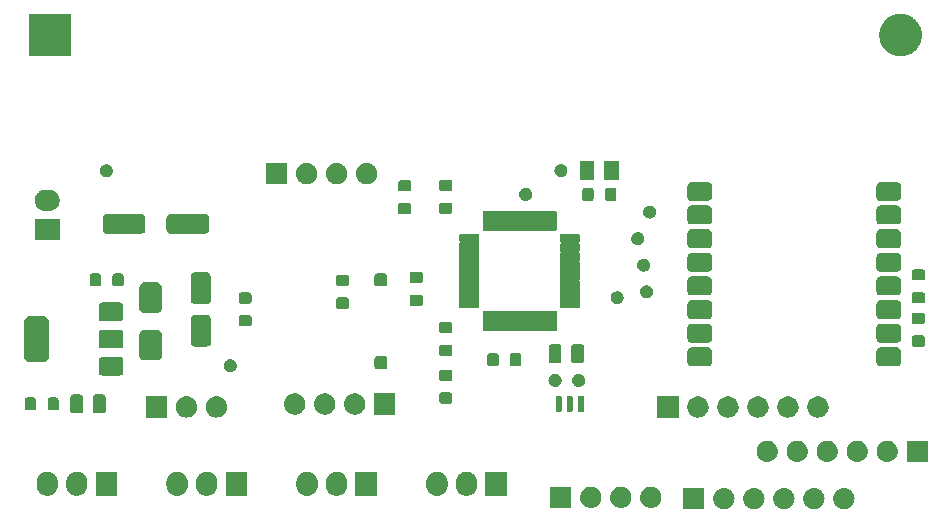
<source format=gbr>
G04 #@! TF.GenerationSoftware,KiCad,Pcbnew,6.0.0-unknown*
G04 #@! TF.CreationDate,2019-06-26T08:34:25-07:00*
G04 #@! TF.ProjectId,IOT-LORA,494f542d-4c4f-4524-912e-6b696361645f,rev?*
G04 #@! TF.SameCoordinates,Original*
G04 #@! TF.FileFunction,Soldermask,Top*
G04 #@! TF.FilePolarity,Negative*
%FSLAX46Y46*%
G04 Gerber Fmt 4.6, Leading zero omitted, Abs format (unit mm)*
G04 Created by KiCad (PCBNEW 6.0.0-unknown) date 2019-06-26 08:34:25*
%MOMM*%
%LPD*%
G04 APERTURE LIST*
%ADD10C,0.250000*%
G04 APERTURE END LIST*
D10*
G36*
X181888360Y-123863835D02*
G01*
X181969397Y-123890166D01*
X182056663Y-123917848D01*
X182059655Y-123919493D01*
X182068488Y-123922363D01*
X182140466Y-123963919D01*
X182211499Y-124002970D01*
X182218986Y-124009253D01*
X182232511Y-124017061D01*
X182290259Y-124069057D01*
X182346857Y-124116549D01*
X182356962Y-124129118D01*
X182373261Y-124143793D01*
X182415454Y-124201867D01*
X182457579Y-124254260D01*
X182467994Y-124274182D01*
X182484586Y-124297019D01*
X182511297Y-124357012D01*
X182539439Y-124410843D01*
X182547582Y-124438510D01*
X182561621Y-124470042D01*
X182573992Y-124528241D01*
X182589328Y-124580349D01*
X182592518Y-124615401D01*
X182600999Y-124655301D01*
X182600999Y-124708592D01*
X182605343Y-124756324D01*
X182600999Y-124797653D01*
X182600999Y-124844699D01*
X182591217Y-124890721D01*
X182586873Y-124932047D01*
X182572702Y-124977827D01*
X182561621Y-125029958D01*
X182545028Y-125067226D01*
X182534622Y-125100843D01*
X182508789Y-125148620D01*
X182484586Y-125202981D01*
X182464298Y-125230905D01*
X182450580Y-125256276D01*
X182411859Y-125303082D01*
X182373261Y-125356207D01*
X182352284Y-125375095D01*
X182337952Y-125392419D01*
X182285845Y-125434917D01*
X182232511Y-125482939D01*
X182213524Y-125493901D01*
X182201025Y-125504095D01*
X182135780Y-125538786D01*
X182068488Y-125577637D01*
X182053636Y-125582463D01*
X182045003Y-125587053D01*
X181967430Y-125610473D01*
X181888360Y-125636165D01*
X181879114Y-125637137D01*
X181875851Y-125638122D01*
X181784710Y-125647059D01*
X181747211Y-125651000D01*
X181652789Y-125651000D01*
X181511640Y-125636165D01*
X181430603Y-125609834D01*
X181343337Y-125582152D01*
X181340345Y-125580507D01*
X181331512Y-125577637D01*
X181259534Y-125536081D01*
X181188501Y-125497030D01*
X181181014Y-125490747D01*
X181167489Y-125482939D01*
X181109741Y-125430943D01*
X181053143Y-125383451D01*
X181043038Y-125370882D01*
X181026739Y-125356207D01*
X180984546Y-125298133D01*
X180942421Y-125245740D01*
X180932006Y-125225818D01*
X180915414Y-125202981D01*
X180888703Y-125142988D01*
X180860561Y-125089157D01*
X180852418Y-125061490D01*
X180838379Y-125029958D01*
X180826008Y-124971759D01*
X180810672Y-124919651D01*
X180807482Y-124884599D01*
X180799001Y-124844699D01*
X180799001Y-124791408D01*
X180794657Y-124743676D01*
X180799001Y-124702347D01*
X180799001Y-124655301D01*
X180808783Y-124609279D01*
X180813127Y-124567953D01*
X180827298Y-124522173D01*
X180838379Y-124470042D01*
X180854972Y-124432774D01*
X180865378Y-124399157D01*
X180891211Y-124351380D01*
X180915414Y-124297019D01*
X180935702Y-124269095D01*
X180949420Y-124243724D01*
X180988141Y-124196918D01*
X181026739Y-124143793D01*
X181047716Y-124124905D01*
X181062048Y-124107581D01*
X181114155Y-124065083D01*
X181167489Y-124017061D01*
X181186476Y-124006099D01*
X181198975Y-123995905D01*
X181264220Y-123961214D01*
X181331512Y-123922363D01*
X181346364Y-123917537D01*
X181354997Y-123912947D01*
X181432570Y-123889527D01*
X181511640Y-123863835D01*
X181520886Y-123862863D01*
X181524149Y-123861878D01*
X181615290Y-123852941D01*
X181652789Y-123849000D01*
X181747211Y-123849000D01*
X181888360Y-123863835D01*
X181888360Y-123863835D01*
G37*
G36*
X179348360Y-123863835D02*
G01*
X179429397Y-123890166D01*
X179516663Y-123917848D01*
X179519655Y-123919493D01*
X179528488Y-123922363D01*
X179600466Y-123963919D01*
X179671499Y-124002970D01*
X179678986Y-124009253D01*
X179692511Y-124017061D01*
X179750259Y-124069057D01*
X179806857Y-124116549D01*
X179816962Y-124129118D01*
X179833261Y-124143793D01*
X179875454Y-124201867D01*
X179917579Y-124254260D01*
X179927994Y-124274182D01*
X179944586Y-124297019D01*
X179971297Y-124357012D01*
X179999439Y-124410843D01*
X180007582Y-124438510D01*
X180021621Y-124470042D01*
X180033992Y-124528241D01*
X180049328Y-124580349D01*
X180052518Y-124615401D01*
X180060999Y-124655301D01*
X180060999Y-124708592D01*
X180065343Y-124756324D01*
X180060999Y-124797653D01*
X180060999Y-124844699D01*
X180051217Y-124890721D01*
X180046873Y-124932047D01*
X180032702Y-124977827D01*
X180021621Y-125029958D01*
X180005028Y-125067226D01*
X179994622Y-125100843D01*
X179968789Y-125148620D01*
X179944586Y-125202981D01*
X179924298Y-125230905D01*
X179910580Y-125256276D01*
X179871859Y-125303082D01*
X179833261Y-125356207D01*
X179812284Y-125375095D01*
X179797952Y-125392419D01*
X179745845Y-125434917D01*
X179692511Y-125482939D01*
X179673524Y-125493901D01*
X179661025Y-125504095D01*
X179595780Y-125538786D01*
X179528488Y-125577637D01*
X179513636Y-125582463D01*
X179505003Y-125587053D01*
X179427430Y-125610473D01*
X179348360Y-125636165D01*
X179339114Y-125637137D01*
X179335851Y-125638122D01*
X179244710Y-125647059D01*
X179207211Y-125651000D01*
X179112789Y-125651000D01*
X178971640Y-125636165D01*
X178890603Y-125609834D01*
X178803337Y-125582152D01*
X178800345Y-125580507D01*
X178791512Y-125577637D01*
X178719534Y-125536081D01*
X178648501Y-125497030D01*
X178641014Y-125490747D01*
X178627489Y-125482939D01*
X178569741Y-125430943D01*
X178513143Y-125383451D01*
X178503038Y-125370882D01*
X178486739Y-125356207D01*
X178444546Y-125298133D01*
X178402421Y-125245740D01*
X178392006Y-125225818D01*
X178375414Y-125202981D01*
X178348703Y-125142988D01*
X178320561Y-125089157D01*
X178312418Y-125061490D01*
X178298379Y-125029958D01*
X178286008Y-124971759D01*
X178270672Y-124919651D01*
X178267482Y-124884599D01*
X178259001Y-124844699D01*
X178259001Y-124791408D01*
X178254657Y-124743676D01*
X178259001Y-124702347D01*
X178259001Y-124655301D01*
X178268783Y-124609279D01*
X178273127Y-124567953D01*
X178287298Y-124522173D01*
X178298379Y-124470042D01*
X178314972Y-124432774D01*
X178325378Y-124399157D01*
X178351211Y-124351380D01*
X178375414Y-124297019D01*
X178395702Y-124269095D01*
X178409420Y-124243724D01*
X178448141Y-124196918D01*
X178486739Y-124143793D01*
X178507716Y-124124905D01*
X178522048Y-124107581D01*
X178574155Y-124065083D01*
X178627489Y-124017061D01*
X178646476Y-124006099D01*
X178658975Y-123995905D01*
X178724220Y-123961214D01*
X178791512Y-123922363D01*
X178806364Y-123917537D01*
X178814997Y-123912947D01*
X178892570Y-123889527D01*
X178971640Y-123863835D01*
X178980886Y-123862863D01*
X178984149Y-123861878D01*
X179075290Y-123852941D01*
X179112789Y-123849000D01*
X179207211Y-123849000D01*
X179348360Y-123863835D01*
X179348360Y-123863835D01*
G37*
G36*
X176808360Y-123863835D02*
G01*
X176889397Y-123890166D01*
X176976663Y-123917848D01*
X176979655Y-123919493D01*
X176988488Y-123922363D01*
X177060466Y-123963919D01*
X177131499Y-124002970D01*
X177138986Y-124009253D01*
X177152511Y-124017061D01*
X177210259Y-124069057D01*
X177266857Y-124116549D01*
X177276962Y-124129118D01*
X177293261Y-124143793D01*
X177335454Y-124201867D01*
X177377579Y-124254260D01*
X177387994Y-124274182D01*
X177404586Y-124297019D01*
X177431297Y-124357012D01*
X177459439Y-124410843D01*
X177467582Y-124438510D01*
X177481621Y-124470042D01*
X177493992Y-124528241D01*
X177509328Y-124580349D01*
X177512518Y-124615401D01*
X177520999Y-124655301D01*
X177520999Y-124708592D01*
X177525343Y-124756324D01*
X177520999Y-124797653D01*
X177520999Y-124844699D01*
X177511217Y-124890721D01*
X177506873Y-124932047D01*
X177492702Y-124977827D01*
X177481621Y-125029958D01*
X177465028Y-125067226D01*
X177454622Y-125100843D01*
X177428789Y-125148620D01*
X177404586Y-125202981D01*
X177384298Y-125230905D01*
X177370580Y-125256276D01*
X177331859Y-125303082D01*
X177293261Y-125356207D01*
X177272284Y-125375095D01*
X177257952Y-125392419D01*
X177205845Y-125434917D01*
X177152511Y-125482939D01*
X177133524Y-125493901D01*
X177121025Y-125504095D01*
X177055780Y-125538786D01*
X176988488Y-125577637D01*
X176973636Y-125582463D01*
X176965003Y-125587053D01*
X176887430Y-125610473D01*
X176808360Y-125636165D01*
X176799114Y-125637137D01*
X176795851Y-125638122D01*
X176704710Y-125647059D01*
X176667211Y-125651000D01*
X176572789Y-125651000D01*
X176431640Y-125636165D01*
X176350603Y-125609834D01*
X176263337Y-125582152D01*
X176260345Y-125580507D01*
X176251512Y-125577637D01*
X176179534Y-125536081D01*
X176108501Y-125497030D01*
X176101014Y-125490747D01*
X176087489Y-125482939D01*
X176029741Y-125430943D01*
X175973143Y-125383451D01*
X175963038Y-125370882D01*
X175946739Y-125356207D01*
X175904546Y-125298133D01*
X175862421Y-125245740D01*
X175852006Y-125225818D01*
X175835414Y-125202981D01*
X175808703Y-125142988D01*
X175780561Y-125089157D01*
X175772418Y-125061490D01*
X175758379Y-125029958D01*
X175746008Y-124971759D01*
X175730672Y-124919651D01*
X175727482Y-124884599D01*
X175719001Y-124844699D01*
X175719001Y-124791408D01*
X175714657Y-124743676D01*
X175719001Y-124702347D01*
X175719001Y-124655301D01*
X175728783Y-124609279D01*
X175733127Y-124567953D01*
X175747298Y-124522173D01*
X175758379Y-124470042D01*
X175774972Y-124432774D01*
X175785378Y-124399157D01*
X175811211Y-124351380D01*
X175835414Y-124297019D01*
X175855702Y-124269095D01*
X175869420Y-124243724D01*
X175908141Y-124196918D01*
X175946739Y-124143793D01*
X175967716Y-124124905D01*
X175982048Y-124107581D01*
X176034155Y-124065083D01*
X176087489Y-124017061D01*
X176106476Y-124006099D01*
X176118975Y-123995905D01*
X176184220Y-123961214D01*
X176251512Y-123922363D01*
X176266364Y-123917537D01*
X176274997Y-123912947D01*
X176352570Y-123889527D01*
X176431640Y-123863835D01*
X176440886Y-123862863D01*
X176444149Y-123861878D01*
X176535290Y-123852941D01*
X176572789Y-123849000D01*
X176667211Y-123849000D01*
X176808360Y-123863835D01*
X176808360Y-123863835D01*
G37*
G36*
X174268360Y-123863835D02*
G01*
X174349397Y-123890166D01*
X174436663Y-123917848D01*
X174439655Y-123919493D01*
X174448488Y-123922363D01*
X174520466Y-123963919D01*
X174591499Y-124002970D01*
X174598986Y-124009253D01*
X174612511Y-124017061D01*
X174670259Y-124069057D01*
X174726857Y-124116549D01*
X174736962Y-124129118D01*
X174753261Y-124143793D01*
X174795454Y-124201867D01*
X174837579Y-124254260D01*
X174847994Y-124274182D01*
X174864586Y-124297019D01*
X174891297Y-124357012D01*
X174919439Y-124410843D01*
X174927582Y-124438510D01*
X174941621Y-124470042D01*
X174953992Y-124528241D01*
X174969328Y-124580349D01*
X174972518Y-124615401D01*
X174980999Y-124655301D01*
X174980999Y-124708592D01*
X174985343Y-124756324D01*
X174980999Y-124797653D01*
X174980999Y-124844699D01*
X174971217Y-124890721D01*
X174966873Y-124932047D01*
X174952702Y-124977827D01*
X174941621Y-125029958D01*
X174925028Y-125067226D01*
X174914622Y-125100843D01*
X174888789Y-125148620D01*
X174864586Y-125202981D01*
X174844298Y-125230905D01*
X174830580Y-125256276D01*
X174791859Y-125303082D01*
X174753261Y-125356207D01*
X174732284Y-125375095D01*
X174717952Y-125392419D01*
X174665845Y-125434917D01*
X174612511Y-125482939D01*
X174593524Y-125493901D01*
X174581025Y-125504095D01*
X174515780Y-125538786D01*
X174448488Y-125577637D01*
X174433636Y-125582463D01*
X174425003Y-125587053D01*
X174347430Y-125610473D01*
X174268360Y-125636165D01*
X174259114Y-125637137D01*
X174255851Y-125638122D01*
X174164710Y-125647059D01*
X174127211Y-125651000D01*
X174032789Y-125651000D01*
X173891640Y-125636165D01*
X173810603Y-125609834D01*
X173723337Y-125582152D01*
X173720345Y-125580507D01*
X173711512Y-125577637D01*
X173639534Y-125536081D01*
X173568501Y-125497030D01*
X173561014Y-125490747D01*
X173547489Y-125482939D01*
X173489741Y-125430943D01*
X173433143Y-125383451D01*
X173423038Y-125370882D01*
X173406739Y-125356207D01*
X173364546Y-125298133D01*
X173322421Y-125245740D01*
X173312006Y-125225818D01*
X173295414Y-125202981D01*
X173268703Y-125142988D01*
X173240561Y-125089157D01*
X173232418Y-125061490D01*
X173218379Y-125029958D01*
X173206008Y-124971759D01*
X173190672Y-124919651D01*
X173187482Y-124884599D01*
X173179001Y-124844699D01*
X173179001Y-124791408D01*
X173174657Y-124743676D01*
X173179001Y-124702347D01*
X173179001Y-124655301D01*
X173188783Y-124609279D01*
X173193127Y-124567953D01*
X173207298Y-124522173D01*
X173218379Y-124470042D01*
X173234972Y-124432774D01*
X173245378Y-124399157D01*
X173271211Y-124351380D01*
X173295414Y-124297019D01*
X173315702Y-124269095D01*
X173329420Y-124243724D01*
X173368141Y-124196918D01*
X173406739Y-124143793D01*
X173427716Y-124124905D01*
X173442048Y-124107581D01*
X173494155Y-124065083D01*
X173547489Y-124017061D01*
X173566476Y-124006099D01*
X173578975Y-123995905D01*
X173644220Y-123961214D01*
X173711512Y-123922363D01*
X173726364Y-123917537D01*
X173734997Y-123912947D01*
X173812570Y-123889527D01*
X173891640Y-123863835D01*
X173900886Y-123862863D01*
X173904149Y-123861878D01*
X173995290Y-123852941D01*
X174032789Y-123849000D01*
X174127211Y-123849000D01*
X174268360Y-123863835D01*
X174268360Y-123863835D01*
G37*
G36*
X169901000Y-125651000D02*
G01*
X168099000Y-125651000D01*
X168099000Y-123849000D01*
X169901000Y-123849000D01*
X169901000Y-125651000D01*
X169901000Y-125651000D01*
G37*
G36*
X171728360Y-123863835D02*
G01*
X171809397Y-123890166D01*
X171896663Y-123917848D01*
X171899655Y-123919493D01*
X171908488Y-123922363D01*
X171980466Y-123963919D01*
X172051499Y-124002970D01*
X172058986Y-124009253D01*
X172072511Y-124017061D01*
X172130259Y-124069057D01*
X172186857Y-124116549D01*
X172196962Y-124129118D01*
X172213261Y-124143793D01*
X172255454Y-124201867D01*
X172297579Y-124254260D01*
X172307994Y-124274182D01*
X172324586Y-124297019D01*
X172351297Y-124357012D01*
X172379439Y-124410843D01*
X172387582Y-124438510D01*
X172401621Y-124470042D01*
X172413992Y-124528241D01*
X172429328Y-124580349D01*
X172432518Y-124615401D01*
X172440999Y-124655301D01*
X172440999Y-124708592D01*
X172445343Y-124756324D01*
X172440999Y-124797653D01*
X172440999Y-124844699D01*
X172431217Y-124890721D01*
X172426873Y-124932047D01*
X172412702Y-124977827D01*
X172401621Y-125029958D01*
X172385028Y-125067226D01*
X172374622Y-125100843D01*
X172348789Y-125148620D01*
X172324586Y-125202981D01*
X172304298Y-125230905D01*
X172290580Y-125256276D01*
X172251859Y-125303082D01*
X172213261Y-125356207D01*
X172192284Y-125375095D01*
X172177952Y-125392419D01*
X172125845Y-125434917D01*
X172072511Y-125482939D01*
X172053524Y-125493901D01*
X172041025Y-125504095D01*
X171975780Y-125538786D01*
X171908488Y-125577637D01*
X171893636Y-125582463D01*
X171885003Y-125587053D01*
X171807430Y-125610473D01*
X171728360Y-125636165D01*
X171719114Y-125637137D01*
X171715851Y-125638122D01*
X171624710Y-125647059D01*
X171587211Y-125651000D01*
X171492789Y-125651000D01*
X171351640Y-125636165D01*
X171270603Y-125609834D01*
X171183337Y-125582152D01*
X171180345Y-125580507D01*
X171171512Y-125577637D01*
X171099534Y-125536081D01*
X171028501Y-125497030D01*
X171021014Y-125490747D01*
X171007489Y-125482939D01*
X170949741Y-125430943D01*
X170893143Y-125383451D01*
X170883038Y-125370882D01*
X170866739Y-125356207D01*
X170824546Y-125298133D01*
X170782421Y-125245740D01*
X170772006Y-125225818D01*
X170755414Y-125202981D01*
X170728703Y-125142988D01*
X170700561Y-125089157D01*
X170692418Y-125061490D01*
X170678379Y-125029958D01*
X170666008Y-124971759D01*
X170650672Y-124919651D01*
X170647482Y-124884599D01*
X170639001Y-124844699D01*
X170639001Y-124791408D01*
X170634657Y-124743676D01*
X170639001Y-124702347D01*
X170639001Y-124655301D01*
X170648783Y-124609279D01*
X170653127Y-124567953D01*
X170667298Y-124522173D01*
X170678379Y-124470042D01*
X170694972Y-124432774D01*
X170705378Y-124399157D01*
X170731211Y-124351380D01*
X170755414Y-124297019D01*
X170775702Y-124269095D01*
X170789420Y-124243724D01*
X170828141Y-124196918D01*
X170866739Y-124143793D01*
X170887716Y-124124905D01*
X170902048Y-124107581D01*
X170954155Y-124065083D01*
X171007489Y-124017061D01*
X171026476Y-124006099D01*
X171038975Y-123995905D01*
X171104220Y-123961214D01*
X171171512Y-123922363D01*
X171186364Y-123917537D01*
X171194997Y-123912947D01*
X171272570Y-123889527D01*
X171351640Y-123863835D01*
X171360886Y-123862863D01*
X171364149Y-123861878D01*
X171455290Y-123852941D01*
X171492789Y-123849000D01*
X171587211Y-123849000D01*
X171728360Y-123863835D01*
X171728360Y-123863835D01*
G37*
G36*
X158631000Y-125551000D02*
G01*
X156829000Y-125551000D01*
X156829000Y-123749000D01*
X158631000Y-123749000D01*
X158631000Y-125551000D01*
X158631000Y-125551000D01*
G37*
G36*
X162998360Y-123763835D02*
G01*
X163079397Y-123790166D01*
X163166663Y-123817848D01*
X163169655Y-123819493D01*
X163178488Y-123822363D01*
X163250466Y-123863919D01*
X163321499Y-123902970D01*
X163328986Y-123909253D01*
X163342511Y-123917061D01*
X163400259Y-123969057D01*
X163456857Y-124016549D01*
X163466962Y-124029118D01*
X163483261Y-124043793D01*
X163525454Y-124101867D01*
X163567579Y-124154260D01*
X163577994Y-124174182D01*
X163594586Y-124197019D01*
X163621297Y-124257012D01*
X163649439Y-124310843D01*
X163657582Y-124338510D01*
X163671621Y-124370042D01*
X163683992Y-124428241D01*
X163699328Y-124480349D01*
X163702518Y-124515401D01*
X163710999Y-124555301D01*
X163710999Y-124608592D01*
X163715343Y-124656324D01*
X163710999Y-124697653D01*
X163710999Y-124744699D01*
X163701217Y-124790721D01*
X163696873Y-124832047D01*
X163682702Y-124877827D01*
X163671621Y-124929958D01*
X163655028Y-124967226D01*
X163644622Y-125000843D01*
X163618789Y-125048620D01*
X163594586Y-125102981D01*
X163574298Y-125130905D01*
X163560580Y-125156276D01*
X163521859Y-125203082D01*
X163483261Y-125256207D01*
X163462284Y-125275095D01*
X163447952Y-125292419D01*
X163395845Y-125334917D01*
X163342511Y-125382939D01*
X163323524Y-125393901D01*
X163311025Y-125404095D01*
X163245780Y-125438786D01*
X163178488Y-125477637D01*
X163163636Y-125482463D01*
X163155003Y-125487053D01*
X163077430Y-125510473D01*
X162998360Y-125536165D01*
X162989114Y-125537137D01*
X162985851Y-125538122D01*
X162894710Y-125547059D01*
X162857211Y-125551000D01*
X162762789Y-125551000D01*
X162621640Y-125536165D01*
X162540603Y-125509834D01*
X162453337Y-125482152D01*
X162450345Y-125480507D01*
X162441512Y-125477637D01*
X162369534Y-125436081D01*
X162298501Y-125397030D01*
X162291014Y-125390747D01*
X162277489Y-125382939D01*
X162219741Y-125330943D01*
X162163143Y-125283451D01*
X162153038Y-125270882D01*
X162136739Y-125256207D01*
X162094546Y-125198133D01*
X162052421Y-125145740D01*
X162042006Y-125125818D01*
X162025414Y-125102981D01*
X161998703Y-125042988D01*
X161970561Y-124989157D01*
X161962418Y-124961490D01*
X161948379Y-124929958D01*
X161936008Y-124871759D01*
X161920672Y-124819651D01*
X161917482Y-124784599D01*
X161909001Y-124744699D01*
X161909001Y-124691408D01*
X161904657Y-124643676D01*
X161909001Y-124602347D01*
X161909001Y-124555301D01*
X161918783Y-124509279D01*
X161923127Y-124467953D01*
X161937298Y-124422173D01*
X161948379Y-124370042D01*
X161964972Y-124332774D01*
X161975378Y-124299157D01*
X162001211Y-124251380D01*
X162025414Y-124197019D01*
X162045702Y-124169095D01*
X162059420Y-124143724D01*
X162098141Y-124096918D01*
X162136739Y-124043793D01*
X162157716Y-124024905D01*
X162172048Y-124007581D01*
X162224155Y-123965083D01*
X162277489Y-123917061D01*
X162296476Y-123906099D01*
X162308975Y-123895905D01*
X162374220Y-123861214D01*
X162441512Y-123822363D01*
X162456364Y-123817537D01*
X162464997Y-123812947D01*
X162542570Y-123789527D01*
X162621640Y-123763835D01*
X162630886Y-123762863D01*
X162634149Y-123761878D01*
X162725290Y-123752941D01*
X162762789Y-123749000D01*
X162857211Y-123749000D01*
X162998360Y-123763835D01*
X162998360Y-123763835D01*
G37*
G36*
X160458360Y-123763835D02*
G01*
X160539397Y-123790166D01*
X160626663Y-123817848D01*
X160629655Y-123819493D01*
X160638488Y-123822363D01*
X160710466Y-123863919D01*
X160781499Y-123902970D01*
X160788986Y-123909253D01*
X160802511Y-123917061D01*
X160860259Y-123969057D01*
X160916857Y-124016549D01*
X160926962Y-124029118D01*
X160943261Y-124043793D01*
X160985454Y-124101867D01*
X161027579Y-124154260D01*
X161037994Y-124174182D01*
X161054586Y-124197019D01*
X161081297Y-124257012D01*
X161109439Y-124310843D01*
X161117582Y-124338510D01*
X161131621Y-124370042D01*
X161143992Y-124428241D01*
X161159328Y-124480349D01*
X161162518Y-124515401D01*
X161170999Y-124555301D01*
X161170999Y-124608592D01*
X161175343Y-124656324D01*
X161170999Y-124697653D01*
X161170999Y-124744699D01*
X161161217Y-124790721D01*
X161156873Y-124832047D01*
X161142702Y-124877827D01*
X161131621Y-124929958D01*
X161115028Y-124967226D01*
X161104622Y-125000843D01*
X161078789Y-125048620D01*
X161054586Y-125102981D01*
X161034298Y-125130905D01*
X161020580Y-125156276D01*
X160981859Y-125203082D01*
X160943261Y-125256207D01*
X160922284Y-125275095D01*
X160907952Y-125292419D01*
X160855845Y-125334917D01*
X160802511Y-125382939D01*
X160783524Y-125393901D01*
X160771025Y-125404095D01*
X160705780Y-125438786D01*
X160638488Y-125477637D01*
X160623636Y-125482463D01*
X160615003Y-125487053D01*
X160537430Y-125510473D01*
X160458360Y-125536165D01*
X160449114Y-125537137D01*
X160445851Y-125538122D01*
X160354710Y-125547059D01*
X160317211Y-125551000D01*
X160222789Y-125551000D01*
X160081640Y-125536165D01*
X160000603Y-125509834D01*
X159913337Y-125482152D01*
X159910345Y-125480507D01*
X159901512Y-125477637D01*
X159829534Y-125436081D01*
X159758501Y-125397030D01*
X159751014Y-125390747D01*
X159737489Y-125382939D01*
X159679741Y-125330943D01*
X159623143Y-125283451D01*
X159613038Y-125270882D01*
X159596739Y-125256207D01*
X159554546Y-125198133D01*
X159512421Y-125145740D01*
X159502006Y-125125818D01*
X159485414Y-125102981D01*
X159458703Y-125042988D01*
X159430561Y-124989157D01*
X159422418Y-124961490D01*
X159408379Y-124929958D01*
X159396008Y-124871759D01*
X159380672Y-124819651D01*
X159377482Y-124784599D01*
X159369001Y-124744699D01*
X159369001Y-124691408D01*
X159364657Y-124643676D01*
X159369001Y-124602347D01*
X159369001Y-124555301D01*
X159378783Y-124509279D01*
X159383127Y-124467953D01*
X159397298Y-124422173D01*
X159408379Y-124370042D01*
X159424972Y-124332774D01*
X159435378Y-124299157D01*
X159461211Y-124251380D01*
X159485414Y-124197019D01*
X159505702Y-124169095D01*
X159519420Y-124143724D01*
X159558141Y-124096918D01*
X159596739Y-124043793D01*
X159617716Y-124024905D01*
X159632048Y-124007581D01*
X159684155Y-123965083D01*
X159737489Y-123917061D01*
X159756476Y-123906099D01*
X159768975Y-123895905D01*
X159834220Y-123861214D01*
X159901512Y-123822363D01*
X159916364Y-123817537D01*
X159924997Y-123812947D01*
X160002570Y-123789527D01*
X160081640Y-123763835D01*
X160090886Y-123762863D01*
X160094149Y-123761878D01*
X160185290Y-123752941D01*
X160222789Y-123749000D01*
X160317211Y-123749000D01*
X160458360Y-123763835D01*
X160458360Y-123763835D01*
G37*
G36*
X165538360Y-123763835D02*
G01*
X165619397Y-123790166D01*
X165706663Y-123817848D01*
X165709655Y-123819493D01*
X165718488Y-123822363D01*
X165790466Y-123863919D01*
X165861499Y-123902970D01*
X165868986Y-123909253D01*
X165882511Y-123917061D01*
X165940259Y-123969057D01*
X165996857Y-124016549D01*
X166006962Y-124029118D01*
X166023261Y-124043793D01*
X166065454Y-124101867D01*
X166107579Y-124154260D01*
X166117994Y-124174182D01*
X166134586Y-124197019D01*
X166161297Y-124257012D01*
X166189439Y-124310843D01*
X166197582Y-124338510D01*
X166211621Y-124370042D01*
X166223992Y-124428241D01*
X166239328Y-124480349D01*
X166242518Y-124515401D01*
X166250999Y-124555301D01*
X166250999Y-124608592D01*
X166255343Y-124656324D01*
X166250999Y-124697653D01*
X166250999Y-124744699D01*
X166241217Y-124790721D01*
X166236873Y-124832047D01*
X166222702Y-124877827D01*
X166211621Y-124929958D01*
X166195028Y-124967226D01*
X166184622Y-125000843D01*
X166158789Y-125048620D01*
X166134586Y-125102981D01*
X166114298Y-125130905D01*
X166100580Y-125156276D01*
X166061859Y-125203082D01*
X166023261Y-125256207D01*
X166002284Y-125275095D01*
X165987952Y-125292419D01*
X165935845Y-125334917D01*
X165882511Y-125382939D01*
X165863524Y-125393901D01*
X165851025Y-125404095D01*
X165785780Y-125438786D01*
X165718488Y-125477637D01*
X165703636Y-125482463D01*
X165695003Y-125487053D01*
X165617430Y-125510473D01*
X165538360Y-125536165D01*
X165529114Y-125537137D01*
X165525851Y-125538122D01*
X165434710Y-125547059D01*
X165397211Y-125551000D01*
X165302789Y-125551000D01*
X165161640Y-125536165D01*
X165080603Y-125509834D01*
X164993337Y-125482152D01*
X164990345Y-125480507D01*
X164981512Y-125477637D01*
X164909534Y-125436081D01*
X164838501Y-125397030D01*
X164831014Y-125390747D01*
X164817489Y-125382939D01*
X164759741Y-125330943D01*
X164703143Y-125283451D01*
X164693038Y-125270882D01*
X164676739Y-125256207D01*
X164634546Y-125198133D01*
X164592421Y-125145740D01*
X164582006Y-125125818D01*
X164565414Y-125102981D01*
X164538703Y-125042988D01*
X164510561Y-124989157D01*
X164502418Y-124961490D01*
X164488379Y-124929958D01*
X164476008Y-124871759D01*
X164460672Y-124819651D01*
X164457482Y-124784599D01*
X164449001Y-124744699D01*
X164449001Y-124691408D01*
X164444657Y-124643676D01*
X164449001Y-124602347D01*
X164449001Y-124555301D01*
X164458783Y-124509279D01*
X164463127Y-124467953D01*
X164477298Y-124422173D01*
X164488379Y-124370042D01*
X164504972Y-124332774D01*
X164515378Y-124299157D01*
X164541211Y-124251380D01*
X164565414Y-124197019D01*
X164585702Y-124169095D01*
X164599420Y-124143724D01*
X164638141Y-124096918D01*
X164676739Y-124043793D01*
X164697716Y-124024905D01*
X164712048Y-124007581D01*
X164764155Y-123965083D01*
X164817489Y-123917061D01*
X164836476Y-123906099D01*
X164848975Y-123895905D01*
X164914220Y-123861214D01*
X164981512Y-123822363D01*
X164996364Y-123817537D01*
X165004997Y-123812947D01*
X165082570Y-123789527D01*
X165161640Y-123763835D01*
X165170886Y-123762863D01*
X165174149Y-123761878D01*
X165265290Y-123752941D01*
X165302789Y-123749000D01*
X165397211Y-123749000D01*
X165538360Y-123763835D01*
X165538360Y-123763835D01*
G37*
G36*
X149797645Y-122474001D02*
G01*
X149844699Y-122474001D01*
X149890723Y-122483784D01*
X149932047Y-122488127D01*
X149977827Y-122502298D01*
X150029958Y-122513379D01*
X150067226Y-122529972D01*
X150100843Y-122540378D01*
X150148620Y-122566211D01*
X150202981Y-122590414D01*
X150230905Y-122610702D01*
X150256276Y-122624420D01*
X150303082Y-122663141D01*
X150356207Y-122701739D01*
X150375095Y-122722716D01*
X150392419Y-122737048D01*
X150434915Y-122789153D01*
X150482939Y-122842489D01*
X150493903Y-122861479D01*
X150504096Y-122873977D01*
X150538786Y-122939219D01*
X150577637Y-123006512D01*
X150582463Y-123021364D01*
X150587052Y-123029995D01*
X150610471Y-123107562D01*
X150636165Y-123186641D01*
X150637137Y-123195887D01*
X150638122Y-123199150D01*
X150647059Y-123290291D01*
X150651000Y-123327790D01*
X150651000Y-123672211D01*
X150636165Y-123813360D01*
X150609834Y-123894397D01*
X150582152Y-123981663D01*
X150580507Y-123984655D01*
X150577637Y-123993488D01*
X150536081Y-124065466D01*
X150497030Y-124136499D01*
X150490747Y-124143986D01*
X150482939Y-124157511D01*
X150430943Y-124215259D01*
X150383451Y-124271857D01*
X150370882Y-124281962D01*
X150356207Y-124298261D01*
X150298133Y-124340454D01*
X150245742Y-124382577D01*
X150225819Y-124392992D01*
X150202980Y-124409586D01*
X150142985Y-124436298D01*
X150089154Y-124464440D01*
X150061487Y-124472583D01*
X150029957Y-124486621D01*
X149971760Y-124498991D01*
X149919650Y-124514328D01*
X149884600Y-124517518D01*
X149844698Y-124525999D01*
X149791400Y-124525999D01*
X149743676Y-124530342D01*
X149702355Y-124525999D01*
X149655301Y-124525999D01*
X149609277Y-124516216D01*
X149567953Y-124511873D01*
X149522173Y-124497702D01*
X149470042Y-124486621D01*
X149432774Y-124470028D01*
X149399157Y-124459622D01*
X149351380Y-124433789D01*
X149297019Y-124409586D01*
X149269095Y-124389298D01*
X149243724Y-124375580D01*
X149196918Y-124336859D01*
X149143793Y-124298261D01*
X149124905Y-124277284D01*
X149107581Y-124262952D01*
X149065085Y-124210847D01*
X149017061Y-124157511D01*
X149006098Y-124138521D01*
X148995904Y-124126023D01*
X148961210Y-124060773D01*
X148922363Y-123993487D01*
X148917538Y-123978638D01*
X148912948Y-123970005D01*
X148889528Y-123892432D01*
X148863835Y-123813359D01*
X148862863Y-123804113D01*
X148861878Y-123800850D01*
X148852941Y-123709709D01*
X148849000Y-123672210D01*
X148849000Y-123327789D01*
X148863835Y-123186640D01*
X148890166Y-123105603D01*
X148917848Y-123018337D01*
X148919493Y-123015345D01*
X148922363Y-123006512D01*
X148963925Y-122934524D01*
X149002970Y-122863502D01*
X149009251Y-122856017D01*
X149017061Y-122842489D01*
X149069071Y-122784726D01*
X149116550Y-122728143D01*
X149129115Y-122718040D01*
X149143793Y-122701739D01*
X149201874Y-122659541D01*
X149254261Y-122617421D01*
X149274183Y-122607006D01*
X149297020Y-122590414D01*
X149357013Y-122563703D01*
X149410844Y-122535561D01*
X149438511Y-122527418D01*
X149470043Y-122513379D01*
X149528242Y-122501008D01*
X149580350Y-122485672D01*
X149615400Y-122482482D01*
X149655302Y-122474001D01*
X149708600Y-122474001D01*
X149756324Y-122469658D01*
X149797645Y-122474001D01*
X149797645Y-122474001D01*
G37*
G36*
X147297645Y-122474001D02*
G01*
X147344699Y-122474001D01*
X147390723Y-122483784D01*
X147432047Y-122488127D01*
X147477827Y-122502298D01*
X147529958Y-122513379D01*
X147567226Y-122529972D01*
X147600843Y-122540378D01*
X147648620Y-122566211D01*
X147702981Y-122590414D01*
X147730905Y-122610702D01*
X147756276Y-122624420D01*
X147803082Y-122663141D01*
X147856207Y-122701739D01*
X147875095Y-122722716D01*
X147892419Y-122737048D01*
X147934915Y-122789153D01*
X147982939Y-122842489D01*
X147993903Y-122861479D01*
X148004096Y-122873977D01*
X148038786Y-122939219D01*
X148077637Y-123006512D01*
X148082463Y-123021364D01*
X148087052Y-123029995D01*
X148110471Y-123107562D01*
X148136165Y-123186641D01*
X148137137Y-123195887D01*
X148138122Y-123199150D01*
X148147059Y-123290291D01*
X148151000Y-123327790D01*
X148151000Y-123672211D01*
X148136165Y-123813360D01*
X148109834Y-123894397D01*
X148082152Y-123981663D01*
X148080507Y-123984655D01*
X148077637Y-123993488D01*
X148036081Y-124065466D01*
X147997030Y-124136499D01*
X147990747Y-124143986D01*
X147982939Y-124157511D01*
X147930943Y-124215259D01*
X147883451Y-124271857D01*
X147870882Y-124281962D01*
X147856207Y-124298261D01*
X147798133Y-124340454D01*
X147745742Y-124382577D01*
X147725819Y-124392992D01*
X147702980Y-124409586D01*
X147642985Y-124436298D01*
X147589154Y-124464440D01*
X147561487Y-124472583D01*
X147529957Y-124486621D01*
X147471760Y-124498991D01*
X147419650Y-124514328D01*
X147384600Y-124517518D01*
X147344698Y-124525999D01*
X147291400Y-124525999D01*
X147243676Y-124530342D01*
X147202355Y-124525999D01*
X147155301Y-124525999D01*
X147109277Y-124516216D01*
X147067953Y-124511873D01*
X147022173Y-124497702D01*
X146970042Y-124486621D01*
X146932774Y-124470028D01*
X146899157Y-124459622D01*
X146851380Y-124433789D01*
X146797019Y-124409586D01*
X146769095Y-124389298D01*
X146743724Y-124375580D01*
X146696918Y-124336859D01*
X146643793Y-124298261D01*
X146624905Y-124277284D01*
X146607581Y-124262952D01*
X146565085Y-124210847D01*
X146517061Y-124157511D01*
X146506098Y-124138521D01*
X146495904Y-124126023D01*
X146461210Y-124060773D01*
X146422363Y-123993487D01*
X146417538Y-123978638D01*
X146412948Y-123970005D01*
X146389528Y-123892432D01*
X146363835Y-123813359D01*
X146362863Y-123804113D01*
X146361878Y-123800850D01*
X146352941Y-123709709D01*
X146349000Y-123672210D01*
X146349000Y-123327789D01*
X146363835Y-123186640D01*
X146390166Y-123105603D01*
X146417848Y-123018337D01*
X146419493Y-123015345D01*
X146422363Y-123006512D01*
X146463925Y-122934524D01*
X146502970Y-122863502D01*
X146509251Y-122856017D01*
X146517061Y-122842489D01*
X146569071Y-122784726D01*
X146616550Y-122728143D01*
X146629115Y-122718040D01*
X146643793Y-122701739D01*
X146701874Y-122659541D01*
X146754261Y-122617421D01*
X146774183Y-122607006D01*
X146797020Y-122590414D01*
X146857013Y-122563703D01*
X146910844Y-122535561D01*
X146938511Y-122527418D01*
X146970043Y-122513379D01*
X147028242Y-122501008D01*
X147080350Y-122485672D01*
X147115400Y-122482482D01*
X147155302Y-122474001D01*
X147208600Y-122474001D01*
X147256324Y-122469658D01*
X147297645Y-122474001D01*
X147297645Y-122474001D01*
G37*
G36*
X138797645Y-122474001D02*
G01*
X138844699Y-122474001D01*
X138890723Y-122483784D01*
X138932047Y-122488127D01*
X138977827Y-122502298D01*
X139029958Y-122513379D01*
X139067226Y-122529972D01*
X139100843Y-122540378D01*
X139148620Y-122566211D01*
X139202981Y-122590414D01*
X139230905Y-122610702D01*
X139256276Y-122624420D01*
X139303082Y-122663141D01*
X139356207Y-122701739D01*
X139375095Y-122722716D01*
X139392419Y-122737048D01*
X139434915Y-122789153D01*
X139482939Y-122842489D01*
X139493903Y-122861479D01*
X139504096Y-122873977D01*
X139538786Y-122939219D01*
X139577637Y-123006512D01*
X139582463Y-123021364D01*
X139587052Y-123029995D01*
X139610471Y-123107562D01*
X139636165Y-123186641D01*
X139637137Y-123195887D01*
X139638122Y-123199150D01*
X139647059Y-123290291D01*
X139651000Y-123327790D01*
X139651000Y-123672211D01*
X139636165Y-123813360D01*
X139609834Y-123894397D01*
X139582152Y-123981663D01*
X139580507Y-123984655D01*
X139577637Y-123993488D01*
X139536081Y-124065466D01*
X139497030Y-124136499D01*
X139490747Y-124143986D01*
X139482939Y-124157511D01*
X139430943Y-124215259D01*
X139383451Y-124271857D01*
X139370882Y-124281962D01*
X139356207Y-124298261D01*
X139298133Y-124340454D01*
X139245742Y-124382577D01*
X139225819Y-124392992D01*
X139202980Y-124409586D01*
X139142985Y-124436298D01*
X139089154Y-124464440D01*
X139061487Y-124472583D01*
X139029957Y-124486621D01*
X138971760Y-124498991D01*
X138919650Y-124514328D01*
X138884600Y-124517518D01*
X138844698Y-124525999D01*
X138791400Y-124525999D01*
X138743676Y-124530342D01*
X138702355Y-124525999D01*
X138655301Y-124525999D01*
X138609277Y-124516216D01*
X138567953Y-124511873D01*
X138522173Y-124497702D01*
X138470042Y-124486621D01*
X138432774Y-124470028D01*
X138399157Y-124459622D01*
X138351380Y-124433789D01*
X138297019Y-124409586D01*
X138269095Y-124389298D01*
X138243724Y-124375580D01*
X138196918Y-124336859D01*
X138143793Y-124298261D01*
X138124905Y-124277284D01*
X138107581Y-124262952D01*
X138065085Y-124210847D01*
X138017061Y-124157511D01*
X138006098Y-124138521D01*
X137995904Y-124126023D01*
X137961210Y-124060773D01*
X137922363Y-123993487D01*
X137917538Y-123978638D01*
X137912948Y-123970005D01*
X137889528Y-123892432D01*
X137863835Y-123813359D01*
X137862863Y-123804113D01*
X137861878Y-123800850D01*
X137852941Y-123709709D01*
X137849000Y-123672210D01*
X137849000Y-123327789D01*
X137863835Y-123186640D01*
X137890166Y-123105603D01*
X137917848Y-123018337D01*
X137919493Y-123015345D01*
X137922363Y-123006512D01*
X137963925Y-122934524D01*
X138002970Y-122863502D01*
X138009251Y-122856017D01*
X138017061Y-122842489D01*
X138069071Y-122784726D01*
X138116550Y-122728143D01*
X138129115Y-122718040D01*
X138143793Y-122701739D01*
X138201874Y-122659541D01*
X138254261Y-122617421D01*
X138274183Y-122607006D01*
X138297020Y-122590414D01*
X138357013Y-122563703D01*
X138410844Y-122535561D01*
X138438511Y-122527418D01*
X138470043Y-122513379D01*
X138528242Y-122501008D01*
X138580350Y-122485672D01*
X138615400Y-122482482D01*
X138655302Y-122474001D01*
X138708600Y-122474001D01*
X138756324Y-122469658D01*
X138797645Y-122474001D01*
X138797645Y-122474001D01*
G37*
G36*
X136297645Y-122474001D02*
G01*
X136344699Y-122474001D01*
X136390723Y-122483784D01*
X136432047Y-122488127D01*
X136477827Y-122502298D01*
X136529958Y-122513379D01*
X136567226Y-122529972D01*
X136600843Y-122540378D01*
X136648620Y-122566211D01*
X136702981Y-122590414D01*
X136730905Y-122610702D01*
X136756276Y-122624420D01*
X136803082Y-122663141D01*
X136856207Y-122701739D01*
X136875095Y-122722716D01*
X136892419Y-122737048D01*
X136934915Y-122789153D01*
X136982939Y-122842489D01*
X136993903Y-122861479D01*
X137004096Y-122873977D01*
X137038786Y-122939219D01*
X137077637Y-123006512D01*
X137082463Y-123021364D01*
X137087052Y-123029995D01*
X137110471Y-123107562D01*
X137136165Y-123186641D01*
X137137137Y-123195887D01*
X137138122Y-123199150D01*
X137147059Y-123290291D01*
X137151000Y-123327790D01*
X137151000Y-123672211D01*
X137136165Y-123813360D01*
X137109834Y-123894397D01*
X137082152Y-123981663D01*
X137080507Y-123984655D01*
X137077637Y-123993488D01*
X137036081Y-124065466D01*
X136997030Y-124136499D01*
X136990747Y-124143986D01*
X136982939Y-124157511D01*
X136930943Y-124215259D01*
X136883451Y-124271857D01*
X136870882Y-124281962D01*
X136856207Y-124298261D01*
X136798133Y-124340454D01*
X136745742Y-124382577D01*
X136725819Y-124392992D01*
X136702980Y-124409586D01*
X136642985Y-124436298D01*
X136589154Y-124464440D01*
X136561487Y-124472583D01*
X136529957Y-124486621D01*
X136471760Y-124498991D01*
X136419650Y-124514328D01*
X136384600Y-124517518D01*
X136344698Y-124525999D01*
X136291400Y-124525999D01*
X136243676Y-124530342D01*
X136202355Y-124525999D01*
X136155301Y-124525999D01*
X136109277Y-124516216D01*
X136067953Y-124511873D01*
X136022173Y-124497702D01*
X135970042Y-124486621D01*
X135932774Y-124470028D01*
X135899157Y-124459622D01*
X135851380Y-124433789D01*
X135797019Y-124409586D01*
X135769095Y-124389298D01*
X135743724Y-124375580D01*
X135696918Y-124336859D01*
X135643793Y-124298261D01*
X135624905Y-124277284D01*
X135607581Y-124262952D01*
X135565085Y-124210847D01*
X135517061Y-124157511D01*
X135506098Y-124138521D01*
X135495904Y-124126023D01*
X135461210Y-124060773D01*
X135422363Y-123993487D01*
X135417538Y-123978638D01*
X135412948Y-123970005D01*
X135389528Y-123892432D01*
X135363835Y-123813359D01*
X135362863Y-123804113D01*
X135361878Y-123800850D01*
X135352941Y-123709709D01*
X135349000Y-123672210D01*
X135349000Y-123327789D01*
X135363835Y-123186640D01*
X135390166Y-123105603D01*
X135417848Y-123018337D01*
X135419493Y-123015345D01*
X135422363Y-123006512D01*
X135463925Y-122934524D01*
X135502970Y-122863502D01*
X135509251Y-122856017D01*
X135517061Y-122842489D01*
X135569071Y-122784726D01*
X135616550Y-122728143D01*
X135629115Y-122718040D01*
X135643793Y-122701739D01*
X135701874Y-122659541D01*
X135754261Y-122617421D01*
X135774183Y-122607006D01*
X135797020Y-122590414D01*
X135857013Y-122563703D01*
X135910844Y-122535561D01*
X135938511Y-122527418D01*
X135970043Y-122513379D01*
X136028242Y-122501008D01*
X136080350Y-122485672D01*
X136115400Y-122482482D01*
X136155302Y-122474001D01*
X136208600Y-122474001D01*
X136256324Y-122469658D01*
X136297645Y-122474001D01*
X136297645Y-122474001D01*
G37*
G36*
X127797645Y-122474001D02*
G01*
X127844699Y-122474001D01*
X127890723Y-122483784D01*
X127932047Y-122488127D01*
X127977827Y-122502298D01*
X128029958Y-122513379D01*
X128067226Y-122529972D01*
X128100843Y-122540378D01*
X128148620Y-122566211D01*
X128202981Y-122590414D01*
X128230905Y-122610702D01*
X128256276Y-122624420D01*
X128303082Y-122663141D01*
X128356207Y-122701739D01*
X128375095Y-122722716D01*
X128392419Y-122737048D01*
X128434915Y-122789153D01*
X128482939Y-122842489D01*
X128493903Y-122861479D01*
X128504096Y-122873977D01*
X128538786Y-122939219D01*
X128577637Y-123006512D01*
X128582463Y-123021364D01*
X128587052Y-123029995D01*
X128610471Y-123107562D01*
X128636165Y-123186641D01*
X128637137Y-123195887D01*
X128638122Y-123199150D01*
X128647059Y-123290291D01*
X128651000Y-123327790D01*
X128651000Y-123672211D01*
X128636165Y-123813360D01*
X128609834Y-123894397D01*
X128582152Y-123981663D01*
X128580507Y-123984655D01*
X128577637Y-123993488D01*
X128536081Y-124065466D01*
X128497030Y-124136499D01*
X128490747Y-124143986D01*
X128482939Y-124157511D01*
X128430943Y-124215259D01*
X128383451Y-124271857D01*
X128370882Y-124281962D01*
X128356207Y-124298261D01*
X128298133Y-124340454D01*
X128245742Y-124382577D01*
X128225819Y-124392992D01*
X128202980Y-124409586D01*
X128142985Y-124436298D01*
X128089154Y-124464440D01*
X128061487Y-124472583D01*
X128029957Y-124486621D01*
X127971760Y-124498991D01*
X127919650Y-124514328D01*
X127884600Y-124517518D01*
X127844698Y-124525999D01*
X127791400Y-124525999D01*
X127743676Y-124530342D01*
X127702355Y-124525999D01*
X127655301Y-124525999D01*
X127609277Y-124516216D01*
X127567953Y-124511873D01*
X127522173Y-124497702D01*
X127470042Y-124486621D01*
X127432774Y-124470028D01*
X127399157Y-124459622D01*
X127351380Y-124433789D01*
X127297019Y-124409586D01*
X127269095Y-124389298D01*
X127243724Y-124375580D01*
X127196918Y-124336859D01*
X127143793Y-124298261D01*
X127124905Y-124277284D01*
X127107581Y-124262952D01*
X127065085Y-124210847D01*
X127017061Y-124157511D01*
X127006098Y-124138521D01*
X126995904Y-124126023D01*
X126961210Y-124060773D01*
X126922363Y-123993487D01*
X126917538Y-123978638D01*
X126912948Y-123970005D01*
X126889528Y-123892432D01*
X126863835Y-123813359D01*
X126862863Y-123804113D01*
X126861878Y-123800850D01*
X126852941Y-123709709D01*
X126849000Y-123672210D01*
X126849000Y-123327789D01*
X126863835Y-123186640D01*
X126890166Y-123105603D01*
X126917848Y-123018337D01*
X126919493Y-123015345D01*
X126922363Y-123006512D01*
X126963925Y-122934524D01*
X127002970Y-122863502D01*
X127009251Y-122856017D01*
X127017061Y-122842489D01*
X127069071Y-122784726D01*
X127116550Y-122728143D01*
X127129115Y-122718040D01*
X127143793Y-122701739D01*
X127201874Y-122659541D01*
X127254261Y-122617421D01*
X127274183Y-122607006D01*
X127297020Y-122590414D01*
X127357013Y-122563703D01*
X127410844Y-122535561D01*
X127438511Y-122527418D01*
X127470043Y-122513379D01*
X127528242Y-122501008D01*
X127580350Y-122485672D01*
X127615400Y-122482482D01*
X127655302Y-122474001D01*
X127708600Y-122474001D01*
X127756324Y-122469658D01*
X127797645Y-122474001D01*
X127797645Y-122474001D01*
G37*
G36*
X125297645Y-122474001D02*
G01*
X125344699Y-122474001D01*
X125390723Y-122483784D01*
X125432047Y-122488127D01*
X125477827Y-122502298D01*
X125529958Y-122513379D01*
X125567226Y-122529972D01*
X125600843Y-122540378D01*
X125648620Y-122566211D01*
X125702981Y-122590414D01*
X125730905Y-122610702D01*
X125756276Y-122624420D01*
X125803082Y-122663141D01*
X125856207Y-122701739D01*
X125875095Y-122722716D01*
X125892419Y-122737048D01*
X125934915Y-122789153D01*
X125982939Y-122842489D01*
X125993903Y-122861479D01*
X126004096Y-122873977D01*
X126038786Y-122939219D01*
X126077637Y-123006512D01*
X126082463Y-123021364D01*
X126087052Y-123029995D01*
X126110471Y-123107562D01*
X126136165Y-123186641D01*
X126137137Y-123195887D01*
X126138122Y-123199150D01*
X126147059Y-123290291D01*
X126151000Y-123327790D01*
X126151000Y-123672211D01*
X126136165Y-123813360D01*
X126109834Y-123894397D01*
X126082152Y-123981663D01*
X126080507Y-123984655D01*
X126077637Y-123993488D01*
X126036081Y-124065466D01*
X125997030Y-124136499D01*
X125990747Y-124143986D01*
X125982939Y-124157511D01*
X125930943Y-124215259D01*
X125883451Y-124271857D01*
X125870882Y-124281962D01*
X125856207Y-124298261D01*
X125798133Y-124340454D01*
X125745742Y-124382577D01*
X125725819Y-124392992D01*
X125702980Y-124409586D01*
X125642985Y-124436298D01*
X125589154Y-124464440D01*
X125561487Y-124472583D01*
X125529957Y-124486621D01*
X125471760Y-124498991D01*
X125419650Y-124514328D01*
X125384600Y-124517518D01*
X125344698Y-124525999D01*
X125291400Y-124525999D01*
X125243676Y-124530342D01*
X125202355Y-124525999D01*
X125155301Y-124525999D01*
X125109277Y-124516216D01*
X125067953Y-124511873D01*
X125022173Y-124497702D01*
X124970042Y-124486621D01*
X124932774Y-124470028D01*
X124899157Y-124459622D01*
X124851380Y-124433789D01*
X124797019Y-124409586D01*
X124769095Y-124389298D01*
X124743724Y-124375580D01*
X124696918Y-124336859D01*
X124643793Y-124298261D01*
X124624905Y-124277284D01*
X124607581Y-124262952D01*
X124565085Y-124210847D01*
X124517061Y-124157511D01*
X124506098Y-124138521D01*
X124495904Y-124126023D01*
X124461210Y-124060773D01*
X124422363Y-123993487D01*
X124417538Y-123978638D01*
X124412948Y-123970005D01*
X124389528Y-123892432D01*
X124363835Y-123813359D01*
X124362863Y-123804113D01*
X124361878Y-123800850D01*
X124352941Y-123709709D01*
X124349000Y-123672210D01*
X124349000Y-123327789D01*
X124363835Y-123186640D01*
X124390166Y-123105603D01*
X124417848Y-123018337D01*
X124419493Y-123015345D01*
X124422363Y-123006512D01*
X124463925Y-122934524D01*
X124502970Y-122863502D01*
X124509251Y-122856017D01*
X124517061Y-122842489D01*
X124569071Y-122784726D01*
X124616550Y-122728143D01*
X124629115Y-122718040D01*
X124643793Y-122701739D01*
X124701874Y-122659541D01*
X124754261Y-122617421D01*
X124774183Y-122607006D01*
X124797020Y-122590414D01*
X124857013Y-122563703D01*
X124910844Y-122535561D01*
X124938511Y-122527418D01*
X124970043Y-122513379D01*
X125028242Y-122501008D01*
X125080350Y-122485672D01*
X125115400Y-122482482D01*
X125155302Y-122474001D01*
X125208600Y-122474001D01*
X125256324Y-122469658D01*
X125297645Y-122474001D01*
X125297645Y-122474001D01*
G37*
G36*
X116797645Y-122474001D02*
G01*
X116844699Y-122474001D01*
X116890723Y-122483784D01*
X116932047Y-122488127D01*
X116977827Y-122502298D01*
X117029958Y-122513379D01*
X117067226Y-122529972D01*
X117100843Y-122540378D01*
X117148620Y-122566211D01*
X117202981Y-122590414D01*
X117230905Y-122610702D01*
X117256276Y-122624420D01*
X117303082Y-122663141D01*
X117356207Y-122701739D01*
X117375095Y-122722716D01*
X117392419Y-122737048D01*
X117434915Y-122789153D01*
X117482939Y-122842489D01*
X117493903Y-122861479D01*
X117504096Y-122873977D01*
X117538786Y-122939219D01*
X117577637Y-123006512D01*
X117582463Y-123021364D01*
X117587052Y-123029995D01*
X117610471Y-123107562D01*
X117636165Y-123186641D01*
X117637137Y-123195887D01*
X117638122Y-123199150D01*
X117647059Y-123290291D01*
X117651000Y-123327790D01*
X117651000Y-123672211D01*
X117636165Y-123813360D01*
X117609834Y-123894397D01*
X117582152Y-123981663D01*
X117580507Y-123984655D01*
X117577637Y-123993488D01*
X117536081Y-124065466D01*
X117497030Y-124136499D01*
X117490747Y-124143986D01*
X117482939Y-124157511D01*
X117430943Y-124215259D01*
X117383451Y-124271857D01*
X117370882Y-124281962D01*
X117356207Y-124298261D01*
X117298133Y-124340454D01*
X117245742Y-124382577D01*
X117225819Y-124392992D01*
X117202980Y-124409586D01*
X117142985Y-124436298D01*
X117089154Y-124464440D01*
X117061487Y-124472583D01*
X117029957Y-124486621D01*
X116971760Y-124498991D01*
X116919650Y-124514328D01*
X116884600Y-124517518D01*
X116844698Y-124525999D01*
X116791400Y-124525999D01*
X116743676Y-124530342D01*
X116702355Y-124525999D01*
X116655301Y-124525999D01*
X116609277Y-124516216D01*
X116567953Y-124511873D01*
X116522173Y-124497702D01*
X116470042Y-124486621D01*
X116432774Y-124470028D01*
X116399157Y-124459622D01*
X116351380Y-124433789D01*
X116297019Y-124409586D01*
X116269095Y-124389298D01*
X116243724Y-124375580D01*
X116196918Y-124336859D01*
X116143793Y-124298261D01*
X116124905Y-124277284D01*
X116107581Y-124262952D01*
X116065085Y-124210847D01*
X116017061Y-124157511D01*
X116006098Y-124138521D01*
X115995904Y-124126023D01*
X115961210Y-124060773D01*
X115922363Y-123993487D01*
X115917538Y-123978638D01*
X115912948Y-123970005D01*
X115889528Y-123892432D01*
X115863835Y-123813359D01*
X115862863Y-123804113D01*
X115861878Y-123800850D01*
X115852941Y-123709709D01*
X115849000Y-123672210D01*
X115849000Y-123327789D01*
X115863835Y-123186640D01*
X115890166Y-123105603D01*
X115917848Y-123018337D01*
X115919493Y-123015345D01*
X115922363Y-123006512D01*
X115963925Y-122934524D01*
X116002970Y-122863502D01*
X116009251Y-122856017D01*
X116017061Y-122842489D01*
X116069071Y-122784726D01*
X116116550Y-122728143D01*
X116129115Y-122718040D01*
X116143793Y-122701739D01*
X116201874Y-122659541D01*
X116254261Y-122617421D01*
X116274183Y-122607006D01*
X116297020Y-122590414D01*
X116357013Y-122563703D01*
X116410844Y-122535561D01*
X116438511Y-122527418D01*
X116470043Y-122513379D01*
X116528242Y-122501008D01*
X116580350Y-122485672D01*
X116615400Y-122482482D01*
X116655302Y-122474001D01*
X116708600Y-122474001D01*
X116756324Y-122469658D01*
X116797645Y-122474001D01*
X116797645Y-122474001D01*
G37*
G36*
X114297645Y-122474001D02*
G01*
X114344699Y-122474001D01*
X114390723Y-122483784D01*
X114432047Y-122488127D01*
X114477827Y-122502298D01*
X114529958Y-122513379D01*
X114567226Y-122529972D01*
X114600843Y-122540378D01*
X114648620Y-122566211D01*
X114702981Y-122590414D01*
X114730905Y-122610702D01*
X114756276Y-122624420D01*
X114803082Y-122663141D01*
X114856207Y-122701739D01*
X114875095Y-122722716D01*
X114892419Y-122737048D01*
X114934915Y-122789153D01*
X114982939Y-122842489D01*
X114993903Y-122861479D01*
X115004096Y-122873977D01*
X115038786Y-122939219D01*
X115077637Y-123006512D01*
X115082463Y-123021364D01*
X115087052Y-123029995D01*
X115110471Y-123107562D01*
X115136165Y-123186641D01*
X115137137Y-123195887D01*
X115138122Y-123199150D01*
X115147059Y-123290291D01*
X115151000Y-123327790D01*
X115151000Y-123672211D01*
X115136165Y-123813360D01*
X115109834Y-123894397D01*
X115082152Y-123981663D01*
X115080507Y-123984655D01*
X115077637Y-123993488D01*
X115036081Y-124065466D01*
X114997030Y-124136499D01*
X114990747Y-124143986D01*
X114982939Y-124157511D01*
X114930943Y-124215259D01*
X114883451Y-124271857D01*
X114870882Y-124281962D01*
X114856207Y-124298261D01*
X114798133Y-124340454D01*
X114745742Y-124382577D01*
X114725819Y-124392992D01*
X114702980Y-124409586D01*
X114642985Y-124436298D01*
X114589154Y-124464440D01*
X114561487Y-124472583D01*
X114529957Y-124486621D01*
X114471760Y-124498991D01*
X114419650Y-124514328D01*
X114384600Y-124517518D01*
X114344698Y-124525999D01*
X114291400Y-124525999D01*
X114243676Y-124530342D01*
X114202355Y-124525999D01*
X114155301Y-124525999D01*
X114109277Y-124516216D01*
X114067953Y-124511873D01*
X114022173Y-124497702D01*
X113970042Y-124486621D01*
X113932774Y-124470028D01*
X113899157Y-124459622D01*
X113851380Y-124433789D01*
X113797019Y-124409586D01*
X113769095Y-124389298D01*
X113743724Y-124375580D01*
X113696918Y-124336859D01*
X113643793Y-124298261D01*
X113624905Y-124277284D01*
X113607581Y-124262952D01*
X113565085Y-124210847D01*
X113517061Y-124157511D01*
X113506098Y-124138521D01*
X113495904Y-124126023D01*
X113461210Y-124060773D01*
X113422363Y-123993487D01*
X113417538Y-123978638D01*
X113412948Y-123970005D01*
X113389528Y-123892432D01*
X113363835Y-123813359D01*
X113362863Y-123804113D01*
X113361878Y-123800850D01*
X113352941Y-123709709D01*
X113349000Y-123672210D01*
X113349000Y-123327789D01*
X113363835Y-123186640D01*
X113390166Y-123105603D01*
X113417848Y-123018337D01*
X113419493Y-123015345D01*
X113422363Y-123006512D01*
X113463925Y-122934524D01*
X113502970Y-122863502D01*
X113509251Y-122856017D01*
X113517061Y-122842489D01*
X113569071Y-122784726D01*
X113616550Y-122728143D01*
X113629115Y-122718040D01*
X113643793Y-122701739D01*
X113701874Y-122659541D01*
X113754261Y-122617421D01*
X113774183Y-122607006D01*
X113797020Y-122590414D01*
X113857013Y-122563703D01*
X113910844Y-122535561D01*
X113938511Y-122527418D01*
X113970043Y-122513379D01*
X114028242Y-122501008D01*
X114080350Y-122485672D01*
X114115400Y-122482482D01*
X114155302Y-122474001D01*
X114208600Y-122474001D01*
X114256324Y-122469658D01*
X114297645Y-122474001D01*
X114297645Y-122474001D01*
G37*
G36*
X142151000Y-124526000D02*
G01*
X140349000Y-124526000D01*
X140349000Y-122474000D01*
X142151000Y-122474000D01*
X142151000Y-124526000D01*
X142151000Y-124526000D01*
G37*
G36*
X120151000Y-124526000D02*
G01*
X118349000Y-124526000D01*
X118349000Y-122474000D01*
X120151000Y-122474000D01*
X120151000Y-124526000D01*
X120151000Y-124526000D01*
G37*
G36*
X131151000Y-124526000D02*
G01*
X129349000Y-124526000D01*
X129349000Y-122474000D01*
X131151000Y-122474000D01*
X131151000Y-124526000D01*
X131151000Y-124526000D01*
G37*
G36*
X153151000Y-124526000D02*
G01*
X151349000Y-124526000D01*
X151349000Y-122474000D01*
X153151000Y-122474000D01*
X153151000Y-124526000D01*
X153151000Y-124526000D01*
G37*
G36*
X183018360Y-119863835D02*
G01*
X183099397Y-119890166D01*
X183186663Y-119917848D01*
X183189655Y-119919493D01*
X183198488Y-119922363D01*
X183270466Y-119963919D01*
X183341499Y-120002970D01*
X183348986Y-120009253D01*
X183362511Y-120017061D01*
X183420259Y-120069057D01*
X183476857Y-120116549D01*
X183486962Y-120129118D01*
X183503261Y-120143793D01*
X183545454Y-120201867D01*
X183587579Y-120254260D01*
X183597994Y-120274182D01*
X183614586Y-120297019D01*
X183641297Y-120357012D01*
X183669439Y-120410843D01*
X183677582Y-120438510D01*
X183691621Y-120470042D01*
X183703992Y-120528241D01*
X183719328Y-120580349D01*
X183722518Y-120615401D01*
X183730999Y-120655301D01*
X183730999Y-120708592D01*
X183735343Y-120756324D01*
X183730999Y-120797653D01*
X183730999Y-120844699D01*
X183721217Y-120890721D01*
X183716873Y-120932047D01*
X183702702Y-120977827D01*
X183691621Y-121029958D01*
X183675028Y-121067226D01*
X183664622Y-121100843D01*
X183638789Y-121148620D01*
X183614586Y-121202981D01*
X183594298Y-121230905D01*
X183580580Y-121256276D01*
X183541859Y-121303082D01*
X183503261Y-121356207D01*
X183482284Y-121375095D01*
X183467952Y-121392419D01*
X183415845Y-121434917D01*
X183362511Y-121482939D01*
X183343524Y-121493901D01*
X183331025Y-121504095D01*
X183265780Y-121538786D01*
X183198488Y-121577637D01*
X183183636Y-121582463D01*
X183175003Y-121587053D01*
X183097430Y-121610473D01*
X183018360Y-121636165D01*
X183009114Y-121637137D01*
X183005851Y-121638122D01*
X182914710Y-121647059D01*
X182877211Y-121651000D01*
X182782789Y-121651000D01*
X182641640Y-121636165D01*
X182560603Y-121609834D01*
X182473337Y-121582152D01*
X182470345Y-121580507D01*
X182461512Y-121577637D01*
X182389534Y-121536081D01*
X182318501Y-121497030D01*
X182311014Y-121490747D01*
X182297489Y-121482939D01*
X182239741Y-121430943D01*
X182183143Y-121383451D01*
X182173038Y-121370882D01*
X182156739Y-121356207D01*
X182114546Y-121298133D01*
X182072421Y-121245740D01*
X182062006Y-121225818D01*
X182045414Y-121202981D01*
X182018703Y-121142988D01*
X181990561Y-121089157D01*
X181982418Y-121061490D01*
X181968379Y-121029958D01*
X181956008Y-120971759D01*
X181940672Y-120919651D01*
X181937482Y-120884599D01*
X181929001Y-120844699D01*
X181929001Y-120791408D01*
X181924657Y-120743676D01*
X181929001Y-120702347D01*
X181929001Y-120655301D01*
X181938783Y-120609279D01*
X181943127Y-120567953D01*
X181957298Y-120522173D01*
X181968379Y-120470042D01*
X181984972Y-120432774D01*
X181995378Y-120399157D01*
X182021211Y-120351380D01*
X182045414Y-120297019D01*
X182065702Y-120269095D01*
X182079420Y-120243724D01*
X182118141Y-120196918D01*
X182156739Y-120143793D01*
X182177716Y-120124905D01*
X182192048Y-120107581D01*
X182244155Y-120065083D01*
X182297489Y-120017061D01*
X182316476Y-120006099D01*
X182328975Y-119995905D01*
X182394220Y-119961214D01*
X182461512Y-119922363D01*
X182476364Y-119917537D01*
X182484997Y-119912947D01*
X182562570Y-119889527D01*
X182641640Y-119863835D01*
X182650886Y-119862863D01*
X182654149Y-119861878D01*
X182745290Y-119852941D01*
X182782789Y-119849000D01*
X182877211Y-119849000D01*
X183018360Y-119863835D01*
X183018360Y-119863835D01*
G37*
G36*
X188811000Y-121651000D02*
G01*
X187009000Y-121651000D01*
X187009000Y-119849000D01*
X188811000Y-119849000D01*
X188811000Y-121651000D01*
X188811000Y-121651000D01*
G37*
G36*
X175398360Y-119863835D02*
G01*
X175479397Y-119890166D01*
X175566663Y-119917848D01*
X175569655Y-119919493D01*
X175578488Y-119922363D01*
X175650466Y-119963919D01*
X175721499Y-120002970D01*
X175728986Y-120009253D01*
X175742511Y-120017061D01*
X175800259Y-120069057D01*
X175856857Y-120116549D01*
X175866962Y-120129118D01*
X175883261Y-120143793D01*
X175925454Y-120201867D01*
X175967579Y-120254260D01*
X175977994Y-120274182D01*
X175994586Y-120297019D01*
X176021297Y-120357012D01*
X176049439Y-120410843D01*
X176057582Y-120438510D01*
X176071621Y-120470042D01*
X176083992Y-120528241D01*
X176099328Y-120580349D01*
X176102518Y-120615401D01*
X176110999Y-120655301D01*
X176110999Y-120708592D01*
X176115343Y-120756324D01*
X176110999Y-120797653D01*
X176110999Y-120844699D01*
X176101217Y-120890721D01*
X176096873Y-120932047D01*
X176082702Y-120977827D01*
X176071621Y-121029958D01*
X176055028Y-121067226D01*
X176044622Y-121100843D01*
X176018789Y-121148620D01*
X175994586Y-121202981D01*
X175974298Y-121230905D01*
X175960580Y-121256276D01*
X175921859Y-121303082D01*
X175883261Y-121356207D01*
X175862284Y-121375095D01*
X175847952Y-121392419D01*
X175795845Y-121434917D01*
X175742511Y-121482939D01*
X175723524Y-121493901D01*
X175711025Y-121504095D01*
X175645780Y-121538786D01*
X175578488Y-121577637D01*
X175563636Y-121582463D01*
X175555003Y-121587053D01*
X175477430Y-121610473D01*
X175398360Y-121636165D01*
X175389114Y-121637137D01*
X175385851Y-121638122D01*
X175294710Y-121647059D01*
X175257211Y-121651000D01*
X175162789Y-121651000D01*
X175021640Y-121636165D01*
X174940603Y-121609834D01*
X174853337Y-121582152D01*
X174850345Y-121580507D01*
X174841512Y-121577637D01*
X174769534Y-121536081D01*
X174698501Y-121497030D01*
X174691014Y-121490747D01*
X174677489Y-121482939D01*
X174619741Y-121430943D01*
X174563143Y-121383451D01*
X174553038Y-121370882D01*
X174536739Y-121356207D01*
X174494546Y-121298133D01*
X174452421Y-121245740D01*
X174442006Y-121225818D01*
X174425414Y-121202981D01*
X174398703Y-121142988D01*
X174370561Y-121089157D01*
X174362418Y-121061490D01*
X174348379Y-121029958D01*
X174336008Y-120971759D01*
X174320672Y-120919651D01*
X174317482Y-120884599D01*
X174309001Y-120844699D01*
X174309001Y-120791408D01*
X174304657Y-120743676D01*
X174309001Y-120702347D01*
X174309001Y-120655301D01*
X174318783Y-120609279D01*
X174323127Y-120567953D01*
X174337298Y-120522173D01*
X174348379Y-120470042D01*
X174364972Y-120432774D01*
X174375378Y-120399157D01*
X174401211Y-120351380D01*
X174425414Y-120297019D01*
X174445702Y-120269095D01*
X174459420Y-120243724D01*
X174498141Y-120196918D01*
X174536739Y-120143793D01*
X174557716Y-120124905D01*
X174572048Y-120107581D01*
X174624155Y-120065083D01*
X174677489Y-120017061D01*
X174696476Y-120006099D01*
X174708975Y-119995905D01*
X174774220Y-119961214D01*
X174841512Y-119922363D01*
X174856364Y-119917537D01*
X174864997Y-119912947D01*
X174942570Y-119889527D01*
X175021640Y-119863835D01*
X175030886Y-119862863D01*
X175034149Y-119861878D01*
X175125290Y-119852941D01*
X175162789Y-119849000D01*
X175257211Y-119849000D01*
X175398360Y-119863835D01*
X175398360Y-119863835D01*
G37*
G36*
X177938360Y-119863835D02*
G01*
X178019397Y-119890166D01*
X178106663Y-119917848D01*
X178109655Y-119919493D01*
X178118488Y-119922363D01*
X178190466Y-119963919D01*
X178261499Y-120002970D01*
X178268986Y-120009253D01*
X178282511Y-120017061D01*
X178340259Y-120069057D01*
X178396857Y-120116549D01*
X178406962Y-120129118D01*
X178423261Y-120143793D01*
X178465454Y-120201867D01*
X178507579Y-120254260D01*
X178517994Y-120274182D01*
X178534586Y-120297019D01*
X178561297Y-120357012D01*
X178589439Y-120410843D01*
X178597582Y-120438510D01*
X178611621Y-120470042D01*
X178623992Y-120528241D01*
X178639328Y-120580349D01*
X178642518Y-120615401D01*
X178650999Y-120655301D01*
X178650999Y-120708592D01*
X178655343Y-120756324D01*
X178650999Y-120797653D01*
X178650999Y-120844699D01*
X178641217Y-120890721D01*
X178636873Y-120932047D01*
X178622702Y-120977827D01*
X178611621Y-121029958D01*
X178595028Y-121067226D01*
X178584622Y-121100843D01*
X178558789Y-121148620D01*
X178534586Y-121202981D01*
X178514298Y-121230905D01*
X178500580Y-121256276D01*
X178461859Y-121303082D01*
X178423261Y-121356207D01*
X178402284Y-121375095D01*
X178387952Y-121392419D01*
X178335845Y-121434917D01*
X178282511Y-121482939D01*
X178263524Y-121493901D01*
X178251025Y-121504095D01*
X178185780Y-121538786D01*
X178118488Y-121577637D01*
X178103636Y-121582463D01*
X178095003Y-121587053D01*
X178017430Y-121610473D01*
X177938360Y-121636165D01*
X177929114Y-121637137D01*
X177925851Y-121638122D01*
X177834710Y-121647059D01*
X177797211Y-121651000D01*
X177702789Y-121651000D01*
X177561640Y-121636165D01*
X177480603Y-121609834D01*
X177393337Y-121582152D01*
X177390345Y-121580507D01*
X177381512Y-121577637D01*
X177309534Y-121536081D01*
X177238501Y-121497030D01*
X177231014Y-121490747D01*
X177217489Y-121482939D01*
X177159741Y-121430943D01*
X177103143Y-121383451D01*
X177093038Y-121370882D01*
X177076739Y-121356207D01*
X177034546Y-121298133D01*
X176992421Y-121245740D01*
X176982006Y-121225818D01*
X176965414Y-121202981D01*
X176938703Y-121142988D01*
X176910561Y-121089157D01*
X176902418Y-121061490D01*
X176888379Y-121029958D01*
X176876008Y-120971759D01*
X176860672Y-120919651D01*
X176857482Y-120884599D01*
X176849001Y-120844699D01*
X176849001Y-120791408D01*
X176844657Y-120743676D01*
X176849001Y-120702347D01*
X176849001Y-120655301D01*
X176858783Y-120609279D01*
X176863127Y-120567953D01*
X176877298Y-120522173D01*
X176888379Y-120470042D01*
X176904972Y-120432774D01*
X176915378Y-120399157D01*
X176941211Y-120351380D01*
X176965414Y-120297019D01*
X176985702Y-120269095D01*
X176999420Y-120243724D01*
X177038141Y-120196918D01*
X177076739Y-120143793D01*
X177097716Y-120124905D01*
X177112048Y-120107581D01*
X177164155Y-120065083D01*
X177217489Y-120017061D01*
X177236476Y-120006099D01*
X177248975Y-119995905D01*
X177314220Y-119961214D01*
X177381512Y-119922363D01*
X177396364Y-119917537D01*
X177404997Y-119912947D01*
X177482570Y-119889527D01*
X177561640Y-119863835D01*
X177570886Y-119862863D01*
X177574149Y-119861878D01*
X177665290Y-119852941D01*
X177702789Y-119849000D01*
X177797211Y-119849000D01*
X177938360Y-119863835D01*
X177938360Y-119863835D01*
G37*
G36*
X180478360Y-119863835D02*
G01*
X180559397Y-119890166D01*
X180646663Y-119917848D01*
X180649655Y-119919493D01*
X180658488Y-119922363D01*
X180730466Y-119963919D01*
X180801499Y-120002970D01*
X180808986Y-120009253D01*
X180822511Y-120017061D01*
X180880259Y-120069057D01*
X180936857Y-120116549D01*
X180946962Y-120129118D01*
X180963261Y-120143793D01*
X181005454Y-120201867D01*
X181047579Y-120254260D01*
X181057994Y-120274182D01*
X181074586Y-120297019D01*
X181101297Y-120357012D01*
X181129439Y-120410843D01*
X181137582Y-120438510D01*
X181151621Y-120470042D01*
X181163992Y-120528241D01*
X181179328Y-120580349D01*
X181182518Y-120615401D01*
X181190999Y-120655301D01*
X181190999Y-120708592D01*
X181195343Y-120756324D01*
X181190999Y-120797653D01*
X181190999Y-120844699D01*
X181181217Y-120890721D01*
X181176873Y-120932047D01*
X181162702Y-120977827D01*
X181151621Y-121029958D01*
X181135028Y-121067226D01*
X181124622Y-121100843D01*
X181098789Y-121148620D01*
X181074586Y-121202981D01*
X181054298Y-121230905D01*
X181040580Y-121256276D01*
X181001859Y-121303082D01*
X180963261Y-121356207D01*
X180942284Y-121375095D01*
X180927952Y-121392419D01*
X180875845Y-121434917D01*
X180822511Y-121482939D01*
X180803524Y-121493901D01*
X180791025Y-121504095D01*
X180725780Y-121538786D01*
X180658488Y-121577637D01*
X180643636Y-121582463D01*
X180635003Y-121587053D01*
X180557430Y-121610473D01*
X180478360Y-121636165D01*
X180469114Y-121637137D01*
X180465851Y-121638122D01*
X180374710Y-121647059D01*
X180337211Y-121651000D01*
X180242789Y-121651000D01*
X180101640Y-121636165D01*
X180020603Y-121609834D01*
X179933337Y-121582152D01*
X179930345Y-121580507D01*
X179921512Y-121577637D01*
X179849534Y-121536081D01*
X179778501Y-121497030D01*
X179771014Y-121490747D01*
X179757489Y-121482939D01*
X179699741Y-121430943D01*
X179643143Y-121383451D01*
X179633038Y-121370882D01*
X179616739Y-121356207D01*
X179574546Y-121298133D01*
X179532421Y-121245740D01*
X179522006Y-121225818D01*
X179505414Y-121202981D01*
X179478703Y-121142988D01*
X179450561Y-121089157D01*
X179442418Y-121061490D01*
X179428379Y-121029958D01*
X179416008Y-120971759D01*
X179400672Y-120919651D01*
X179397482Y-120884599D01*
X179389001Y-120844699D01*
X179389001Y-120791408D01*
X179384657Y-120743676D01*
X179389001Y-120702347D01*
X179389001Y-120655301D01*
X179398783Y-120609279D01*
X179403127Y-120567953D01*
X179417298Y-120522173D01*
X179428379Y-120470042D01*
X179444972Y-120432774D01*
X179455378Y-120399157D01*
X179481211Y-120351380D01*
X179505414Y-120297019D01*
X179525702Y-120269095D01*
X179539420Y-120243724D01*
X179578141Y-120196918D01*
X179616739Y-120143793D01*
X179637716Y-120124905D01*
X179652048Y-120107581D01*
X179704155Y-120065083D01*
X179757489Y-120017061D01*
X179776476Y-120006099D01*
X179788975Y-119995905D01*
X179854220Y-119961214D01*
X179921512Y-119922363D01*
X179936364Y-119917537D01*
X179944997Y-119912947D01*
X180022570Y-119889527D01*
X180101640Y-119863835D01*
X180110886Y-119862863D01*
X180114149Y-119861878D01*
X180205290Y-119852941D01*
X180242789Y-119849000D01*
X180337211Y-119849000D01*
X180478360Y-119863835D01*
X180478360Y-119863835D01*
G37*
G36*
X185558360Y-119863835D02*
G01*
X185639397Y-119890166D01*
X185726663Y-119917848D01*
X185729655Y-119919493D01*
X185738488Y-119922363D01*
X185810466Y-119963919D01*
X185881499Y-120002970D01*
X185888986Y-120009253D01*
X185902511Y-120017061D01*
X185960259Y-120069057D01*
X186016857Y-120116549D01*
X186026962Y-120129118D01*
X186043261Y-120143793D01*
X186085454Y-120201867D01*
X186127579Y-120254260D01*
X186137994Y-120274182D01*
X186154586Y-120297019D01*
X186181297Y-120357012D01*
X186209439Y-120410843D01*
X186217582Y-120438510D01*
X186231621Y-120470042D01*
X186243992Y-120528241D01*
X186259328Y-120580349D01*
X186262518Y-120615401D01*
X186270999Y-120655301D01*
X186270999Y-120708592D01*
X186275343Y-120756324D01*
X186270999Y-120797653D01*
X186270999Y-120844699D01*
X186261217Y-120890721D01*
X186256873Y-120932047D01*
X186242702Y-120977827D01*
X186231621Y-121029958D01*
X186215028Y-121067226D01*
X186204622Y-121100843D01*
X186178789Y-121148620D01*
X186154586Y-121202981D01*
X186134298Y-121230905D01*
X186120580Y-121256276D01*
X186081859Y-121303082D01*
X186043261Y-121356207D01*
X186022284Y-121375095D01*
X186007952Y-121392419D01*
X185955845Y-121434917D01*
X185902511Y-121482939D01*
X185883524Y-121493901D01*
X185871025Y-121504095D01*
X185805780Y-121538786D01*
X185738488Y-121577637D01*
X185723636Y-121582463D01*
X185715003Y-121587053D01*
X185637430Y-121610473D01*
X185558360Y-121636165D01*
X185549114Y-121637137D01*
X185545851Y-121638122D01*
X185454710Y-121647059D01*
X185417211Y-121651000D01*
X185322789Y-121651000D01*
X185181640Y-121636165D01*
X185100603Y-121609834D01*
X185013337Y-121582152D01*
X185010345Y-121580507D01*
X185001512Y-121577637D01*
X184929534Y-121536081D01*
X184858501Y-121497030D01*
X184851014Y-121490747D01*
X184837489Y-121482939D01*
X184779741Y-121430943D01*
X184723143Y-121383451D01*
X184713038Y-121370882D01*
X184696739Y-121356207D01*
X184654546Y-121298133D01*
X184612421Y-121245740D01*
X184602006Y-121225818D01*
X184585414Y-121202981D01*
X184558703Y-121142988D01*
X184530561Y-121089157D01*
X184522418Y-121061490D01*
X184508379Y-121029958D01*
X184496008Y-120971759D01*
X184480672Y-120919651D01*
X184477482Y-120884599D01*
X184469001Y-120844699D01*
X184469001Y-120791408D01*
X184464657Y-120743676D01*
X184469001Y-120702347D01*
X184469001Y-120655301D01*
X184478783Y-120609279D01*
X184483127Y-120567953D01*
X184497298Y-120522173D01*
X184508379Y-120470042D01*
X184524972Y-120432774D01*
X184535378Y-120399157D01*
X184561211Y-120351380D01*
X184585414Y-120297019D01*
X184605702Y-120269095D01*
X184619420Y-120243724D01*
X184658141Y-120196918D01*
X184696739Y-120143793D01*
X184717716Y-120124905D01*
X184732048Y-120107581D01*
X184784155Y-120065083D01*
X184837489Y-120017061D01*
X184856476Y-120006099D01*
X184868975Y-119995905D01*
X184934220Y-119961214D01*
X185001512Y-119922363D01*
X185016364Y-119917537D01*
X185024997Y-119912947D01*
X185102570Y-119889527D01*
X185181640Y-119863835D01*
X185190886Y-119862863D01*
X185194149Y-119861878D01*
X185285290Y-119852941D01*
X185322789Y-119849000D01*
X185417211Y-119849000D01*
X185558360Y-119863835D01*
X185558360Y-119863835D01*
G37*
G36*
X126228360Y-116113835D02*
G01*
X126309397Y-116140166D01*
X126396663Y-116167848D01*
X126399655Y-116169493D01*
X126408488Y-116172363D01*
X126480466Y-116213919D01*
X126551499Y-116252970D01*
X126558986Y-116259253D01*
X126572511Y-116267061D01*
X126630259Y-116319057D01*
X126686857Y-116366549D01*
X126696962Y-116379118D01*
X126713261Y-116393793D01*
X126755454Y-116451867D01*
X126797579Y-116504260D01*
X126807994Y-116524182D01*
X126824586Y-116547019D01*
X126851297Y-116607012D01*
X126879439Y-116660843D01*
X126887582Y-116688510D01*
X126901621Y-116720042D01*
X126913992Y-116778241D01*
X126929328Y-116830349D01*
X126932518Y-116865401D01*
X126940999Y-116905301D01*
X126940999Y-116958592D01*
X126945343Y-117006324D01*
X126940999Y-117047653D01*
X126940999Y-117094699D01*
X126931217Y-117140721D01*
X126926873Y-117182047D01*
X126912702Y-117227827D01*
X126901621Y-117279958D01*
X126885028Y-117317226D01*
X126874622Y-117350843D01*
X126848789Y-117398620D01*
X126824586Y-117452981D01*
X126804298Y-117480905D01*
X126790580Y-117506276D01*
X126751859Y-117553082D01*
X126713261Y-117606207D01*
X126692284Y-117625095D01*
X126677952Y-117642419D01*
X126625845Y-117684917D01*
X126572511Y-117732939D01*
X126553524Y-117743901D01*
X126541025Y-117754095D01*
X126475780Y-117788786D01*
X126408488Y-117827637D01*
X126393636Y-117832463D01*
X126385003Y-117837053D01*
X126307430Y-117860473D01*
X126228360Y-117886165D01*
X126219114Y-117887137D01*
X126215851Y-117888122D01*
X126124710Y-117897059D01*
X126087211Y-117901000D01*
X125992789Y-117901000D01*
X125851640Y-117886165D01*
X125770603Y-117859834D01*
X125683337Y-117832152D01*
X125680345Y-117830507D01*
X125671512Y-117827637D01*
X125599534Y-117786081D01*
X125528501Y-117747030D01*
X125521014Y-117740747D01*
X125507489Y-117732939D01*
X125449741Y-117680943D01*
X125393143Y-117633451D01*
X125383038Y-117620882D01*
X125366739Y-117606207D01*
X125324546Y-117548133D01*
X125282421Y-117495740D01*
X125272006Y-117475818D01*
X125255414Y-117452981D01*
X125228703Y-117392988D01*
X125200561Y-117339157D01*
X125192418Y-117311490D01*
X125178379Y-117279958D01*
X125166008Y-117221759D01*
X125150672Y-117169651D01*
X125147482Y-117134599D01*
X125139001Y-117094699D01*
X125139001Y-117041408D01*
X125134657Y-116993676D01*
X125139001Y-116952347D01*
X125139001Y-116905301D01*
X125148783Y-116859279D01*
X125153127Y-116817953D01*
X125167298Y-116772173D01*
X125178379Y-116720042D01*
X125194972Y-116682774D01*
X125205378Y-116649157D01*
X125231211Y-116601380D01*
X125255414Y-116547019D01*
X125275702Y-116519095D01*
X125289420Y-116493724D01*
X125328141Y-116446918D01*
X125366739Y-116393793D01*
X125387716Y-116374905D01*
X125402048Y-116357581D01*
X125454155Y-116315083D01*
X125507489Y-116267061D01*
X125526476Y-116256099D01*
X125538975Y-116245905D01*
X125604220Y-116211214D01*
X125671512Y-116172363D01*
X125686364Y-116167537D01*
X125694997Y-116162947D01*
X125772570Y-116139527D01*
X125851640Y-116113835D01*
X125860886Y-116112863D01*
X125864149Y-116111878D01*
X125955290Y-116102941D01*
X125992789Y-116099000D01*
X126087211Y-116099000D01*
X126228360Y-116113835D01*
X126228360Y-116113835D01*
G37*
G36*
X124401000Y-117901000D02*
G01*
X122599000Y-117901000D01*
X122599000Y-116099000D01*
X124401000Y-116099000D01*
X124401000Y-117901000D01*
X124401000Y-117901000D01*
G37*
G36*
X128768360Y-116113835D02*
G01*
X128849397Y-116140166D01*
X128936663Y-116167848D01*
X128939655Y-116169493D01*
X128948488Y-116172363D01*
X129020466Y-116213919D01*
X129091499Y-116252970D01*
X129098986Y-116259253D01*
X129112511Y-116267061D01*
X129170259Y-116319057D01*
X129226857Y-116366549D01*
X129236962Y-116379118D01*
X129253261Y-116393793D01*
X129295454Y-116451867D01*
X129337579Y-116504260D01*
X129347994Y-116524182D01*
X129364586Y-116547019D01*
X129391297Y-116607012D01*
X129419439Y-116660843D01*
X129427582Y-116688510D01*
X129441621Y-116720042D01*
X129453992Y-116778241D01*
X129469328Y-116830349D01*
X129472518Y-116865401D01*
X129480999Y-116905301D01*
X129480999Y-116958592D01*
X129485343Y-117006324D01*
X129480999Y-117047653D01*
X129480999Y-117094699D01*
X129471217Y-117140721D01*
X129466873Y-117182047D01*
X129452702Y-117227827D01*
X129441621Y-117279958D01*
X129425028Y-117317226D01*
X129414622Y-117350843D01*
X129388789Y-117398620D01*
X129364586Y-117452981D01*
X129344298Y-117480905D01*
X129330580Y-117506276D01*
X129291859Y-117553082D01*
X129253261Y-117606207D01*
X129232284Y-117625095D01*
X129217952Y-117642419D01*
X129165845Y-117684917D01*
X129112511Y-117732939D01*
X129093524Y-117743901D01*
X129081025Y-117754095D01*
X129015780Y-117788786D01*
X128948488Y-117827637D01*
X128933636Y-117832463D01*
X128925003Y-117837053D01*
X128847430Y-117860473D01*
X128768360Y-117886165D01*
X128759114Y-117887137D01*
X128755851Y-117888122D01*
X128664710Y-117897059D01*
X128627211Y-117901000D01*
X128532789Y-117901000D01*
X128391640Y-117886165D01*
X128310603Y-117859834D01*
X128223337Y-117832152D01*
X128220345Y-117830507D01*
X128211512Y-117827637D01*
X128139534Y-117786081D01*
X128068501Y-117747030D01*
X128061014Y-117740747D01*
X128047489Y-117732939D01*
X127989741Y-117680943D01*
X127933143Y-117633451D01*
X127923038Y-117620882D01*
X127906739Y-117606207D01*
X127864546Y-117548133D01*
X127822421Y-117495740D01*
X127812006Y-117475818D01*
X127795414Y-117452981D01*
X127768703Y-117392988D01*
X127740561Y-117339157D01*
X127732418Y-117311490D01*
X127718379Y-117279958D01*
X127706008Y-117221759D01*
X127690672Y-117169651D01*
X127687482Y-117134599D01*
X127679001Y-117094699D01*
X127679001Y-117041408D01*
X127674657Y-116993676D01*
X127679001Y-116952347D01*
X127679001Y-116905301D01*
X127688783Y-116859279D01*
X127693127Y-116817953D01*
X127707298Y-116772173D01*
X127718379Y-116720042D01*
X127734972Y-116682774D01*
X127745378Y-116649157D01*
X127771211Y-116601380D01*
X127795414Y-116547019D01*
X127815702Y-116519095D01*
X127829420Y-116493724D01*
X127868141Y-116446918D01*
X127906739Y-116393793D01*
X127927716Y-116374905D01*
X127942048Y-116357581D01*
X127994155Y-116315083D01*
X128047489Y-116267061D01*
X128066476Y-116256099D01*
X128078975Y-116245905D01*
X128144220Y-116211214D01*
X128211512Y-116172363D01*
X128226364Y-116167537D01*
X128234997Y-116162947D01*
X128312570Y-116139527D01*
X128391640Y-116113835D01*
X128400886Y-116112863D01*
X128404149Y-116111878D01*
X128495290Y-116102941D01*
X128532789Y-116099000D01*
X128627211Y-116099000D01*
X128768360Y-116113835D01*
X128768360Y-116113835D01*
G37*
G36*
X179688360Y-116113835D02*
G01*
X179769397Y-116140166D01*
X179856663Y-116167848D01*
X179859655Y-116169493D01*
X179868488Y-116172363D01*
X179940466Y-116213919D01*
X180011499Y-116252970D01*
X180018986Y-116259253D01*
X180032511Y-116267061D01*
X180090259Y-116319057D01*
X180146857Y-116366549D01*
X180156962Y-116379118D01*
X180173261Y-116393793D01*
X180215454Y-116451867D01*
X180257579Y-116504260D01*
X180267994Y-116524182D01*
X180284586Y-116547019D01*
X180311297Y-116607012D01*
X180339439Y-116660843D01*
X180347582Y-116688510D01*
X180361621Y-116720042D01*
X180373992Y-116778241D01*
X180389328Y-116830349D01*
X180392518Y-116865401D01*
X180400999Y-116905301D01*
X180400999Y-116958592D01*
X180405343Y-117006324D01*
X180400999Y-117047653D01*
X180400999Y-117094699D01*
X180391217Y-117140721D01*
X180386873Y-117182047D01*
X180372702Y-117227827D01*
X180361621Y-117279958D01*
X180345028Y-117317226D01*
X180334622Y-117350843D01*
X180308789Y-117398620D01*
X180284586Y-117452981D01*
X180264298Y-117480905D01*
X180250580Y-117506276D01*
X180211859Y-117553082D01*
X180173261Y-117606207D01*
X180152284Y-117625095D01*
X180137952Y-117642419D01*
X180085845Y-117684917D01*
X180032511Y-117732939D01*
X180013524Y-117743901D01*
X180001025Y-117754095D01*
X179935780Y-117788786D01*
X179868488Y-117827637D01*
X179853636Y-117832463D01*
X179845003Y-117837053D01*
X179767430Y-117860473D01*
X179688360Y-117886165D01*
X179679114Y-117887137D01*
X179675851Y-117888122D01*
X179584710Y-117897059D01*
X179547211Y-117901000D01*
X179452789Y-117901000D01*
X179311640Y-117886165D01*
X179230603Y-117859834D01*
X179143337Y-117832152D01*
X179140345Y-117830507D01*
X179131512Y-117827637D01*
X179059534Y-117786081D01*
X178988501Y-117747030D01*
X178981014Y-117740747D01*
X178967489Y-117732939D01*
X178909741Y-117680943D01*
X178853143Y-117633451D01*
X178843038Y-117620882D01*
X178826739Y-117606207D01*
X178784546Y-117548133D01*
X178742421Y-117495740D01*
X178732006Y-117475818D01*
X178715414Y-117452981D01*
X178688703Y-117392988D01*
X178660561Y-117339157D01*
X178652418Y-117311490D01*
X178638379Y-117279958D01*
X178626008Y-117221759D01*
X178610672Y-117169651D01*
X178607482Y-117134599D01*
X178599001Y-117094699D01*
X178599001Y-117041408D01*
X178594657Y-116993676D01*
X178599001Y-116952347D01*
X178599001Y-116905301D01*
X178608783Y-116859279D01*
X178613127Y-116817953D01*
X178627298Y-116772173D01*
X178638379Y-116720042D01*
X178654972Y-116682774D01*
X178665378Y-116649157D01*
X178691211Y-116601380D01*
X178715414Y-116547019D01*
X178735702Y-116519095D01*
X178749420Y-116493724D01*
X178788141Y-116446918D01*
X178826739Y-116393793D01*
X178847716Y-116374905D01*
X178862048Y-116357581D01*
X178914155Y-116315083D01*
X178967489Y-116267061D01*
X178986476Y-116256099D01*
X178998975Y-116245905D01*
X179064220Y-116211214D01*
X179131512Y-116172363D01*
X179146364Y-116167537D01*
X179154997Y-116162947D01*
X179232570Y-116139527D01*
X179311640Y-116113835D01*
X179320886Y-116112863D01*
X179324149Y-116111878D01*
X179415290Y-116102941D01*
X179452789Y-116099000D01*
X179547211Y-116099000D01*
X179688360Y-116113835D01*
X179688360Y-116113835D01*
G37*
G36*
X177148360Y-116113835D02*
G01*
X177229397Y-116140166D01*
X177316663Y-116167848D01*
X177319655Y-116169493D01*
X177328488Y-116172363D01*
X177400466Y-116213919D01*
X177471499Y-116252970D01*
X177478986Y-116259253D01*
X177492511Y-116267061D01*
X177550259Y-116319057D01*
X177606857Y-116366549D01*
X177616962Y-116379118D01*
X177633261Y-116393793D01*
X177675454Y-116451867D01*
X177717579Y-116504260D01*
X177727994Y-116524182D01*
X177744586Y-116547019D01*
X177771297Y-116607012D01*
X177799439Y-116660843D01*
X177807582Y-116688510D01*
X177821621Y-116720042D01*
X177833992Y-116778241D01*
X177849328Y-116830349D01*
X177852518Y-116865401D01*
X177860999Y-116905301D01*
X177860999Y-116958592D01*
X177865343Y-117006324D01*
X177860999Y-117047653D01*
X177860999Y-117094699D01*
X177851217Y-117140721D01*
X177846873Y-117182047D01*
X177832702Y-117227827D01*
X177821621Y-117279958D01*
X177805028Y-117317226D01*
X177794622Y-117350843D01*
X177768789Y-117398620D01*
X177744586Y-117452981D01*
X177724298Y-117480905D01*
X177710580Y-117506276D01*
X177671859Y-117553082D01*
X177633261Y-117606207D01*
X177612284Y-117625095D01*
X177597952Y-117642419D01*
X177545845Y-117684917D01*
X177492511Y-117732939D01*
X177473524Y-117743901D01*
X177461025Y-117754095D01*
X177395780Y-117788786D01*
X177328488Y-117827637D01*
X177313636Y-117832463D01*
X177305003Y-117837053D01*
X177227430Y-117860473D01*
X177148360Y-117886165D01*
X177139114Y-117887137D01*
X177135851Y-117888122D01*
X177044710Y-117897059D01*
X177007211Y-117901000D01*
X176912789Y-117901000D01*
X176771640Y-117886165D01*
X176690603Y-117859834D01*
X176603337Y-117832152D01*
X176600345Y-117830507D01*
X176591512Y-117827637D01*
X176519534Y-117786081D01*
X176448501Y-117747030D01*
X176441014Y-117740747D01*
X176427489Y-117732939D01*
X176369741Y-117680943D01*
X176313143Y-117633451D01*
X176303038Y-117620882D01*
X176286739Y-117606207D01*
X176244546Y-117548133D01*
X176202421Y-117495740D01*
X176192006Y-117475818D01*
X176175414Y-117452981D01*
X176148703Y-117392988D01*
X176120561Y-117339157D01*
X176112418Y-117311490D01*
X176098379Y-117279958D01*
X176086008Y-117221759D01*
X176070672Y-117169651D01*
X176067482Y-117134599D01*
X176059001Y-117094699D01*
X176059001Y-117041408D01*
X176054657Y-116993676D01*
X176059001Y-116952347D01*
X176059001Y-116905301D01*
X176068783Y-116859279D01*
X176073127Y-116817953D01*
X176087298Y-116772173D01*
X176098379Y-116720042D01*
X176114972Y-116682774D01*
X176125378Y-116649157D01*
X176151211Y-116601380D01*
X176175414Y-116547019D01*
X176195702Y-116519095D01*
X176209420Y-116493724D01*
X176248141Y-116446918D01*
X176286739Y-116393793D01*
X176307716Y-116374905D01*
X176322048Y-116357581D01*
X176374155Y-116315083D01*
X176427489Y-116267061D01*
X176446476Y-116256099D01*
X176458975Y-116245905D01*
X176524220Y-116211214D01*
X176591512Y-116172363D01*
X176606364Y-116167537D01*
X176614997Y-116162947D01*
X176692570Y-116139527D01*
X176771640Y-116113835D01*
X176780886Y-116112863D01*
X176784149Y-116111878D01*
X176875290Y-116102941D01*
X176912789Y-116099000D01*
X177007211Y-116099000D01*
X177148360Y-116113835D01*
X177148360Y-116113835D01*
G37*
G36*
X174608360Y-116113835D02*
G01*
X174689397Y-116140166D01*
X174776663Y-116167848D01*
X174779655Y-116169493D01*
X174788488Y-116172363D01*
X174860466Y-116213919D01*
X174931499Y-116252970D01*
X174938986Y-116259253D01*
X174952511Y-116267061D01*
X175010259Y-116319057D01*
X175066857Y-116366549D01*
X175076962Y-116379118D01*
X175093261Y-116393793D01*
X175135454Y-116451867D01*
X175177579Y-116504260D01*
X175187994Y-116524182D01*
X175204586Y-116547019D01*
X175231297Y-116607012D01*
X175259439Y-116660843D01*
X175267582Y-116688510D01*
X175281621Y-116720042D01*
X175293992Y-116778241D01*
X175309328Y-116830349D01*
X175312518Y-116865401D01*
X175320999Y-116905301D01*
X175320999Y-116958592D01*
X175325343Y-117006324D01*
X175320999Y-117047653D01*
X175320999Y-117094699D01*
X175311217Y-117140721D01*
X175306873Y-117182047D01*
X175292702Y-117227827D01*
X175281621Y-117279958D01*
X175265028Y-117317226D01*
X175254622Y-117350843D01*
X175228789Y-117398620D01*
X175204586Y-117452981D01*
X175184298Y-117480905D01*
X175170580Y-117506276D01*
X175131859Y-117553082D01*
X175093261Y-117606207D01*
X175072284Y-117625095D01*
X175057952Y-117642419D01*
X175005845Y-117684917D01*
X174952511Y-117732939D01*
X174933524Y-117743901D01*
X174921025Y-117754095D01*
X174855780Y-117788786D01*
X174788488Y-117827637D01*
X174773636Y-117832463D01*
X174765003Y-117837053D01*
X174687430Y-117860473D01*
X174608360Y-117886165D01*
X174599114Y-117887137D01*
X174595851Y-117888122D01*
X174504710Y-117897059D01*
X174467211Y-117901000D01*
X174372789Y-117901000D01*
X174231640Y-117886165D01*
X174150603Y-117859834D01*
X174063337Y-117832152D01*
X174060345Y-117830507D01*
X174051512Y-117827637D01*
X173979534Y-117786081D01*
X173908501Y-117747030D01*
X173901014Y-117740747D01*
X173887489Y-117732939D01*
X173829741Y-117680943D01*
X173773143Y-117633451D01*
X173763038Y-117620882D01*
X173746739Y-117606207D01*
X173704546Y-117548133D01*
X173662421Y-117495740D01*
X173652006Y-117475818D01*
X173635414Y-117452981D01*
X173608703Y-117392988D01*
X173580561Y-117339157D01*
X173572418Y-117311490D01*
X173558379Y-117279958D01*
X173546008Y-117221759D01*
X173530672Y-117169651D01*
X173527482Y-117134599D01*
X173519001Y-117094699D01*
X173519001Y-117041408D01*
X173514657Y-116993676D01*
X173519001Y-116952347D01*
X173519001Y-116905301D01*
X173528783Y-116859279D01*
X173533127Y-116817953D01*
X173547298Y-116772173D01*
X173558379Y-116720042D01*
X173574972Y-116682774D01*
X173585378Y-116649157D01*
X173611211Y-116601380D01*
X173635414Y-116547019D01*
X173655702Y-116519095D01*
X173669420Y-116493724D01*
X173708141Y-116446918D01*
X173746739Y-116393793D01*
X173767716Y-116374905D01*
X173782048Y-116357581D01*
X173834155Y-116315083D01*
X173887489Y-116267061D01*
X173906476Y-116256099D01*
X173918975Y-116245905D01*
X173984220Y-116211214D01*
X174051512Y-116172363D01*
X174066364Y-116167537D01*
X174074997Y-116162947D01*
X174152570Y-116139527D01*
X174231640Y-116113835D01*
X174240886Y-116112863D01*
X174244149Y-116111878D01*
X174335290Y-116102941D01*
X174372789Y-116099000D01*
X174467211Y-116099000D01*
X174608360Y-116113835D01*
X174608360Y-116113835D01*
G37*
G36*
X169528360Y-116113835D02*
G01*
X169609397Y-116140166D01*
X169696663Y-116167848D01*
X169699655Y-116169493D01*
X169708488Y-116172363D01*
X169780466Y-116213919D01*
X169851499Y-116252970D01*
X169858986Y-116259253D01*
X169872511Y-116267061D01*
X169930259Y-116319057D01*
X169986857Y-116366549D01*
X169996962Y-116379118D01*
X170013261Y-116393793D01*
X170055454Y-116451867D01*
X170097579Y-116504260D01*
X170107994Y-116524182D01*
X170124586Y-116547019D01*
X170151297Y-116607012D01*
X170179439Y-116660843D01*
X170187582Y-116688510D01*
X170201621Y-116720042D01*
X170213992Y-116778241D01*
X170229328Y-116830349D01*
X170232518Y-116865401D01*
X170240999Y-116905301D01*
X170240999Y-116958592D01*
X170245343Y-117006324D01*
X170240999Y-117047653D01*
X170240999Y-117094699D01*
X170231217Y-117140721D01*
X170226873Y-117182047D01*
X170212702Y-117227827D01*
X170201621Y-117279958D01*
X170185028Y-117317226D01*
X170174622Y-117350843D01*
X170148789Y-117398620D01*
X170124586Y-117452981D01*
X170104298Y-117480905D01*
X170090580Y-117506276D01*
X170051859Y-117553082D01*
X170013261Y-117606207D01*
X169992284Y-117625095D01*
X169977952Y-117642419D01*
X169925845Y-117684917D01*
X169872511Y-117732939D01*
X169853524Y-117743901D01*
X169841025Y-117754095D01*
X169775780Y-117788786D01*
X169708488Y-117827637D01*
X169693636Y-117832463D01*
X169685003Y-117837053D01*
X169607430Y-117860473D01*
X169528360Y-117886165D01*
X169519114Y-117887137D01*
X169515851Y-117888122D01*
X169424710Y-117897059D01*
X169387211Y-117901000D01*
X169292789Y-117901000D01*
X169151640Y-117886165D01*
X169070603Y-117859834D01*
X168983337Y-117832152D01*
X168980345Y-117830507D01*
X168971512Y-117827637D01*
X168899534Y-117786081D01*
X168828501Y-117747030D01*
X168821014Y-117740747D01*
X168807489Y-117732939D01*
X168749741Y-117680943D01*
X168693143Y-117633451D01*
X168683038Y-117620882D01*
X168666739Y-117606207D01*
X168624546Y-117548133D01*
X168582421Y-117495740D01*
X168572006Y-117475818D01*
X168555414Y-117452981D01*
X168528703Y-117392988D01*
X168500561Y-117339157D01*
X168492418Y-117311490D01*
X168478379Y-117279958D01*
X168466008Y-117221759D01*
X168450672Y-117169651D01*
X168447482Y-117134599D01*
X168439001Y-117094699D01*
X168439001Y-117041408D01*
X168434657Y-116993676D01*
X168439001Y-116952347D01*
X168439001Y-116905301D01*
X168448783Y-116859279D01*
X168453127Y-116817953D01*
X168467298Y-116772173D01*
X168478379Y-116720042D01*
X168494972Y-116682774D01*
X168505378Y-116649157D01*
X168531211Y-116601380D01*
X168555414Y-116547019D01*
X168575702Y-116519095D01*
X168589420Y-116493724D01*
X168628141Y-116446918D01*
X168666739Y-116393793D01*
X168687716Y-116374905D01*
X168702048Y-116357581D01*
X168754155Y-116315083D01*
X168807489Y-116267061D01*
X168826476Y-116256099D01*
X168838975Y-116245905D01*
X168904220Y-116211214D01*
X168971512Y-116172363D01*
X168986364Y-116167537D01*
X168994997Y-116162947D01*
X169072570Y-116139527D01*
X169151640Y-116113835D01*
X169160886Y-116112863D01*
X169164149Y-116111878D01*
X169255290Y-116102941D01*
X169292789Y-116099000D01*
X169387211Y-116099000D01*
X169528360Y-116113835D01*
X169528360Y-116113835D01*
G37*
G36*
X167701000Y-117901000D02*
G01*
X165899000Y-117901000D01*
X165899000Y-116099000D01*
X167701000Y-116099000D01*
X167701000Y-117901000D01*
X167701000Y-117901000D01*
G37*
G36*
X172068360Y-116113835D02*
G01*
X172149397Y-116140166D01*
X172236663Y-116167848D01*
X172239655Y-116169493D01*
X172248488Y-116172363D01*
X172320466Y-116213919D01*
X172391499Y-116252970D01*
X172398986Y-116259253D01*
X172412511Y-116267061D01*
X172470259Y-116319057D01*
X172526857Y-116366549D01*
X172536962Y-116379118D01*
X172553261Y-116393793D01*
X172595454Y-116451867D01*
X172637579Y-116504260D01*
X172647994Y-116524182D01*
X172664586Y-116547019D01*
X172691297Y-116607012D01*
X172719439Y-116660843D01*
X172727582Y-116688510D01*
X172741621Y-116720042D01*
X172753992Y-116778241D01*
X172769328Y-116830349D01*
X172772518Y-116865401D01*
X172780999Y-116905301D01*
X172780999Y-116958592D01*
X172785343Y-117006324D01*
X172780999Y-117047653D01*
X172780999Y-117094699D01*
X172771217Y-117140721D01*
X172766873Y-117182047D01*
X172752702Y-117227827D01*
X172741621Y-117279958D01*
X172725028Y-117317226D01*
X172714622Y-117350843D01*
X172688789Y-117398620D01*
X172664586Y-117452981D01*
X172644298Y-117480905D01*
X172630580Y-117506276D01*
X172591859Y-117553082D01*
X172553261Y-117606207D01*
X172532284Y-117625095D01*
X172517952Y-117642419D01*
X172465845Y-117684917D01*
X172412511Y-117732939D01*
X172393524Y-117743901D01*
X172381025Y-117754095D01*
X172315780Y-117788786D01*
X172248488Y-117827637D01*
X172233636Y-117832463D01*
X172225003Y-117837053D01*
X172147430Y-117860473D01*
X172068360Y-117886165D01*
X172059114Y-117887137D01*
X172055851Y-117888122D01*
X171964710Y-117897059D01*
X171927211Y-117901000D01*
X171832789Y-117901000D01*
X171691640Y-117886165D01*
X171610603Y-117859834D01*
X171523337Y-117832152D01*
X171520345Y-117830507D01*
X171511512Y-117827637D01*
X171439534Y-117786081D01*
X171368501Y-117747030D01*
X171361014Y-117740747D01*
X171347489Y-117732939D01*
X171289741Y-117680943D01*
X171233143Y-117633451D01*
X171223038Y-117620882D01*
X171206739Y-117606207D01*
X171164546Y-117548133D01*
X171122421Y-117495740D01*
X171112006Y-117475818D01*
X171095414Y-117452981D01*
X171068703Y-117392988D01*
X171040561Y-117339157D01*
X171032418Y-117311490D01*
X171018379Y-117279958D01*
X171006008Y-117221759D01*
X170990672Y-117169651D01*
X170987482Y-117134599D01*
X170979001Y-117094699D01*
X170979001Y-117041408D01*
X170974657Y-116993676D01*
X170979001Y-116952347D01*
X170979001Y-116905301D01*
X170988783Y-116859279D01*
X170993127Y-116817953D01*
X171007298Y-116772173D01*
X171018379Y-116720042D01*
X171034972Y-116682774D01*
X171045378Y-116649157D01*
X171071211Y-116601380D01*
X171095414Y-116547019D01*
X171115702Y-116519095D01*
X171129420Y-116493724D01*
X171168141Y-116446918D01*
X171206739Y-116393793D01*
X171227716Y-116374905D01*
X171242048Y-116357581D01*
X171294155Y-116315083D01*
X171347489Y-116267061D01*
X171366476Y-116256099D01*
X171378975Y-116245905D01*
X171444220Y-116211214D01*
X171511512Y-116172363D01*
X171526364Y-116167537D01*
X171534997Y-116162947D01*
X171612570Y-116139527D01*
X171691640Y-116113835D01*
X171700886Y-116112863D01*
X171704149Y-116111878D01*
X171795290Y-116102941D01*
X171832789Y-116099000D01*
X171927211Y-116099000D01*
X172068360Y-116113835D01*
X172068360Y-116113835D01*
G37*
G36*
X140478360Y-115863835D02*
G01*
X140559397Y-115890166D01*
X140646663Y-115917848D01*
X140649655Y-115919493D01*
X140658488Y-115922363D01*
X140730466Y-115963919D01*
X140801499Y-116002970D01*
X140808986Y-116009253D01*
X140822511Y-116017061D01*
X140880259Y-116069057D01*
X140936857Y-116116549D01*
X140946962Y-116129118D01*
X140963261Y-116143793D01*
X141005454Y-116201867D01*
X141047579Y-116254260D01*
X141057994Y-116274182D01*
X141074586Y-116297019D01*
X141101297Y-116357012D01*
X141129439Y-116410843D01*
X141137582Y-116438510D01*
X141151621Y-116470042D01*
X141163992Y-116528241D01*
X141179328Y-116580349D01*
X141182518Y-116615401D01*
X141190999Y-116655301D01*
X141190999Y-116708592D01*
X141195343Y-116756324D01*
X141190999Y-116797653D01*
X141190999Y-116844699D01*
X141181217Y-116890721D01*
X141176873Y-116932047D01*
X141162702Y-116977827D01*
X141151621Y-117029958D01*
X141135028Y-117067226D01*
X141124622Y-117100843D01*
X141098789Y-117148620D01*
X141074586Y-117202981D01*
X141054298Y-117230905D01*
X141040580Y-117256276D01*
X141001859Y-117303082D01*
X140963261Y-117356207D01*
X140942284Y-117375095D01*
X140927952Y-117392419D01*
X140875845Y-117434917D01*
X140822511Y-117482939D01*
X140803524Y-117493901D01*
X140791025Y-117504095D01*
X140725780Y-117538786D01*
X140658488Y-117577637D01*
X140643636Y-117582463D01*
X140635003Y-117587053D01*
X140557430Y-117610473D01*
X140478360Y-117636165D01*
X140469114Y-117637137D01*
X140465851Y-117638122D01*
X140374710Y-117647059D01*
X140337211Y-117651000D01*
X140242789Y-117651000D01*
X140101640Y-117636165D01*
X140020603Y-117609834D01*
X139933337Y-117582152D01*
X139930345Y-117580507D01*
X139921512Y-117577637D01*
X139849534Y-117536081D01*
X139778501Y-117497030D01*
X139771014Y-117490747D01*
X139757489Y-117482939D01*
X139699741Y-117430943D01*
X139643143Y-117383451D01*
X139633038Y-117370882D01*
X139616739Y-117356207D01*
X139574546Y-117298133D01*
X139532421Y-117245740D01*
X139522006Y-117225818D01*
X139505414Y-117202981D01*
X139478703Y-117142988D01*
X139450561Y-117089157D01*
X139442418Y-117061490D01*
X139428379Y-117029958D01*
X139416008Y-116971759D01*
X139400672Y-116919651D01*
X139397482Y-116884599D01*
X139389001Y-116844699D01*
X139389001Y-116791408D01*
X139384657Y-116743676D01*
X139389001Y-116702347D01*
X139389001Y-116655301D01*
X139398783Y-116609279D01*
X139403127Y-116567953D01*
X139417298Y-116522173D01*
X139428379Y-116470042D01*
X139444972Y-116432774D01*
X139455378Y-116399157D01*
X139481211Y-116351380D01*
X139505414Y-116297019D01*
X139525702Y-116269095D01*
X139539420Y-116243724D01*
X139578141Y-116196918D01*
X139616739Y-116143793D01*
X139637716Y-116124905D01*
X139652048Y-116107581D01*
X139704155Y-116065083D01*
X139757489Y-116017061D01*
X139776476Y-116006099D01*
X139788975Y-115995905D01*
X139854220Y-115961214D01*
X139921512Y-115922363D01*
X139936364Y-115917537D01*
X139944997Y-115912947D01*
X140022570Y-115889527D01*
X140101640Y-115863835D01*
X140110886Y-115862863D01*
X140114149Y-115861878D01*
X140205290Y-115852941D01*
X140242789Y-115849000D01*
X140337211Y-115849000D01*
X140478360Y-115863835D01*
X140478360Y-115863835D01*
G37*
G36*
X137938360Y-115863835D02*
G01*
X138019397Y-115890166D01*
X138106663Y-115917848D01*
X138109655Y-115919493D01*
X138118488Y-115922363D01*
X138190466Y-115963919D01*
X138261499Y-116002970D01*
X138268986Y-116009253D01*
X138282511Y-116017061D01*
X138340259Y-116069057D01*
X138396857Y-116116549D01*
X138406962Y-116129118D01*
X138423261Y-116143793D01*
X138465454Y-116201867D01*
X138507579Y-116254260D01*
X138517994Y-116274182D01*
X138534586Y-116297019D01*
X138561297Y-116357012D01*
X138589439Y-116410843D01*
X138597582Y-116438510D01*
X138611621Y-116470042D01*
X138623992Y-116528241D01*
X138639328Y-116580349D01*
X138642518Y-116615401D01*
X138650999Y-116655301D01*
X138650999Y-116708592D01*
X138655343Y-116756324D01*
X138650999Y-116797653D01*
X138650999Y-116844699D01*
X138641217Y-116890721D01*
X138636873Y-116932047D01*
X138622702Y-116977827D01*
X138611621Y-117029958D01*
X138595028Y-117067226D01*
X138584622Y-117100843D01*
X138558789Y-117148620D01*
X138534586Y-117202981D01*
X138514298Y-117230905D01*
X138500580Y-117256276D01*
X138461859Y-117303082D01*
X138423261Y-117356207D01*
X138402284Y-117375095D01*
X138387952Y-117392419D01*
X138335845Y-117434917D01*
X138282511Y-117482939D01*
X138263524Y-117493901D01*
X138251025Y-117504095D01*
X138185780Y-117538786D01*
X138118488Y-117577637D01*
X138103636Y-117582463D01*
X138095003Y-117587053D01*
X138017430Y-117610473D01*
X137938360Y-117636165D01*
X137929114Y-117637137D01*
X137925851Y-117638122D01*
X137834710Y-117647059D01*
X137797211Y-117651000D01*
X137702789Y-117651000D01*
X137561640Y-117636165D01*
X137480603Y-117609834D01*
X137393337Y-117582152D01*
X137390345Y-117580507D01*
X137381512Y-117577637D01*
X137309534Y-117536081D01*
X137238501Y-117497030D01*
X137231014Y-117490747D01*
X137217489Y-117482939D01*
X137159741Y-117430943D01*
X137103143Y-117383451D01*
X137093038Y-117370882D01*
X137076739Y-117356207D01*
X137034546Y-117298133D01*
X136992421Y-117245740D01*
X136982006Y-117225818D01*
X136965414Y-117202981D01*
X136938703Y-117142988D01*
X136910561Y-117089157D01*
X136902418Y-117061490D01*
X136888379Y-117029958D01*
X136876008Y-116971759D01*
X136860672Y-116919651D01*
X136857482Y-116884599D01*
X136849001Y-116844699D01*
X136849001Y-116791408D01*
X136844657Y-116743676D01*
X136849001Y-116702347D01*
X136849001Y-116655301D01*
X136858783Y-116609279D01*
X136863127Y-116567953D01*
X136877298Y-116522173D01*
X136888379Y-116470042D01*
X136904972Y-116432774D01*
X136915378Y-116399157D01*
X136941211Y-116351380D01*
X136965414Y-116297019D01*
X136985702Y-116269095D01*
X136999420Y-116243724D01*
X137038141Y-116196918D01*
X137076739Y-116143793D01*
X137097716Y-116124905D01*
X137112048Y-116107581D01*
X137164155Y-116065083D01*
X137217489Y-116017061D01*
X137236476Y-116006099D01*
X137248975Y-115995905D01*
X137314220Y-115961214D01*
X137381512Y-115922363D01*
X137396364Y-115917537D01*
X137404997Y-115912947D01*
X137482570Y-115889527D01*
X137561640Y-115863835D01*
X137570886Y-115862863D01*
X137574149Y-115861878D01*
X137665290Y-115852941D01*
X137702789Y-115849000D01*
X137797211Y-115849000D01*
X137938360Y-115863835D01*
X137938360Y-115863835D01*
G37*
G36*
X135398360Y-115863835D02*
G01*
X135479397Y-115890166D01*
X135566663Y-115917848D01*
X135569655Y-115919493D01*
X135578488Y-115922363D01*
X135650466Y-115963919D01*
X135721499Y-116002970D01*
X135728986Y-116009253D01*
X135742511Y-116017061D01*
X135800259Y-116069057D01*
X135856857Y-116116549D01*
X135866962Y-116129118D01*
X135883261Y-116143793D01*
X135925454Y-116201867D01*
X135967579Y-116254260D01*
X135977994Y-116274182D01*
X135994586Y-116297019D01*
X136021297Y-116357012D01*
X136049439Y-116410843D01*
X136057582Y-116438510D01*
X136071621Y-116470042D01*
X136083992Y-116528241D01*
X136099328Y-116580349D01*
X136102518Y-116615401D01*
X136110999Y-116655301D01*
X136110999Y-116708592D01*
X136115343Y-116756324D01*
X136110999Y-116797653D01*
X136110999Y-116844699D01*
X136101217Y-116890721D01*
X136096873Y-116932047D01*
X136082702Y-116977827D01*
X136071621Y-117029958D01*
X136055028Y-117067226D01*
X136044622Y-117100843D01*
X136018789Y-117148620D01*
X135994586Y-117202981D01*
X135974298Y-117230905D01*
X135960580Y-117256276D01*
X135921859Y-117303082D01*
X135883261Y-117356207D01*
X135862284Y-117375095D01*
X135847952Y-117392419D01*
X135795845Y-117434917D01*
X135742511Y-117482939D01*
X135723524Y-117493901D01*
X135711025Y-117504095D01*
X135645780Y-117538786D01*
X135578488Y-117577637D01*
X135563636Y-117582463D01*
X135555003Y-117587053D01*
X135477430Y-117610473D01*
X135398360Y-117636165D01*
X135389114Y-117637137D01*
X135385851Y-117638122D01*
X135294710Y-117647059D01*
X135257211Y-117651000D01*
X135162789Y-117651000D01*
X135021640Y-117636165D01*
X134940603Y-117609834D01*
X134853337Y-117582152D01*
X134850345Y-117580507D01*
X134841512Y-117577637D01*
X134769534Y-117536081D01*
X134698501Y-117497030D01*
X134691014Y-117490747D01*
X134677489Y-117482939D01*
X134619741Y-117430943D01*
X134563143Y-117383451D01*
X134553038Y-117370882D01*
X134536739Y-117356207D01*
X134494546Y-117298133D01*
X134452421Y-117245740D01*
X134442006Y-117225818D01*
X134425414Y-117202981D01*
X134398703Y-117142988D01*
X134370561Y-117089157D01*
X134362418Y-117061490D01*
X134348379Y-117029958D01*
X134336008Y-116971759D01*
X134320672Y-116919651D01*
X134317482Y-116884599D01*
X134309001Y-116844699D01*
X134309001Y-116791408D01*
X134304657Y-116743676D01*
X134309001Y-116702347D01*
X134309001Y-116655301D01*
X134318783Y-116609279D01*
X134323127Y-116567953D01*
X134337298Y-116522173D01*
X134348379Y-116470042D01*
X134364972Y-116432774D01*
X134375378Y-116399157D01*
X134401211Y-116351380D01*
X134425414Y-116297019D01*
X134445702Y-116269095D01*
X134459420Y-116243724D01*
X134498141Y-116196918D01*
X134536739Y-116143793D01*
X134557716Y-116124905D01*
X134572048Y-116107581D01*
X134624155Y-116065083D01*
X134677489Y-116017061D01*
X134696476Y-116006099D01*
X134708975Y-115995905D01*
X134774220Y-115961214D01*
X134841512Y-115922363D01*
X134856364Y-115917537D01*
X134864997Y-115912947D01*
X134942570Y-115889527D01*
X135021640Y-115863835D01*
X135030886Y-115862863D01*
X135034149Y-115861878D01*
X135125290Y-115852941D01*
X135162789Y-115849000D01*
X135257211Y-115849000D01*
X135398360Y-115863835D01*
X135398360Y-115863835D01*
G37*
G36*
X143731000Y-117651000D02*
G01*
X141929000Y-117651000D01*
X141929000Y-115849000D01*
X143731000Y-115849000D01*
X143731000Y-117651000D01*
X143731000Y-117651000D01*
G37*
G36*
X117150125Y-115963205D02*
G01*
X117211354Y-115998556D01*
X117253153Y-116048371D01*
X117286000Y-116170957D01*
X117286000Y-117334563D01*
X117271795Y-117415125D01*
X117236444Y-117476354D01*
X117186630Y-117518153D01*
X117064043Y-117551000D01*
X116430437Y-117551000D01*
X116349875Y-117536795D01*
X116288646Y-117501444D01*
X116246847Y-117451630D01*
X116214000Y-117329043D01*
X116214000Y-116165437D01*
X116228205Y-116084875D01*
X116263556Y-116023646D01*
X116313371Y-115981847D01*
X116435957Y-115949000D01*
X117069563Y-115949000D01*
X117150125Y-115963205D01*
X117150125Y-115963205D01*
G37*
G36*
X119060125Y-115963205D02*
G01*
X119121354Y-115998556D01*
X119163153Y-116048371D01*
X119196000Y-116170957D01*
X119196000Y-117334563D01*
X119181795Y-117415125D01*
X119146444Y-117476354D01*
X119096630Y-117518153D01*
X118974043Y-117551000D01*
X118340437Y-117551000D01*
X118259875Y-117536795D01*
X118198646Y-117501444D01*
X118156847Y-117451630D01*
X118124000Y-117329043D01*
X118124000Y-116165437D01*
X118138205Y-116084875D01*
X118173556Y-116023646D01*
X118223371Y-115981847D01*
X118345957Y-115949000D01*
X118979563Y-115949000D01*
X119060125Y-115963205D01*
X119060125Y-115963205D01*
G37*
G36*
X157763940Y-116108135D02*
G01*
X157784742Y-116124724D01*
X157799450Y-116155267D01*
X157801000Y-116169022D01*
X157801000Y-117323916D01*
X157791865Y-117363940D01*
X157775276Y-117384742D01*
X157744733Y-117399450D01*
X157730978Y-117401000D01*
X157376084Y-117401000D01*
X157336060Y-117391865D01*
X157315258Y-117375276D01*
X157300550Y-117344733D01*
X157299000Y-117330978D01*
X157299000Y-116176084D01*
X157308135Y-116136060D01*
X157324724Y-116115258D01*
X157355267Y-116100550D01*
X157369022Y-116099000D01*
X157723916Y-116099000D01*
X157763940Y-116108135D01*
X157763940Y-116108135D01*
G37*
G36*
X159663940Y-116108135D02*
G01*
X159684742Y-116124724D01*
X159699450Y-116155267D01*
X159701000Y-116169022D01*
X159701000Y-117323916D01*
X159691865Y-117363940D01*
X159675276Y-117384742D01*
X159644733Y-117399450D01*
X159630978Y-117401000D01*
X159276084Y-117401000D01*
X159236060Y-117391865D01*
X159215258Y-117375276D01*
X159200550Y-117344733D01*
X159199000Y-117330978D01*
X159199000Y-116176084D01*
X159208135Y-116136060D01*
X159224724Y-116115258D01*
X159255267Y-116100550D01*
X159269022Y-116099000D01*
X159623916Y-116099000D01*
X159663940Y-116108135D01*
X159663940Y-116108135D01*
G37*
G36*
X158713940Y-116108135D02*
G01*
X158734742Y-116124724D01*
X158749450Y-116155267D01*
X158751000Y-116169022D01*
X158751000Y-117323916D01*
X158741865Y-117363940D01*
X158725276Y-117384742D01*
X158694733Y-117399450D01*
X158680978Y-117401000D01*
X158326084Y-117401000D01*
X158286060Y-117391865D01*
X158265258Y-117375276D01*
X158250550Y-117344733D01*
X158249000Y-117330978D01*
X158249000Y-116176084D01*
X158258135Y-116136060D01*
X158274724Y-116115258D01*
X158305267Y-116100550D01*
X158319022Y-116099000D01*
X158673916Y-116099000D01*
X158713940Y-116108135D01*
X158713940Y-116108135D01*
G37*
G36*
X115111414Y-116212787D02*
G01*
X115165184Y-116246079D01*
X115201485Y-116294149D01*
X115223500Y-116387752D01*
X115223500Y-117115165D01*
X115209713Y-117188914D01*
X115176421Y-117242684D01*
X115128351Y-117278985D01*
X115034748Y-117301000D01*
X114462335Y-117301000D01*
X114388586Y-117287213D01*
X114334816Y-117253921D01*
X114298515Y-117205851D01*
X114276500Y-117112248D01*
X114276500Y-116384835D01*
X114290287Y-116311086D01*
X114323579Y-116257316D01*
X114371649Y-116221015D01*
X114465252Y-116199000D01*
X115037665Y-116199000D01*
X115111414Y-116212787D01*
X115111414Y-116212787D01*
G37*
G36*
X113186414Y-116212787D02*
G01*
X113240184Y-116246079D01*
X113276485Y-116294149D01*
X113298500Y-116387752D01*
X113298500Y-117115165D01*
X113284713Y-117188914D01*
X113251421Y-117242684D01*
X113203351Y-117278985D01*
X113109748Y-117301000D01*
X112537335Y-117301000D01*
X112463586Y-117287213D01*
X112409816Y-117253921D01*
X112373515Y-117205851D01*
X112351500Y-117112248D01*
X112351500Y-116384835D01*
X112365287Y-116311086D01*
X112398579Y-116257316D01*
X112446649Y-116221015D01*
X112540252Y-116199000D01*
X113112665Y-116199000D01*
X113186414Y-116212787D01*
X113186414Y-116212787D01*
G37*
G36*
X148438914Y-115790287D02*
G01*
X148492684Y-115823579D01*
X148528985Y-115871649D01*
X148551000Y-115965252D01*
X148551000Y-116537665D01*
X148537213Y-116611414D01*
X148503921Y-116665184D01*
X148455851Y-116701485D01*
X148362248Y-116723500D01*
X147634835Y-116723500D01*
X147561086Y-116709713D01*
X147507316Y-116676421D01*
X147471015Y-116628351D01*
X147449000Y-116534748D01*
X147449000Y-115962335D01*
X147462787Y-115888586D01*
X147496079Y-115834816D01*
X147544149Y-115798515D01*
X147637752Y-115776500D01*
X148365165Y-115776500D01*
X148438914Y-115790287D01*
X148438914Y-115790287D01*
G37*
G36*
X157267381Y-114196783D02*
G01*
X157290734Y-114195314D01*
X157341992Y-114206209D01*
X157385218Y-114211670D01*
X157406974Y-114220021D01*
X157438399Y-114226701D01*
X157477154Y-114246961D01*
X157509724Y-114259464D01*
X157535993Y-114277721D01*
X157572185Y-114296642D01*
X157597727Y-114320628D01*
X157619239Y-114335579D01*
X157646135Y-114366086D01*
X157682233Y-114399985D01*
X157695865Y-114422493D01*
X157707433Y-114435615D01*
X157730289Y-114479334D01*
X157760437Y-114529114D01*
X157765164Y-114546043D01*
X157769220Y-114553802D01*
X157783047Y-114610095D01*
X157801034Y-114674518D01*
X157799333Y-114837006D01*
X157779987Y-114901082D01*
X157764997Y-114957026D01*
X157760781Y-114964695D01*
X157755699Y-114981527D01*
X157724508Y-115030676D01*
X157700747Y-115073898D01*
X157688908Y-115086772D01*
X157674808Y-115108991D01*
X157638006Y-115142128D01*
X157610478Y-115172064D01*
X157588657Y-115186562D01*
X157562620Y-115210006D01*
X157526045Y-115228162D01*
X157499394Y-115245869D01*
X157466565Y-115257688D01*
X157427399Y-115277130D01*
X157395839Y-115283150D01*
X157373916Y-115291043D01*
X157330593Y-115295597D01*
X157279108Y-115305418D01*
X157255787Y-115303460D01*
X157241284Y-115304984D01*
X157189548Y-115297897D01*
X157128673Y-115292785D01*
X157114937Y-115287677D01*
X157109150Y-115286884D01*
X157052595Y-115264492D01*
X156987177Y-115240163D01*
X156928252Y-115197352D01*
X156876441Y-115160532D01*
X156874537Y-115158326D01*
X156865044Y-115151429D01*
X156825302Y-115101287D01*
X156789300Y-115059579D01*
X156784001Y-115049179D01*
X156771272Y-115033119D01*
X156749838Y-114982129D01*
X156728754Y-114940749D01*
X156724096Y-114920892D01*
X156712771Y-114893950D01*
X156706928Y-114847696D01*
X156698299Y-114810909D01*
X156698604Y-114781808D01*
X156693850Y-114744176D01*
X156699392Y-114706647D01*
X156699697Y-114677552D01*
X156709092Y-114640961D01*
X156715904Y-114594831D01*
X156727791Y-114568132D01*
X156732864Y-114548375D01*
X156754815Y-114507436D01*
X156777307Y-114456918D01*
X156790366Y-114441132D01*
X156795883Y-114430843D01*
X156832753Y-114389895D01*
X156873535Y-114340598D01*
X156883171Y-114333901D01*
X156885122Y-114331734D01*
X156937700Y-114296002D01*
X156997500Y-114254440D01*
X157063435Y-114231479D01*
X157120424Y-114210285D01*
X157126223Y-114209614D01*
X157140067Y-114204793D01*
X157201037Y-114200957D01*
X157252909Y-114194955D01*
X157267381Y-114196783D01*
X157267381Y-114196783D01*
G37*
G36*
X159267381Y-114196783D02*
G01*
X159290734Y-114195314D01*
X159341992Y-114206209D01*
X159385218Y-114211670D01*
X159406974Y-114220021D01*
X159438399Y-114226701D01*
X159477154Y-114246961D01*
X159509724Y-114259464D01*
X159535993Y-114277721D01*
X159572185Y-114296642D01*
X159597727Y-114320628D01*
X159619239Y-114335579D01*
X159646135Y-114366086D01*
X159682233Y-114399985D01*
X159695865Y-114422493D01*
X159707433Y-114435615D01*
X159730289Y-114479334D01*
X159760437Y-114529114D01*
X159765164Y-114546043D01*
X159769220Y-114553802D01*
X159783047Y-114610095D01*
X159801034Y-114674518D01*
X159799333Y-114837006D01*
X159779987Y-114901082D01*
X159764997Y-114957026D01*
X159760781Y-114964695D01*
X159755699Y-114981527D01*
X159724508Y-115030676D01*
X159700747Y-115073898D01*
X159688908Y-115086772D01*
X159674808Y-115108991D01*
X159638006Y-115142128D01*
X159610478Y-115172064D01*
X159588657Y-115186562D01*
X159562620Y-115210006D01*
X159526045Y-115228162D01*
X159499394Y-115245869D01*
X159466565Y-115257688D01*
X159427399Y-115277130D01*
X159395839Y-115283150D01*
X159373916Y-115291043D01*
X159330593Y-115295597D01*
X159279108Y-115305418D01*
X159255787Y-115303460D01*
X159241284Y-115304984D01*
X159189548Y-115297897D01*
X159128673Y-115292785D01*
X159114937Y-115287677D01*
X159109150Y-115286884D01*
X159052595Y-115264492D01*
X158987177Y-115240163D01*
X158928252Y-115197352D01*
X158876441Y-115160532D01*
X158874537Y-115158326D01*
X158865044Y-115151429D01*
X158825302Y-115101287D01*
X158789300Y-115059579D01*
X158784001Y-115049179D01*
X158771272Y-115033119D01*
X158749838Y-114982129D01*
X158728754Y-114940749D01*
X158724096Y-114920892D01*
X158712771Y-114893950D01*
X158706928Y-114847696D01*
X158698299Y-114810909D01*
X158698604Y-114781808D01*
X158693850Y-114744176D01*
X158699392Y-114706647D01*
X158699697Y-114677552D01*
X158709092Y-114640961D01*
X158715904Y-114594831D01*
X158727791Y-114568132D01*
X158732864Y-114548375D01*
X158754815Y-114507436D01*
X158777307Y-114456918D01*
X158790366Y-114441132D01*
X158795883Y-114430843D01*
X158832753Y-114389895D01*
X158873535Y-114340598D01*
X158883171Y-114333901D01*
X158885122Y-114331734D01*
X158937700Y-114296002D01*
X158997500Y-114254440D01*
X159063435Y-114231479D01*
X159120424Y-114210285D01*
X159126223Y-114209614D01*
X159140067Y-114204793D01*
X159201037Y-114200957D01*
X159252909Y-114194955D01*
X159267381Y-114196783D01*
X159267381Y-114196783D01*
G37*
G36*
X148438914Y-113865287D02*
G01*
X148492684Y-113898579D01*
X148528985Y-113946649D01*
X148551000Y-114040252D01*
X148551000Y-114612665D01*
X148537213Y-114686414D01*
X148503921Y-114740184D01*
X148455851Y-114776485D01*
X148362248Y-114798500D01*
X147634835Y-114798500D01*
X147561086Y-114784713D01*
X147507316Y-114751421D01*
X147471015Y-114703351D01*
X147449000Y-114609748D01*
X147449000Y-114037335D01*
X147462787Y-113963586D01*
X147496079Y-113909816D01*
X147544149Y-113873515D01*
X147637752Y-113851500D01*
X148365165Y-113851500D01*
X148438914Y-113865287D01*
X148438914Y-113865287D01*
G37*
G36*
X120462210Y-112765366D02*
G01*
X120552609Y-112808899D01*
X120626154Y-112877139D01*
X120675123Y-112961954D01*
X120701000Y-113098722D01*
X120701000Y-114003632D01*
X120684634Y-114112210D01*
X120641101Y-114202609D01*
X120572861Y-114276154D01*
X120488046Y-114325123D01*
X120351278Y-114351000D01*
X118946368Y-114351000D01*
X118837790Y-114334634D01*
X118747391Y-114291101D01*
X118673846Y-114222861D01*
X118624877Y-114138046D01*
X118599000Y-114001278D01*
X118599000Y-113096368D01*
X118615366Y-112987790D01*
X118658899Y-112897391D01*
X118727139Y-112823846D01*
X118811954Y-112774877D01*
X118948722Y-112749000D01*
X120353632Y-112749000D01*
X120462210Y-112765366D01*
X120462210Y-112765366D01*
G37*
G36*
X129767381Y-112946783D02*
G01*
X129790734Y-112945314D01*
X129841992Y-112956209D01*
X129885218Y-112961670D01*
X129906974Y-112970021D01*
X129938399Y-112976701D01*
X129977154Y-112996961D01*
X130009724Y-113009464D01*
X130035993Y-113027721D01*
X130072185Y-113046642D01*
X130097727Y-113070628D01*
X130119239Y-113085579D01*
X130146135Y-113116086D01*
X130182233Y-113149985D01*
X130195865Y-113172493D01*
X130207433Y-113185615D01*
X130230289Y-113229334D01*
X130260437Y-113279114D01*
X130265164Y-113296043D01*
X130269220Y-113303802D01*
X130283047Y-113360095D01*
X130301034Y-113424518D01*
X130299333Y-113587006D01*
X130279987Y-113651082D01*
X130264997Y-113707026D01*
X130260781Y-113714695D01*
X130255699Y-113731527D01*
X130224508Y-113780676D01*
X130200747Y-113823898D01*
X130188908Y-113836772D01*
X130174808Y-113858991D01*
X130138006Y-113892128D01*
X130110478Y-113922064D01*
X130088657Y-113936562D01*
X130062620Y-113960006D01*
X130026045Y-113978162D01*
X129999394Y-113995869D01*
X129966565Y-114007688D01*
X129927399Y-114027130D01*
X129895839Y-114033150D01*
X129873916Y-114041043D01*
X129830593Y-114045597D01*
X129779108Y-114055418D01*
X129755787Y-114053460D01*
X129741284Y-114054984D01*
X129689548Y-114047897D01*
X129628673Y-114042785D01*
X129614937Y-114037677D01*
X129609150Y-114036884D01*
X129552595Y-114014492D01*
X129487177Y-113990163D01*
X129428252Y-113947352D01*
X129376441Y-113910532D01*
X129374537Y-113908326D01*
X129365044Y-113901429D01*
X129325302Y-113851287D01*
X129289300Y-113809579D01*
X129284001Y-113799179D01*
X129271272Y-113783119D01*
X129249838Y-113732129D01*
X129228754Y-113690749D01*
X129224096Y-113670892D01*
X129212771Y-113643950D01*
X129206928Y-113597696D01*
X129198299Y-113560909D01*
X129198604Y-113531808D01*
X129193850Y-113494176D01*
X129199392Y-113456647D01*
X129199697Y-113427552D01*
X129209092Y-113390961D01*
X129215904Y-113344831D01*
X129227791Y-113318132D01*
X129232864Y-113298375D01*
X129254815Y-113257436D01*
X129277307Y-113206918D01*
X129290366Y-113191132D01*
X129295883Y-113180843D01*
X129332753Y-113139895D01*
X129373535Y-113090598D01*
X129383171Y-113083901D01*
X129385122Y-113081734D01*
X129437700Y-113046002D01*
X129497500Y-113004440D01*
X129563435Y-112981479D01*
X129620424Y-112960285D01*
X129626223Y-112959614D01*
X129640067Y-112954793D01*
X129701037Y-112950957D01*
X129752909Y-112944955D01*
X129767381Y-112946783D01*
X129767381Y-112946783D01*
G37*
G36*
X142910189Y-112713658D02*
G01*
X142973675Y-112750310D01*
X143017148Y-112802121D01*
X143051000Y-112928457D01*
X143051000Y-113577064D01*
X143036342Y-113660189D01*
X142999689Y-113723675D01*
X142947880Y-113767148D01*
X142821543Y-113801000D01*
X142172936Y-113801000D01*
X142089811Y-113786342D01*
X142026325Y-113749689D01*
X141982852Y-113697880D01*
X141949000Y-113571543D01*
X141949000Y-112922936D01*
X141963658Y-112839811D01*
X142000310Y-112776325D01*
X142052121Y-112732852D01*
X142178457Y-112699000D01*
X142827064Y-112699000D01*
X142910189Y-112713658D01*
X142910189Y-112713658D01*
G37*
G36*
X170312210Y-111965366D02*
G01*
X170402609Y-112008899D01*
X170476154Y-112077139D01*
X170525123Y-112161954D01*
X170551000Y-112298722D01*
X170551000Y-113203632D01*
X170534634Y-113312210D01*
X170491101Y-113402609D01*
X170422861Y-113476154D01*
X170338046Y-113525123D01*
X170201278Y-113551000D01*
X168796368Y-113551000D01*
X168687790Y-113534634D01*
X168597391Y-113491101D01*
X168523846Y-113422861D01*
X168474877Y-113338046D01*
X168449000Y-113201278D01*
X168449000Y-112296368D01*
X168465366Y-112187790D01*
X168508899Y-112097391D01*
X168577139Y-112023846D01*
X168661954Y-111974877D01*
X168798722Y-111949000D01*
X170203632Y-111949000D01*
X170312210Y-111965366D01*
X170312210Y-111965366D01*
G37*
G36*
X152361414Y-112462787D02*
G01*
X152415184Y-112496079D01*
X152451485Y-112544149D01*
X152473500Y-112637752D01*
X152473500Y-113365165D01*
X152459713Y-113438914D01*
X152426421Y-113492684D01*
X152378351Y-113528985D01*
X152284748Y-113551000D01*
X151712335Y-113551000D01*
X151638586Y-113537213D01*
X151584816Y-113503921D01*
X151548515Y-113455851D01*
X151526500Y-113362248D01*
X151526500Y-112634835D01*
X151540287Y-112561086D01*
X151573579Y-112507316D01*
X151621649Y-112471015D01*
X151715252Y-112449000D01*
X152287665Y-112449000D01*
X152361414Y-112462787D01*
X152361414Y-112462787D01*
G37*
G36*
X154286414Y-112462787D02*
G01*
X154340184Y-112496079D01*
X154376485Y-112544149D01*
X154398500Y-112637752D01*
X154398500Y-113365165D01*
X154384713Y-113438914D01*
X154351421Y-113492684D01*
X154303351Y-113528985D01*
X154209748Y-113551000D01*
X153637335Y-113551000D01*
X153563586Y-113537213D01*
X153509816Y-113503921D01*
X153473515Y-113455851D01*
X153451500Y-113362248D01*
X153451500Y-112634835D01*
X153465287Y-112561086D01*
X153498579Y-112507316D01*
X153546649Y-112471015D01*
X153640252Y-112449000D01*
X154212665Y-112449000D01*
X154286414Y-112462787D01*
X154286414Y-112462787D01*
G37*
G36*
X186312210Y-111965366D02*
G01*
X186402609Y-112008899D01*
X186476154Y-112077139D01*
X186525123Y-112161954D01*
X186551000Y-112298722D01*
X186551000Y-113203632D01*
X186534634Y-113312210D01*
X186491101Y-113402609D01*
X186422861Y-113476154D01*
X186338046Y-113525123D01*
X186201278Y-113551000D01*
X184796368Y-113551000D01*
X184687790Y-113534634D01*
X184597391Y-113491101D01*
X184523846Y-113422861D01*
X184474877Y-113338046D01*
X184449000Y-113201278D01*
X184449000Y-112296368D01*
X184465366Y-112187790D01*
X184508899Y-112097391D01*
X184577139Y-112023846D01*
X184661954Y-111974877D01*
X184798722Y-111949000D01*
X186203632Y-111949000D01*
X186312210Y-111965366D01*
X186312210Y-111965366D01*
G37*
G36*
X159560125Y-111713205D02*
G01*
X159621354Y-111748556D01*
X159663153Y-111798371D01*
X159696000Y-111920957D01*
X159696000Y-113084563D01*
X159681795Y-113165125D01*
X159646444Y-113226354D01*
X159596630Y-113268153D01*
X159474043Y-113301000D01*
X158840437Y-113301000D01*
X158759875Y-113286795D01*
X158698646Y-113251444D01*
X158656847Y-113201630D01*
X158624000Y-113079043D01*
X158624000Y-111915437D01*
X158638205Y-111834875D01*
X158673556Y-111773646D01*
X158723371Y-111731847D01*
X158845957Y-111699000D01*
X159479563Y-111699000D01*
X159560125Y-111713205D01*
X159560125Y-111713205D01*
G37*
G36*
X157650125Y-111713205D02*
G01*
X157711354Y-111748556D01*
X157753153Y-111798371D01*
X157786000Y-111920957D01*
X157786000Y-113084563D01*
X157771795Y-113165125D01*
X157736444Y-113226354D01*
X157686630Y-113268153D01*
X157564043Y-113301000D01*
X156930437Y-113301000D01*
X156849875Y-113286795D01*
X156788646Y-113251444D01*
X156746847Y-113201630D01*
X156714000Y-113079043D01*
X156714000Y-111915437D01*
X156728205Y-111834875D01*
X156763556Y-111773646D01*
X156813371Y-111731847D01*
X156935957Y-111699000D01*
X157569563Y-111699000D01*
X157650125Y-111713205D01*
X157650125Y-111713205D01*
G37*
G36*
X114057555Y-109315819D02*
G01*
X114168961Y-109361964D01*
X114264629Y-109435374D01*
X114338035Y-109531037D01*
X114384181Y-109642445D01*
X114401000Y-109770196D01*
X114401000Y-112729804D01*
X114384181Y-112857555D01*
X114338036Y-112968961D01*
X114264628Y-113064628D01*
X114168961Y-113138036D01*
X114057555Y-113184181D01*
X113929804Y-113201000D01*
X112770196Y-113201000D01*
X112642445Y-113184181D01*
X112531037Y-113138035D01*
X112435374Y-113064629D01*
X112361964Y-112968961D01*
X112315819Y-112857555D01*
X112299000Y-112729804D01*
X112299000Y-109770196D01*
X112315819Y-109642445D01*
X112361965Y-109531037D01*
X112435372Y-109435372D01*
X112531037Y-109361965D01*
X112642445Y-109315819D01*
X112770196Y-109299000D01*
X113929804Y-109299000D01*
X114057555Y-109315819D01*
X114057555Y-109315819D01*
G37*
G36*
X123649107Y-110465446D02*
G01*
X123751978Y-110510130D01*
X123838979Y-110580910D01*
X123903651Y-110672530D01*
X123941937Y-110780257D01*
X123951000Y-110868412D01*
X123951000Y-112629449D01*
X123934554Y-112749107D01*
X123889870Y-112851978D01*
X123819090Y-112938979D01*
X123727470Y-113003651D01*
X123619743Y-113041937D01*
X123531588Y-113051000D01*
X122470551Y-113051000D01*
X122350893Y-113034554D01*
X122248022Y-112989870D01*
X122161021Y-112919090D01*
X122096349Y-112827470D01*
X122058063Y-112719743D01*
X122049000Y-112631588D01*
X122049000Y-110870551D01*
X122065446Y-110750893D01*
X122110130Y-110648022D01*
X122180910Y-110561021D01*
X122272530Y-110496349D01*
X122380257Y-110458063D01*
X122468412Y-110449000D01*
X123529449Y-110449000D01*
X123649107Y-110465446D01*
X123649107Y-110465446D01*
G37*
G36*
X148438914Y-111752787D02*
G01*
X148492684Y-111786079D01*
X148528985Y-111834149D01*
X148551000Y-111927752D01*
X148551000Y-112500165D01*
X148537213Y-112573914D01*
X148503921Y-112627684D01*
X148455851Y-112663985D01*
X148362248Y-112686000D01*
X147634835Y-112686000D01*
X147561086Y-112672213D01*
X147507316Y-112638921D01*
X147471015Y-112590851D01*
X147449000Y-112497248D01*
X147449000Y-111924835D01*
X147462787Y-111851086D01*
X147496079Y-111797316D01*
X147544149Y-111761015D01*
X147637752Y-111739000D01*
X148365165Y-111739000D01*
X148438914Y-111752787D01*
X148438914Y-111752787D01*
G37*
G36*
X120462210Y-110465366D02*
G01*
X120552609Y-110508899D01*
X120626154Y-110577139D01*
X120675123Y-110661954D01*
X120701000Y-110798722D01*
X120701000Y-111703632D01*
X120684634Y-111812210D01*
X120641101Y-111902609D01*
X120572861Y-111976154D01*
X120488046Y-112025123D01*
X120351278Y-112051000D01*
X118946368Y-112051000D01*
X118837790Y-112034634D01*
X118747391Y-111991101D01*
X118673846Y-111922861D01*
X118624877Y-111838046D01*
X118599000Y-111701278D01*
X118599000Y-110796368D01*
X118615366Y-110687790D01*
X118658899Y-110597391D01*
X118727139Y-110523846D01*
X118811954Y-110474877D01*
X118948722Y-110449000D01*
X120353632Y-110449000D01*
X120462210Y-110465366D01*
X120462210Y-110465366D01*
G37*
G36*
X127839907Y-109214937D02*
G01*
X127933557Y-109257706D01*
X128011365Y-109325127D01*
X128064552Y-109407888D01*
X128101000Y-109575436D01*
X128101000Y-111529058D01*
X128085063Y-111639907D01*
X128042294Y-111733557D01*
X127974873Y-111811365D01*
X127892112Y-111864552D01*
X127724564Y-111901000D01*
X126770942Y-111901000D01*
X126660093Y-111885063D01*
X126566443Y-111842294D01*
X126488635Y-111774873D01*
X126435448Y-111692112D01*
X126399000Y-111524564D01*
X126399000Y-109570942D01*
X126414937Y-109460093D01*
X126457706Y-109366443D01*
X126525127Y-109288635D01*
X126607888Y-109235448D01*
X126775436Y-109199000D01*
X127729058Y-109199000D01*
X127839907Y-109214937D01*
X127839907Y-109214937D01*
G37*
G36*
X188438914Y-110965287D02*
G01*
X188492684Y-110998579D01*
X188528985Y-111046649D01*
X188551000Y-111140252D01*
X188551000Y-111712665D01*
X188537213Y-111786414D01*
X188503921Y-111840184D01*
X188455851Y-111876485D01*
X188362248Y-111898500D01*
X187634835Y-111898500D01*
X187561086Y-111884713D01*
X187507316Y-111851421D01*
X187471015Y-111803351D01*
X187449000Y-111709748D01*
X187449000Y-111137335D01*
X187462787Y-111063586D01*
X187496079Y-111009816D01*
X187544149Y-110973515D01*
X187637752Y-110951500D01*
X188365165Y-110951500D01*
X188438914Y-110965287D01*
X188438914Y-110965287D01*
G37*
G36*
X186312210Y-109965366D02*
G01*
X186402609Y-110008899D01*
X186476154Y-110077139D01*
X186525123Y-110161954D01*
X186551000Y-110298722D01*
X186551000Y-111203632D01*
X186534634Y-111312210D01*
X186491101Y-111402609D01*
X186422861Y-111476154D01*
X186338046Y-111525123D01*
X186201278Y-111551000D01*
X184796368Y-111551000D01*
X184687790Y-111534634D01*
X184597391Y-111491101D01*
X184523846Y-111422861D01*
X184474877Y-111338046D01*
X184449000Y-111201278D01*
X184449000Y-110296368D01*
X184465366Y-110187790D01*
X184508899Y-110097391D01*
X184577139Y-110023846D01*
X184661954Y-109974877D01*
X184798722Y-109949000D01*
X186203632Y-109949000D01*
X186312210Y-109965366D01*
X186312210Y-109965366D01*
G37*
G36*
X170312210Y-109965366D02*
G01*
X170402609Y-110008899D01*
X170476154Y-110077139D01*
X170525123Y-110161954D01*
X170551000Y-110298722D01*
X170551000Y-111203632D01*
X170534634Y-111312210D01*
X170491101Y-111402609D01*
X170422861Y-111476154D01*
X170338046Y-111525123D01*
X170201278Y-111551000D01*
X168796368Y-111551000D01*
X168687790Y-111534634D01*
X168597391Y-111491101D01*
X168523846Y-111422861D01*
X168474877Y-111338046D01*
X168449000Y-111201278D01*
X168449000Y-110296368D01*
X168465366Y-110187790D01*
X168508899Y-110097391D01*
X168577139Y-110023846D01*
X168661954Y-109974877D01*
X168798722Y-109949000D01*
X170203632Y-109949000D01*
X170312210Y-109965366D01*
X170312210Y-109965366D01*
G37*
G36*
X148438914Y-109827787D02*
G01*
X148492684Y-109861079D01*
X148528985Y-109909149D01*
X148551000Y-110002752D01*
X148551000Y-110575165D01*
X148537213Y-110648914D01*
X148503921Y-110702684D01*
X148455851Y-110738985D01*
X148362248Y-110761000D01*
X147634835Y-110761000D01*
X147561086Y-110747213D01*
X147507316Y-110713921D01*
X147471015Y-110665851D01*
X147449000Y-110572248D01*
X147449000Y-109999835D01*
X147462787Y-109926086D01*
X147496079Y-109872316D01*
X147544149Y-109836015D01*
X147637752Y-109814000D01*
X148365165Y-109814000D01*
X148438914Y-109827787D01*
X148438914Y-109827787D01*
G37*
G36*
X157376000Y-110601000D02*
G01*
X151124000Y-110601000D01*
X151124000Y-108899000D01*
X157376000Y-108899000D01*
X157376000Y-110601000D01*
X157376000Y-110601000D01*
G37*
G36*
X131438914Y-109252787D02*
G01*
X131492684Y-109286079D01*
X131528985Y-109334149D01*
X131551000Y-109427752D01*
X131551000Y-110000165D01*
X131537213Y-110073914D01*
X131503921Y-110127684D01*
X131455851Y-110163985D01*
X131362248Y-110186000D01*
X130634835Y-110186000D01*
X130561086Y-110172213D01*
X130507316Y-110138921D01*
X130471015Y-110090851D01*
X130449000Y-109997248D01*
X130449000Y-109424835D01*
X130462787Y-109351086D01*
X130496079Y-109297316D01*
X130544149Y-109261015D01*
X130637752Y-109239000D01*
X131365165Y-109239000D01*
X131438914Y-109252787D01*
X131438914Y-109252787D01*
G37*
G36*
X188438914Y-109040287D02*
G01*
X188492684Y-109073579D01*
X188528985Y-109121649D01*
X188551000Y-109215252D01*
X188551000Y-109787665D01*
X188537213Y-109861414D01*
X188503921Y-109915184D01*
X188455851Y-109951485D01*
X188362248Y-109973500D01*
X187634835Y-109973500D01*
X187561086Y-109959713D01*
X187507316Y-109926421D01*
X187471015Y-109878351D01*
X187449000Y-109784748D01*
X187449000Y-109212335D01*
X187462787Y-109138586D01*
X187496079Y-109084816D01*
X187544149Y-109048515D01*
X187637752Y-109026500D01*
X188365165Y-109026500D01*
X188438914Y-109040287D01*
X188438914Y-109040287D01*
G37*
G36*
X120462210Y-108165366D02*
G01*
X120552609Y-108208899D01*
X120626154Y-108277139D01*
X120675123Y-108361954D01*
X120701000Y-108498722D01*
X120701000Y-109403632D01*
X120684634Y-109512210D01*
X120641101Y-109602609D01*
X120572861Y-109676154D01*
X120488046Y-109725123D01*
X120351278Y-109751000D01*
X118946368Y-109751000D01*
X118837790Y-109734634D01*
X118747391Y-109691101D01*
X118673846Y-109622861D01*
X118624877Y-109538046D01*
X118599000Y-109401278D01*
X118599000Y-108496368D01*
X118615366Y-108387790D01*
X118658899Y-108297391D01*
X118727139Y-108223846D01*
X118811954Y-108174877D01*
X118948722Y-108149000D01*
X120353632Y-108149000D01*
X120462210Y-108165366D01*
X120462210Y-108165366D01*
G37*
G36*
X186312210Y-107965366D02*
G01*
X186402609Y-108008899D01*
X186476154Y-108077139D01*
X186525123Y-108161954D01*
X186551000Y-108298722D01*
X186551000Y-109203632D01*
X186534634Y-109312210D01*
X186491101Y-109402609D01*
X186422861Y-109476154D01*
X186338046Y-109525123D01*
X186201278Y-109551000D01*
X184796368Y-109551000D01*
X184687790Y-109534634D01*
X184597391Y-109491101D01*
X184523846Y-109422861D01*
X184474877Y-109338046D01*
X184449000Y-109201278D01*
X184449000Y-108296368D01*
X184465366Y-108187790D01*
X184508899Y-108097391D01*
X184577139Y-108023846D01*
X184661954Y-107974877D01*
X184798722Y-107949000D01*
X186203632Y-107949000D01*
X186312210Y-107965366D01*
X186312210Y-107965366D01*
G37*
G36*
X170312210Y-107965366D02*
G01*
X170402609Y-108008899D01*
X170476154Y-108077139D01*
X170525123Y-108161954D01*
X170551000Y-108298722D01*
X170551000Y-109203632D01*
X170534634Y-109312210D01*
X170491101Y-109402609D01*
X170422861Y-109476154D01*
X170338046Y-109525123D01*
X170201278Y-109551000D01*
X168796368Y-109551000D01*
X168687790Y-109534634D01*
X168597391Y-109491101D01*
X168523846Y-109422861D01*
X168474877Y-109338046D01*
X168449000Y-109201278D01*
X168449000Y-108296368D01*
X168465366Y-108187790D01*
X168508899Y-108097391D01*
X168577139Y-108023846D01*
X168661954Y-107974877D01*
X168798722Y-107949000D01*
X170203632Y-107949000D01*
X170312210Y-107965366D01*
X170312210Y-107965366D01*
G37*
G36*
X123649107Y-106465446D02*
G01*
X123751978Y-106510130D01*
X123838979Y-106580910D01*
X123903651Y-106672530D01*
X123941937Y-106780257D01*
X123951000Y-106868412D01*
X123951000Y-108629449D01*
X123934554Y-108749107D01*
X123889870Y-108851978D01*
X123819090Y-108938979D01*
X123727470Y-109003651D01*
X123619743Y-109041937D01*
X123531588Y-109051000D01*
X122470551Y-109051000D01*
X122350893Y-109034554D01*
X122248022Y-108989870D01*
X122161021Y-108919090D01*
X122096349Y-108827470D01*
X122058063Y-108719743D01*
X122049000Y-108631588D01*
X122049000Y-106870551D01*
X122065446Y-106750893D01*
X122110130Y-106648022D01*
X122180910Y-106561021D01*
X122272530Y-106496349D01*
X122380257Y-106458063D01*
X122468412Y-106449000D01*
X123529449Y-106449000D01*
X123649107Y-106465446D01*
X123649107Y-106465446D01*
G37*
G36*
X139688914Y-107752787D02*
G01*
X139742684Y-107786079D01*
X139778985Y-107834149D01*
X139801000Y-107927752D01*
X139801000Y-108500165D01*
X139787213Y-108573914D01*
X139753921Y-108627684D01*
X139705851Y-108663985D01*
X139612248Y-108686000D01*
X138884835Y-108686000D01*
X138811086Y-108672213D01*
X138757316Y-108638921D01*
X138721015Y-108590851D01*
X138699000Y-108497248D01*
X138699000Y-107924835D01*
X138712787Y-107851086D01*
X138746079Y-107797316D01*
X138794149Y-107761015D01*
X138887752Y-107739000D01*
X139615165Y-107739000D01*
X139688914Y-107752787D01*
X139688914Y-107752787D01*
G37*
G36*
X150790240Y-102385240D02*
G01*
X150823111Y-102409122D01*
X150845126Y-102447253D01*
X150851000Y-102484338D01*
X150851000Y-102912361D01*
X150839760Y-102965242D01*
X150832287Y-102975528D01*
X150808618Y-103041865D01*
X150824571Y-103110467D01*
X150851000Y-103136152D01*
X150851000Y-108626000D01*
X149149000Y-108626000D01*
X149149000Y-103136488D01*
X149179813Y-103100927D01*
X149189837Y-103031212D01*
X149174362Y-102986501D01*
X149154874Y-102952747D01*
X149149000Y-102915662D01*
X149149000Y-102487639D01*
X149160240Y-102434760D01*
X149184122Y-102401889D01*
X149222253Y-102379874D01*
X149259338Y-102374000D01*
X150737361Y-102374000D01*
X150790240Y-102385240D01*
X150790240Y-102385240D01*
G37*
G36*
X159290240Y-102385240D02*
G01*
X159323111Y-102409122D01*
X159345126Y-102447253D01*
X159351000Y-102484338D01*
X159351000Y-102912361D01*
X159339760Y-102965240D01*
X159303079Y-103015727D01*
X159276166Y-103043954D01*
X159262838Y-103113115D01*
X159313798Y-103202355D01*
X159323110Y-103209121D01*
X159345126Y-103247253D01*
X159351000Y-103284338D01*
X159351000Y-103712361D01*
X159339760Y-103765240D01*
X159303079Y-103815727D01*
X159276166Y-103843954D01*
X159262838Y-103913115D01*
X159313798Y-104002355D01*
X159323110Y-104009121D01*
X159345126Y-104047253D01*
X159351000Y-104084338D01*
X159351000Y-104512361D01*
X159339760Y-104565242D01*
X159332287Y-104575528D01*
X159308618Y-104641865D01*
X159324571Y-104710467D01*
X159351000Y-104736152D01*
X159351000Y-105463512D01*
X159320187Y-105499073D01*
X159310163Y-105568788D01*
X159325638Y-105613499D01*
X159345126Y-105647253D01*
X159351000Y-105684338D01*
X159351000Y-106112361D01*
X159339760Y-106165242D01*
X159332287Y-106175528D01*
X159308618Y-106241865D01*
X159324571Y-106310467D01*
X159351000Y-106336152D01*
X159351000Y-108626000D01*
X157649000Y-108626000D01*
X157649000Y-106336488D01*
X157679813Y-106300927D01*
X157689837Y-106231212D01*
X157674362Y-106186501D01*
X157654874Y-106152747D01*
X157649000Y-106115662D01*
X157649000Y-105687639D01*
X157660240Y-105634758D01*
X157667713Y-105624472D01*
X157691382Y-105558135D01*
X157675429Y-105489533D01*
X157649000Y-105463848D01*
X157649000Y-104736488D01*
X157679813Y-104700927D01*
X157689837Y-104631212D01*
X157674362Y-104586501D01*
X157654874Y-104552747D01*
X157649000Y-104515662D01*
X157649000Y-104087639D01*
X157660240Y-104034760D01*
X157696921Y-103984273D01*
X157723834Y-103956046D01*
X157737162Y-103886885D01*
X157686202Y-103797645D01*
X157676890Y-103790879D01*
X157654874Y-103752747D01*
X157649000Y-103715662D01*
X157649000Y-103287639D01*
X157660240Y-103234760D01*
X157696921Y-103184273D01*
X157723834Y-103156046D01*
X157737162Y-103086885D01*
X157686202Y-102997645D01*
X157676890Y-102990879D01*
X157654874Y-102952747D01*
X157649000Y-102915662D01*
X157649000Y-102487639D01*
X157660240Y-102434760D01*
X157684122Y-102401889D01*
X157722253Y-102379874D01*
X157759338Y-102374000D01*
X159237361Y-102374000D01*
X159290240Y-102385240D01*
X159290240Y-102385240D01*
G37*
G36*
X145938914Y-107502787D02*
G01*
X145992684Y-107536079D01*
X146028985Y-107584149D01*
X146051000Y-107677752D01*
X146051000Y-108250165D01*
X146037213Y-108323914D01*
X146003921Y-108377684D01*
X145955851Y-108413985D01*
X145862248Y-108436000D01*
X145134835Y-108436000D01*
X145061086Y-108422213D01*
X145007316Y-108388921D01*
X144971015Y-108340851D01*
X144949000Y-108247248D01*
X144949000Y-107674835D01*
X144962787Y-107601086D01*
X144996079Y-107547316D01*
X145044149Y-107511015D01*
X145137752Y-107489000D01*
X145865165Y-107489000D01*
X145938914Y-107502787D01*
X145938914Y-107502787D01*
G37*
G36*
X162517381Y-107196783D02*
G01*
X162540734Y-107195314D01*
X162591992Y-107206209D01*
X162635218Y-107211670D01*
X162656974Y-107220021D01*
X162688399Y-107226701D01*
X162727154Y-107246961D01*
X162759724Y-107259464D01*
X162785993Y-107277721D01*
X162822185Y-107296642D01*
X162847727Y-107320628D01*
X162869239Y-107335579D01*
X162896135Y-107366086D01*
X162932233Y-107399985D01*
X162945865Y-107422493D01*
X162957433Y-107435615D01*
X162980289Y-107479334D01*
X163010437Y-107529114D01*
X163015164Y-107546043D01*
X163019220Y-107553802D01*
X163033047Y-107610095D01*
X163051034Y-107674518D01*
X163049333Y-107837006D01*
X163029987Y-107901082D01*
X163014997Y-107957026D01*
X163010781Y-107964695D01*
X163005699Y-107981527D01*
X162974508Y-108030676D01*
X162950747Y-108073898D01*
X162938908Y-108086772D01*
X162924808Y-108108991D01*
X162888006Y-108142128D01*
X162860478Y-108172064D01*
X162838657Y-108186562D01*
X162812620Y-108210006D01*
X162776045Y-108228162D01*
X162749394Y-108245869D01*
X162716565Y-108257688D01*
X162677399Y-108277130D01*
X162645839Y-108283150D01*
X162623916Y-108291043D01*
X162580593Y-108295597D01*
X162529108Y-108305418D01*
X162505787Y-108303460D01*
X162491284Y-108304984D01*
X162439548Y-108297897D01*
X162378673Y-108292785D01*
X162364937Y-108287677D01*
X162359150Y-108286884D01*
X162302595Y-108264492D01*
X162237177Y-108240163D01*
X162178252Y-108197352D01*
X162126441Y-108160532D01*
X162124537Y-108158326D01*
X162115044Y-108151429D01*
X162075302Y-108101287D01*
X162039300Y-108059579D01*
X162034001Y-108049179D01*
X162021272Y-108033119D01*
X161999838Y-107982129D01*
X161978754Y-107940749D01*
X161974096Y-107920892D01*
X161962771Y-107893950D01*
X161956928Y-107847696D01*
X161948299Y-107810909D01*
X161948604Y-107781808D01*
X161943850Y-107744176D01*
X161949392Y-107706647D01*
X161949697Y-107677552D01*
X161959092Y-107640961D01*
X161965904Y-107594831D01*
X161977791Y-107568132D01*
X161982864Y-107548375D01*
X162004815Y-107507436D01*
X162027307Y-107456918D01*
X162040366Y-107441132D01*
X162045883Y-107430843D01*
X162082753Y-107389895D01*
X162123535Y-107340598D01*
X162133171Y-107333901D01*
X162135122Y-107331734D01*
X162187700Y-107296002D01*
X162247500Y-107254440D01*
X162313435Y-107231479D01*
X162370424Y-107210285D01*
X162376223Y-107209614D01*
X162390067Y-107204793D01*
X162451037Y-107200957D01*
X162502909Y-107194955D01*
X162517381Y-107196783D01*
X162517381Y-107196783D01*
G37*
G36*
X127839907Y-105614937D02*
G01*
X127933557Y-105657706D01*
X128011365Y-105725127D01*
X128064552Y-105807888D01*
X128101000Y-105975436D01*
X128101000Y-107929058D01*
X128085063Y-108039907D01*
X128042294Y-108133557D01*
X127974873Y-108211365D01*
X127892112Y-108264552D01*
X127724564Y-108301000D01*
X126770942Y-108301000D01*
X126660093Y-108285063D01*
X126566443Y-108242294D01*
X126488635Y-108174873D01*
X126435448Y-108092112D01*
X126399000Y-107924564D01*
X126399000Y-105970942D01*
X126414937Y-105860093D01*
X126457706Y-105766443D01*
X126525127Y-105688635D01*
X126607888Y-105635448D01*
X126775436Y-105599000D01*
X127729058Y-105599000D01*
X127839907Y-105614937D01*
X127839907Y-105614937D01*
G37*
G36*
X131438914Y-107327787D02*
G01*
X131492684Y-107361079D01*
X131528985Y-107409149D01*
X131551000Y-107502752D01*
X131551000Y-108075165D01*
X131537213Y-108148914D01*
X131503921Y-108202684D01*
X131455851Y-108238985D01*
X131362248Y-108261000D01*
X130634835Y-108261000D01*
X130561086Y-108247213D01*
X130507316Y-108213921D01*
X130471015Y-108165851D01*
X130449000Y-108072248D01*
X130449000Y-107499835D01*
X130462787Y-107426086D01*
X130496079Y-107372316D01*
X130544149Y-107336015D01*
X130637752Y-107314000D01*
X131365165Y-107314000D01*
X131438914Y-107327787D01*
X131438914Y-107327787D01*
G37*
G36*
X188438914Y-107290287D02*
G01*
X188492684Y-107323579D01*
X188528985Y-107371649D01*
X188551000Y-107465252D01*
X188551000Y-108037665D01*
X188537213Y-108111414D01*
X188503921Y-108165184D01*
X188455851Y-108201485D01*
X188362248Y-108223500D01*
X187634835Y-108223500D01*
X187561086Y-108209713D01*
X187507316Y-108176421D01*
X187471015Y-108128351D01*
X187449000Y-108034748D01*
X187449000Y-107462335D01*
X187462787Y-107388586D01*
X187496079Y-107334816D01*
X187544149Y-107298515D01*
X187637752Y-107276500D01*
X188365165Y-107276500D01*
X188438914Y-107290287D01*
X188438914Y-107290287D01*
G37*
G36*
X165017381Y-106696783D02*
G01*
X165040734Y-106695314D01*
X165091992Y-106706209D01*
X165135218Y-106711670D01*
X165156974Y-106720021D01*
X165188399Y-106726701D01*
X165227154Y-106746961D01*
X165259724Y-106759464D01*
X165285993Y-106777721D01*
X165322185Y-106796642D01*
X165347727Y-106820628D01*
X165369239Y-106835579D01*
X165396135Y-106866086D01*
X165432233Y-106899985D01*
X165445865Y-106922493D01*
X165457433Y-106935615D01*
X165480289Y-106979334D01*
X165510437Y-107029114D01*
X165515164Y-107046043D01*
X165519220Y-107053802D01*
X165533047Y-107110095D01*
X165551034Y-107174518D01*
X165549333Y-107337006D01*
X165529987Y-107401082D01*
X165514997Y-107457026D01*
X165510781Y-107464695D01*
X165505699Y-107481527D01*
X165474508Y-107530676D01*
X165450747Y-107573898D01*
X165438908Y-107586772D01*
X165424808Y-107608991D01*
X165388006Y-107642128D01*
X165360478Y-107672064D01*
X165338657Y-107686562D01*
X165312620Y-107710006D01*
X165276045Y-107728162D01*
X165249394Y-107745869D01*
X165216565Y-107757688D01*
X165177399Y-107777130D01*
X165145839Y-107783150D01*
X165123916Y-107791043D01*
X165080593Y-107795597D01*
X165029108Y-107805418D01*
X165005787Y-107803460D01*
X164991284Y-107804984D01*
X164939548Y-107797897D01*
X164878673Y-107792785D01*
X164864937Y-107787677D01*
X164859150Y-107786884D01*
X164802595Y-107764492D01*
X164737177Y-107740163D01*
X164678252Y-107697352D01*
X164626441Y-107660532D01*
X164624537Y-107658326D01*
X164615044Y-107651429D01*
X164575302Y-107601287D01*
X164539300Y-107559579D01*
X164534001Y-107549179D01*
X164521272Y-107533119D01*
X164499838Y-107482129D01*
X164478754Y-107440749D01*
X164474096Y-107420892D01*
X164462771Y-107393950D01*
X164456928Y-107347696D01*
X164448299Y-107310909D01*
X164448604Y-107281808D01*
X164443850Y-107244176D01*
X164449392Y-107206647D01*
X164449697Y-107177552D01*
X164459092Y-107140961D01*
X164465904Y-107094831D01*
X164477791Y-107068132D01*
X164482864Y-107048375D01*
X164504815Y-107007436D01*
X164527307Y-106956918D01*
X164540366Y-106941132D01*
X164545883Y-106930843D01*
X164582753Y-106889895D01*
X164623535Y-106840598D01*
X164633171Y-106833901D01*
X164635122Y-106831734D01*
X164687700Y-106796002D01*
X164747500Y-106754440D01*
X164813435Y-106731479D01*
X164870424Y-106710285D01*
X164876223Y-106709614D01*
X164890067Y-106704793D01*
X164951037Y-106700957D01*
X165002909Y-106694955D01*
X165017381Y-106696783D01*
X165017381Y-106696783D01*
G37*
G36*
X170312210Y-105965366D02*
G01*
X170402609Y-106008899D01*
X170476154Y-106077139D01*
X170525123Y-106161954D01*
X170551000Y-106298722D01*
X170551000Y-107203632D01*
X170534634Y-107312210D01*
X170491101Y-107402609D01*
X170422861Y-107476154D01*
X170338046Y-107525123D01*
X170201278Y-107551000D01*
X168796368Y-107551000D01*
X168687790Y-107534634D01*
X168597391Y-107491101D01*
X168523846Y-107422861D01*
X168474877Y-107338046D01*
X168449000Y-107201278D01*
X168449000Y-106296368D01*
X168465366Y-106187790D01*
X168508899Y-106097391D01*
X168577139Y-106023846D01*
X168661954Y-105974877D01*
X168798722Y-105949000D01*
X170203632Y-105949000D01*
X170312210Y-105965366D01*
X170312210Y-105965366D01*
G37*
G36*
X186312210Y-105965366D02*
G01*
X186402609Y-106008899D01*
X186476154Y-106077139D01*
X186525123Y-106161954D01*
X186551000Y-106298722D01*
X186551000Y-107203632D01*
X186534634Y-107312210D01*
X186491101Y-107402609D01*
X186422861Y-107476154D01*
X186338046Y-107525123D01*
X186201278Y-107551000D01*
X184796368Y-107551000D01*
X184687790Y-107534634D01*
X184597391Y-107491101D01*
X184523846Y-107422861D01*
X184474877Y-107338046D01*
X184449000Y-107201278D01*
X184449000Y-106296368D01*
X184465366Y-106187790D01*
X184508899Y-106097391D01*
X184577139Y-106023846D01*
X184661954Y-105974877D01*
X184798722Y-105949000D01*
X186203632Y-105949000D01*
X186312210Y-105965366D01*
X186312210Y-105965366D01*
G37*
G36*
X142910189Y-105713658D02*
G01*
X142973675Y-105750310D01*
X143017148Y-105802121D01*
X143051000Y-105928457D01*
X143051000Y-106577064D01*
X143036342Y-106660189D01*
X142999689Y-106723675D01*
X142947880Y-106767148D01*
X142821543Y-106801000D01*
X142172936Y-106801000D01*
X142089811Y-106786342D01*
X142026325Y-106749689D01*
X141982852Y-106697880D01*
X141949000Y-106571543D01*
X141949000Y-105922936D01*
X141963658Y-105839811D01*
X142000310Y-105776325D01*
X142052121Y-105732852D01*
X142178457Y-105699000D01*
X142827064Y-105699000D01*
X142910189Y-105713658D01*
X142910189Y-105713658D01*
G37*
G36*
X120611414Y-105712787D02*
G01*
X120665184Y-105746079D01*
X120701485Y-105794149D01*
X120723500Y-105887752D01*
X120723500Y-106615165D01*
X120709713Y-106688914D01*
X120676421Y-106742684D01*
X120628351Y-106778985D01*
X120534748Y-106801000D01*
X119962335Y-106801000D01*
X119888586Y-106787213D01*
X119834816Y-106753921D01*
X119798515Y-106705851D01*
X119776500Y-106612248D01*
X119776500Y-105884835D01*
X119790287Y-105811086D01*
X119823579Y-105757316D01*
X119871649Y-105721015D01*
X119965252Y-105699000D01*
X120537665Y-105699000D01*
X120611414Y-105712787D01*
X120611414Y-105712787D01*
G37*
G36*
X118686414Y-105712787D02*
G01*
X118740184Y-105746079D01*
X118776485Y-105794149D01*
X118798500Y-105887752D01*
X118798500Y-106615165D01*
X118784713Y-106688914D01*
X118751421Y-106742684D01*
X118703351Y-106778985D01*
X118609748Y-106801000D01*
X118037335Y-106801000D01*
X117963586Y-106787213D01*
X117909816Y-106753921D01*
X117873515Y-106705851D01*
X117851500Y-106612248D01*
X117851500Y-105884835D01*
X117865287Y-105811086D01*
X117898579Y-105757316D01*
X117946649Y-105721015D01*
X118040252Y-105699000D01*
X118612665Y-105699000D01*
X118686414Y-105712787D01*
X118686414Y-105712787D01*
G37*
G36*
X139688914Y-105827787D02*
G01*
X139742684Y-105861079D01*
X139778985Y-105909149D01*
X139801000Y-106002752D01*
X139801000Y-106575165D01*
X139787213Y-106648914D01*
X139753921Y-106702684D01*
X139705851Y-106738985D01*
X139612248Y-106761000D01*
X138884835Y-106761000D01*
X138811086Y-106747213D01*
X138757316Y-106713921D01*
X138721015Y-106665851D01*
X138699000Y-106572248D01*
X138699000Y-105999835D01*
X138712787Y-105926086D01*
X138746079Y-105872316D01*
X138794149Y-105836015D01*
X138887752Y-105814000D01*
X139615165Y-105814000D01*
X139688914Y-105827787D01*
X139688914Y-105827787D01*
G37*
G36*
X145938914Y-105577787D02*
G01*
X145992684Y-105611079D01*
X146028985Y-105659149D01*
X146051000Y-105752752D01*
X146051000Y-106325165D01*
X146037213Y-106398914D01*
X146003921Y-106452684D01*
X145955851Y-106488985D01*
X145862248Y-106511000D01*
X145134835Y-106511000D01*
X145061086Y-106497213D01*
X145007316Y-106463921D01*
X144971015Y-106415851D01*
X144949000Y-106322248D01*
X144949000Y-105749835D01*
X144962787Y-105676086D01*
X144996079Y-105622316D01*
X145044149Y-105586015D01*
X145137752Y-105564000D01*
X145865165Y-105564000D01*
X145938914Y-105577787D01*
X145938914Y-105577787D01*
G37*
G36*
X188438914Y-105365287D02*
G01*
X188492684Y-105398579D01*
X188528985Y-105446649D01*
X188551000Y-105540252D01*
X188551000Y-106112665D01*
X188537213Y-106186414D01*
X188503921Y-106240184D01*
X188455851Y-106276485D01*
X188362248Y-106298500D01*
X187634835Y-106298500D01*
X187561086Y-106284713D01*
X187507316Y-106251421D01*
X187471015Y-106203351D01*
X187449000Y-106109748D01*
X187449000Y-105537335D01*
X187462787Y-105463586D01*
X187496079Y-105409816D01*
X187544149Y-105373515D01*
X187637752Y-105351500D01*
X188365165Y-105351500D01*
X188438914Y-105365287D01*
X188438914Y-105365287D01*
G37*
G36*
X164767381Y-104446783D02*
G01*
X164790734Y-104445314D01*
X164841992Y-104456209D01*
X164885218Y-104461670D01*
X164906974Y-104470021D01*
X164938399Y-104476701D01*
X164977154Y-104496961D01*
X165009724Y-104509464D01*
X165035993Y-104527721D01*
X165072185Y-104546642D01*
X165097727Y-104570628D01*
X165119239Y-104585579D01*
X165146135Y-104616086D01*
X165182233Y-104649985D01*
X165195865Y-104672493D01*
X165207433Y-104685615D01*
X165230289Y-104729334D01*
X165260437Y-104779114D01*
X165265164Y-104796043D01*
X165269220Y-104803802D01*
X165283047Y-104860095D01*
X165301034Y-104924518D01*
X165299333Y-105087006D01*
X165279987Y-105151082D01*
X165264997Y-105207026D01*
X165260781Y-105214695D01*
X165255699Y-105231527D01*
X165224508Y-105280676D01*
X165200747Y-105323898D01*
X165188908Y-105336772D01*
X165174808Y-105358991D01*
X165138006Y-105392128D01*
X165110478Y-105422064D01*
X165088657Y-105436562D01*
X165062620Y-105460006D01*
X165026045Y-105478162D01*
X164999394Y-105495869D01*
X164966565Y-105507688D01*
X164927399Y-105527130D01*
X164895839Y-105533150D01*
X164873916Y-105541043D01*
X164830593Y-105545597D01*
X164779108Y-105555418D01*
X164755787Y-105553460D01*
X164741284Y-105554984D01*
X164689548Y-105547897D01*
X164628673Y-105542785D01*
X164614937Y-105537677D01*
X164609150Y-105536884D01*
X164552595Y-105514492D01*
X164487177Y-105490163D01*
X164428252Y-105447352D01*
X164376441Y-105410532D01*
X164374537Y-105408326D01*
X164365044Y-105401429D01*
X164325302Y-105351287D01*
X164289300Y-105309579D01*
X164284001Y-105299179D01*
X164271272Y-105283119D01*
X164249838Y-105232129D01*
X164228754Y-105190749D01*
X164224096Y-105170892D01*
X164212771Y-105143950D01*
X164206928Y-105097696D01*
X164198299Y-105060909D01*
X164198604Y-105031808D01*
X164193850Y-104994176D01*
X164199392Y-104956647D01*
X164199697Y-104927552D01*
X164209092Y-104890961D01*
X164215904Y-104844831D01*
X164227791Y-104818132D01*
X164232864Y-104798375D01*
X164254815Y-104757436D01*
X164277307Y-104706918D01*
X164290366Y-104691132D01*
X164295883Y-104680843D01*
X164332753Y-104639895D01*
X164373535Y-104590598D01*
X164383171Y-104583901D01*
X164385122Y-104581734D01*
X164437700Y-104546002D01*
X164497500Y-104504440D01*
X164563435Y-104481479D01*
X164620424Y-104460285D01*
X164626223Y-104459614D01*
X164640067Y-104454793D01*
X164701037Y-104450957D01*
X164752909Y-104444955D01*
X164767381Y-104446783D01*
X164767381Y-104446783D01*
G37*
G36*
X186312210Y-103965366D02*
G01*
X186402609Y-104008899D01*
X186476154Y-104077139D01*
X186525123Y-104161954D01*
X186551000Y-104298722D01*
X186551000Y-105203632D01*
X186534634Y-105312210D01*
X186491101Y-105402609D01*
X186422861Y-105476154D01*
X186338046Y-105525123D01*
X186201278Y-105551000D01*
X184796368Y-105551000D01*
X184687790Y-105534634D01*
X184597391Y-105491101D01*
X184523846Y-105422861D01*
X184474877Y-105338046D01*
X184449000Y-105201278D01*
X184449000Y-104296368D01*
X184465366Y-104187790D01*
X184508899Y-104097391D01*
X184577139Y-104023846D01*
X184661954Y-103974877D01*
X184798722Y-103949000D01*
X186203632Y-103949000D01*
X186312210Y-103965366D01*
X186312210Y-103965366D01*
G37*
G36*
X170312210Y-103965366D02*
G01*
X170402609Y-104008899D01*
X170476154Y-104077139D01*
X170525123Y-104161954D01*
X170551000Y-104298722D01*
X170551000Y-105203632D01*
X170534634Y-105312210D01*
X170491101Y-105402609D01*
X170422861Y-105476154D01*
X170338046Y-105525123D01*
X170201278Y-105551000D01*
X168796368Y-105551000D01*
X168687790Y-105534634D01*
X168597391Y-105491101D01*
X168523846Y-105422861D01*
X168474877Y-105338046D01*
X168449000Y-105201278D01*
X168449000Y-104296368D01*
X168465366Y-104187790D01*
X168508899Y-104097391D01*
X168577139Y-104023846D01*
X168661954Y-103974877D01*
X168798722Y-103949000D01*
X170203632Y-103949000D01*
X170312210Y-103965366D01*
X170312210Y-103965366D01*
G37*
G36*
X186312210Y-101965366D02*
G01*
X186402609Y-102008899D01*
X186476154Y-102077139D01*
X186525123Y-102161954D01*
X186551000Y-102298722D01*
X186551000Y-103203632D01*
X186534634Y-103312210D01*
X186491101Y-103402609D01*
X186422861Y-103476154D01*
X186338046Y-103525123D01*
X186201278Y-103551000D01*
X184796368Y-103551000D01*
X184687790Y-103534634D01*
X184597391Y-103491101D01*
X184523846Y-103422861D01*
X184474877Y-103338046D01*
X184449000Y-103201278D01*
X184449000Y-102296368D01*
X184465366Y-102187790D01*
X184508899Y-102097391D01*
X184577139Y-102023846D01*
X184661954Y-101974877D01*
X184798722Y-101949000D01*
X186203632Y-101949000D01*
X186312210Y-101965366D01*
X186312210Y-101965366D01*
G37*
G36*
X170312210Y-101965366D02*
G01*
X170402609Y-102008899D01*
X170476154Y-102077139D01*
X170525123Y-102161954D01*
X170551000Y-102298722D01*
X170551000Y-103203632D01*
X170534634Y-103312210D01*
X170491101Y-103402609D01*
X170422861Y-103476154D01*
X170338046Y-103525123D01*
X170201278Y-103551000D01*
X168796368Y-103551000D01*
X168687790Y-103534634D01*
X168597391Y-103491101D01*
X168523846Y-103422861D01*
X168474877Y-103338046D01*
X168449000Y-103201278D01*
X168449000Y-102296368D01*
X168465366Y-102187790D01*
X168508899Y-102097391D01*
X168577139Y-102023846D01*
X168661954Y-101974877D01*
X168798722Y-101949000D01*
X170203632Y-101949000D01*
X170312210Y-101965366D01*
X170312210Y-101965366D01*
G37*
G36*
X164267381Y-102196783D02*
G01*
X164290734Y-102195314D01*
X164341992Y-102206209D01*
X164385218Y-102211670D01*
X164406974Y-102220021D01*
X164438399Y-102226701D01*
X164477154Y-102246961D01*
X164509724Y-102259464D01*
X164535993Y-102277721D01*
X164572185Y-102296642D01*
X164597727Y-102320628D01*
X164619239Y-102335579D01*
X164646135Y-102366086D01*
X164682233Y-102399985D01*
X164695865Y-102422493D01*
X164707433Y-102435615D01*
X164730289Y-102479334D01*
X164760437Y-102529114D01*
X164765164Y-102546043D01*
X164769220Y-102553802D01*
X164783047Y-102610095D01*
X164801034Y-102674518D01*
X164799333Y-102837006D01*
X164779987Y-102901082D01*
X164764997Y-102957026D01*
X164760781Y-102964695D01*
X164755699Y-102981527D01*
X164724508Y-103030676D01*
X164700747Y-103073898D01*
X164688908Y-103086772D01*
X164674808Y-103108991D01*
X164638006Y-103142128D01*
X164610478Y-103172064D01*
X164588657Y-103186562D01*
X164562620Y-103210006D01*
X164526045Y-103228162D01*
X164499394Y-103245869D01*
X164466565Y-103257688D01*
X164427399Y-103277130D01*
X164395839Y-103283150D01*
X164373916Y-103291043D01*
X164330593Y-103295597D01*
X164279108Y-103305418D01*
X164255787Y-103303460D01*
X164241284Y-103304984D01*
X164189548Y-103297897D01*
X164128673Y-103292785D01*
X164114937Y-103287677D01*
X164109150Y-103286884D01*
X164052595Y-103264492D01*
X163987177Y-103240163D01*
X163928252Y-103197352D01*
X163876441Y-103160532D01*
X163874537Y-103158326D01*
X163865044Y-103151429D01*
X163825302Y-103101287D01*
X163789300Y-103059579D01*
X163784001Y-103049179D01*
X163771272Y-103033119D01*
X163749838Y-102982129D01*
X163728754Y-102940749D01*
X163724096Y-102920892D01*
X163712771Y-102893950D01*
X163706928Y-102847696D01*
X163698299Y-102810909D01*
X163698604Y-102781808D01*
X163693850Y-102744176D01*
X163699392Y-102706647D01*
X163699697Y-102677552D01*
X163709092Y-102640961D01*
X163715904Y-102594831D01*
X163727791Y-102568132D01*
X163732864Y-102548375D01*
X163754815Y-102507436D01*
X163777307Y-102456918D01*
X163790366Y-102441132D01*
X163795883Y-102430843D01*
X163832753Y-102389895D01*
X163873535Y-102340598D01*
X163883171Y-102333901D01*
X163885122Y-102331734D01*
X163937700Y-102296002D01*
X163997500Y-102254440D01*
X164063435Y-102231479D01*
X164120424Y-102210285D01*
X164126223Y-102209614D01*
X164140067Y-102204793D01*
X164201037Y-102200957D01*
X164252909Y-102194955D01*
X164267381Y-102196783D01*
X164267381Y-102196783D01*
G37*
G36*
X115301000Y-102901000D02*
G01*
X113199000Y-102901000D01*
X113199000Y-101099000D01*
X115301000Y-101099000D01*
X115301000Y-102901000D01*
X115301000Y-102901000D01*
G37*
G36*
X122289907Y-100664937D02*
G01*
X122383557Y-100707706D01*
X122461365Y-100775127D01*
X122514552Y-100857888D01*
X122551000Y-101025436D01*
X122551000Y-101979058D01*
X122535063Y-102089907D01*
X122492294Y-102183557D01*
X122424873Y-102261365D01*
X122342112Y-102314552D01*
X122174564Y-102351000D01*
X119320942Y-102351000D01*
X119210093Y-102335063D01*
X119116443Y-102292294D01*
X119038635Y-102224873D01*
X118985448Y-102142112D01*
X118949000Y-101974564D01*
X118949000Y-101020942D01*
X118964937Y-100910093D01*
X119007706Y-100816443D01*
X119075127Y-100738635D01*
X119157888Y-100685448D01*
X119325436Y-100649000D01*
X122179058Y-100649000D01*
X122289907Y-100664937D01*
X122289907Y-100664937D01*
G37*
G36*
X127689907Y-100664937D02*
G01*
X127783557Y-100707706D01*
X127861365Y-100775127D01*
X127914552Y-100857888D01*
X127951000Y-101025436D01*
X127951000Y-101979058D01*
X127935063Y-102089907D01*
X127892294Y-102183557D01*
X127824873Y-102261365D01*
X127742112Y-102314552D01*
X127574564Y-102351000D01*
X124720942Y-102351000D01*
X124610093Y-102335063D01*
X124516443Y-102292294D01*
X124438635Y-102224873D01*
X124385448Y-102142112D01*
X124349000Y-101974564D01*
X124349000Y-101020942D01*
X124364937Y-100910093D01*
X124407706Y-100816443D01*
X124475127Y-100738635D01*
X124557888Y-100685448D01*
X124725436Y-100649000D01*
X127579058Y-100649000D01*
X127689907Y-100664937D01*
X127689907Y-100664937D01*
G37*
G36*
X156649073Y-100429813D02*
G01*
X156718788Y-100439837D01*
X156763499Y-100424362D01*
X156797253Y-100404874D01*
X156834338Y-100399000D01*
X157262361Y-100399000D01*
X157315240Y-100410240D01*
X157348111Y-100434122D01*
X157370126Y-100472253D01*
X157376000Y-100509338D01*
X157376000Y-101987361D01*
X157364760Y-102040240D01*
X157340878Y-102073111D01*
X157302747Y-102095126D01*
X157265662Y-102101000D01*
X156837639Y-102101000D01*
X156784758Y-102089760D01*
X156774472Y-102082287D01*
X156708135Y-102058618D01*
X156639533Y-102074571D01*
X156613848Y-102101000D01*
X151124000Y-102101000D01*
X151124000Y-100399000D01*
X156613512Y-100399000D01*
X156649073Y-100429813D01*
X156649073Y-100429813D01*
G37*
G36*
X186312210Y-99965366D02*
G01*
X186402609Y-100008899D01*
X186476154Y-100077139D01*
X186525123Y-100161954D01*
X186551000Y-100298722D01*
X186551000Y-101203632D01*
X186534634Y-101312210D01*
X186491101Y-101402609D01*
X186422861Y-101476154D01*
X186338046Y-101525123D01*
X186201278Y-101551000D01*
X184796368Y-101551000D01*
X184687790Y-101534634D01*
X184597391Y-101491101D01*
X184523846Y-101422861D01*
X184474877Y-101338046D01*
X184449000Y-101201278D01*
X184449000Y-100296368D01*
X184465366Y-100187790D01*
X184508899Y-100097391D01*
X184577139Y-100023846D01*
X184661954Y-99974877D01*
X184798722Y-99949000D01*
X186203632Y-99949000D01*
X186312210Y-99965366D01*
X186312210Y-99965366D01*
G37*
G36*
X170312210Y-99965366D02*
G01*
X170402609Y-100008899D01*
X170476154Y-100077139D01*
X170525123Y-100161954D01*
X170551000Y-100298722D01*
X170551000Y-101203632D01*
X170534634Y-101312210D01*
X170491101Y-101402609D01*
X170422861Y-101476154D01*
X170338046Y-101525123D01*
X170201278Y-101551000D01*
X168796368Y-101551000D01*
X168687790Y-101534634D01*
X168597391Y-101491101D01*
X168523846Y-101422861D01*
X168474877Y-101338046D01*
X168449000Y-101201278D01*
X168449000Y-100296368D01*
X168465366Y-100187790D01*
X168508899Y-100097391D01*
X168577139Y-100023846D01*
X168661954Y-99974877D01*
X168798722Y-99949000D01*
X170203632Y-99949000D01*
X170312210Y-99965366D01*
X170312210Y-99965366D01*
G37*
G36*
X165267381Y-99946783D02*
G01*
X165290734Y-99945314D01*
X165341992Y-99956209D01*
X165385218Y-99961670D01*
X165406974Y-99970021D01*
X165438399Y-99976701D01*
X165477154Y-99996961D01*
X165509724Y-100009464D01*
X165535993Y-100027721D01*
X165572185Y-100046642D01*
X165597727Y-100070628D01*
X165619239Y-100085579D01*
X165646135Y-100116086D01*
X165682233Y-100149985D01*
X165695865Y-100172493D01*
X165707433Y-100185615D01*
X165730289Y-100229334D01*
X165760437Y-100279114D01*
X165765164Y-100296043D01*
X165769220Y-100303802D01*
X165783047Y-100360095D01*
X165801034Y-100424518D01*
X165799333Y-100587006D01*
X165779987Y-100651082D01*
X165764997Y-100707026D01*
X165760781Y-100714695D01*
X165755699Y-100731527D01*
X165724508Y-100780676D01*
X165700747Y-100823898D01*
X165688908Y-100836772D01*
X165674808Y-100858991D01*
X165638006Y-100892128D01*
X165610478Y-100922064D01*
X165588657Y-100936562D01*
X165562620Y-100960006D01*
X165526045Y-100978162D01*
X165499394Y-100995869D01*
X165466565Y-101007688D01*
X165427399Y-101027130D01*
X165395839Y-101033150D01*
X165373916Y-101041043D01*
X165330593Y-101045597D01*
X165279108Y-101055418D01*
X165255787Y-101053460D01*
X165241284Y-101054984D01*
X165189548Y-101047897D01*
X165128673Y-101042785D01*
X165114937Y-101037677D01*
X165109150Y-101036884D01*
X165052595Y-101014492D01*
X164987177Y-100990163D01*
X164928252Y-100947352D01*
X164876441Y-100910532D01*
X164874537Y-100908326D01*
X164865044Y-100901429D01*
X164825302Y-100851287D01*
X164789300Y-100809579D01*
X164784001Y-100799179D01*
X164771272Y-100783119D01*
X164749838Y-100732129D01*
X164728754Y-100690749D01*
X164724096Y-100670892D01*
X164712771Y-100643950D01*
X164706928Y-100597696D01*
X164698299Y-100560909D01*
X164698604Y-100531808D01*
X164693850Y-100494176D01*
X164699392Y-100456647D01*
X164699697Y-100427552D01*
X164709092Y-100390961D01*
X164715904Y-100344831D01*
X164727791Y-100318132D01*
X164732864Y-100298375D01*
X164754815Y-100257436D01*
X164777307Y-100206918D01*
X164790366Y-100191132D01*
X164795883Y-100180843D01*
X164832753Y-100139895D01*
X164873535Y-100090598D01*
X164883171Y-100083901D01*
X164885122Y-100081734D01*
X164937700Y-100046002D01*
X164997500Y-100004440D01*
X165063435Y-99981479D01*
X165120424Y-99960285D01*
X165126223Y-99959614D01*
X165140067Y-99954793D01*
X165201037Y-99950957D01*
X165252909Y-99944955D01*
X165267381Y-99946783D01*
X165267381Y-99946783D01*
G37*
G36*
X144938914Y-99752787D02*
G01*
X144992684Y-99786079D01*
X145028985Y-99834149D01*
X145051000Y-99927752D01*
X145051000Y-100500165D01*
X145037213Y-100573914D01*
X145003921Y-100627684D01*
X144955851Y-100663985D01*
X144862248Y-100686000D01*
X144134835Y-100686000D01*
X144061086Y-100672213D01*
X144007316Y-100638921D01*
X143971015Y-100590851D01*
X143949000Y-100497248D01*
X143949000Y-99924835D01*
X143962787Y-99851086D01*
X143996079Y-99797316D01*
X144044149Y-99761015D01*
X144137752Y-99739000D01*
X144865165Y-99739000D01*
X144938914Y-99752787D01*
X144938914Y-99752787D01*
G37*
G36*
X148438914Y-99715287D02*
G01*
X148492684Y-99748579D01*
X148528985Y-99796649D01*
X148551000Y-99890252D01*
X148551000Y-100462665D01*
X148537213Y-100536414D01*
X148503921Y-100590184D01*
X148455851Y-100626485D01*
X148362248Y-100648500D01*
X147634835Y-100648500D01*
X147561086Y-100634713D01*
X147507316Y-100601421D01*
X147471015Y-100553351D01*
X147449000Y-100459748D01*
X147449000Y-99887335D01*
X147462787Y-99813586D01*
X147496079Y-99759816D01*
X147544149Y-99723515D01*
X147637752Y-99701500D01*
X148365165Y-99701500D01*
X148438914Y-99715287D01*
X148438914Y-99715287D01*
G37*
G36*
X114588360Y-98613835D02*
G01*
X114669397Y-98640166D01*
X114756663Y-98667848D01*
X114759655Y-98669493D01*
X114768488Y-98672363D01*
X114840466Y-98713919D01*
X114911499Y-98752970D01*
X114918986Y-98759253D01*
X114932511Y-98767061D01*
X114990259Y-98819057D01*
X115046857Y-98866549D01*
X115056962Y-98879118D01*
X115073261Y-98893793D01*
X115115454Y-98951867D01*
X115157579Y-99004260D01*
X115167994Y-99024182D01*
X115184586Y-99047019D01*
X115211297Y-99107012D01*
X115239439Y-99160843D01*
X115247582Y-99188510D01*
X115261621Y-99220042D01*
X115273992Y-99278241D01*
X115289328Y-99330349D01*
X115292518Y-99365401D01*
X115300999Y-99405301D01*
X115300999Y-99458592D01*
X115305343Y-99506324D01*
X115300999Y-99547653D01*
X115300999Y-99594699D01*
X115291217Y-99640721D01*
X115286873Y-99682047D01*
X115272702Y-99727827D01*
X115261621Y-99779958D01*
X115245028Y-99817226D01*
X115234622Y-99850843D01*
X115208789Y-99898620D01*
X115184586Y-99952981D01*
X115164298Y-99980905D01*
X115150580Y-100006276D01*
X115111859Y-100053082D01*
X115073261Y-100106207D01*
X115052284Y-100125095D01*
X115037952Y-100142419D01*
X114985845Y-100184917D01*
X114932511Y-100232939D01*
X114913524Y-100243901D01*
X114901025Y-100254095D01*
X114835780Y-100288786D01*
X114768488Y-100327637D01*
X114753636Y-100332463D01*
X114745003Y-100337053D01*
X114667430Y-100360473D01*
X114588360Y-100386165D01*
X114579114Y-100387137D01*
X114575851Y-100388122D01*
X114484710Y-100397059D01*
X114447211Y-100401000D01*
X114052789Y-100401000D01*
X113911640Y-100386165D01*
X113830603Y-100359834D01*
X113743337Y-100332152D01*
X113740345Y-100330507D01*
X113731512Y-100327637D01*
X113659534Y-100286081D01*
X113588501Y-100247030D01*
X113581014Y-100240747D01*
X113567489Y-100232939D01*
X113509741Y-100180943D01*
X113453143Y-100133451D01*
X113443038Y-100120882D01*
X113426739Y-100106207D01*
X113384546Y-100048133D01*
X113342421Y-99995740D01*
X113332006Y-99975818D01*
X113315414Y-99952981D01*
X113288703Y-99892988D01*
X113260561Y-99839157D01*
X113252418Y-99811490D01*
X113238379Y-99779958D01*
X113226008Y-99721759D01*
X113210672Y-99669651D01*
X113207482Y-99634599D01*
X113199001Y-99594699D01*
X113199001Y-99541408D01*
X113194657Y-99493676D01*
X113199001Y-99452347D01*
X113199001Y-99405301D01*
X113208783Y-99359279D01*
X113213127Y-99317953D01*
X113227298Y-99272173D01*
X113238379Y-99220042D01*
X113254972Y-99182774D01*
X113265378Y-99149157D01*
X113291211Y-99101380D01*
X113315414Y-99047019D01*
X113335702Y-99019095D01*
X113349420Y-98993724D01*
X113388141Y-98946918D01*
X113426739Y-98893793D01*
X113447716Y-98874905D01*
X113462048Y-98857581D01*
X113514155Y-98815083D01*
X113567489Y-98767061D01*
X113586476Y-98756099D01*
X113598975Y-98745905D01*
X113664220Y-98711214D01*
X113731512Y-98672363D01*
X113746364Y-98667537D01*
X113754997Y-98662947D01*
X113832570Y-98639527D01*
X113911640Y-98613835D01*
X113920886Y-98612863D01*
X113924149Y-98611878D01*
X114015290Y-98602941D01*
X114052789Y-98599000D01*
X114447211Y-98599000D01*
X114588360Y-98613835D01*
X114588360Y-98613835D01*
G37*
G36*
X154767381Y-98446783D02*
G01*
X154790734Y-98445314D01*
X154841992Y-98456209D01*
X154885218Y-98461670D01*
X154906974Y-98470021D01*
X154938399Y-98476701D01*
X154977154Y-98496961D01*
X155009724Y-98509464D01*
X155035993Y-98527721D01*
X155072185Y-98546642D01*
X155097727Y-98570628D01*
X155119239Y-98585579D01*
X155146135Y-98616086D01*
X155182233Y-98649985D01*
X155195865Y-98672493D01*
X155207433Y-98685615D01*
X155230289Y-98729334D01*
X155260437Y-98779114D01*
X155265164Y-98796043D01*
X155269220Y-98803802D01*
X155283047Y-98860095D01*
X155301034Y-98924518D01*
X155299333Y-99087006D01*
X155279987Y-99151082D01*
X155264997Y-99207026D01*
X155260781Y-99214695D01*
X155255699Y-99231527D01*
X155224508Y-99280676D01*
X155200747Y-99323898D01*
X155188908Y-99336772D01*
X155174808Y-99358991D01*
X155138006Y-99392128D01*
X155110478Y-99422064D01*
X155088657Y-99436562D01*
X155062620Y-99460006D01*
X155026045Y-99478162D01*
X154999394Y-99495869D01*
X154966565Y-99507688D01*
X154927399Y-99527130D01*
X154895839Y-99533150D01*
X154873916Y-99541043D01*
X154830593Y-99545597D01*
X154779108Y-99555418D01*
X154755787Y-99553460D01*
X154741284Y-99554984D01*
X154689548Y-99547897D01*
X154628673Y-99542785D01*
X154614937Y-99537677D01*
X154609150Y-99536884D01*
X154552595Y-99514492D01*
X154487177Y-99490163D01*
X154428252Y-99447352D01*
X154376441Y-99410532D01*
X154374537Y-99408326D01*
X154365044Y-99401429D01*
X154325302Y-99351287D01*
X154289300Y-99309579D01*
X154284001Y-99299179D01*
X154271272Y-99283119D01*
X154249838Y-99232129D01*
X154228754Y-99190749D01*
X154224096Y-99170892D01*
X154212771Y-99143950D01*
X154206928Y-99097696D01*
X154198299Y-99060909D01*
X154198604Y-99031808D01*
X154193850Y-98994176D01*
X154199392Y-98956647D01*
X154199697Y-98927552D01*
X154209092Y-98890961D01*
X154215904Y-98844831D01*
X154227791Y-98818132D01*
X154232864Y-98798375D01*
X154254815Y-98757436D01*
X154277307Y-98706918D01*
X154290366Y-98691132D01*
X154295883Y-98680843D01*
X154332753Y-98639895D01*
X154373535Y-98590598D01*
X154383171Y-98583901D01*
X154385122Y-98581734D01*
X154437700Y-98546002D01*
X154497500Y-98504440D01*
X154563435Y-98481479D01*
X154620424Y-98460285D01*
X154626223Y-98459614D01*
X154640067Y-98454793D01*
X154701037Y-98450957D01*
X154752909Y-98444955D01*
X154767381Y-98446783D01*
X154767381Y-98446783D01*
G37*
G36*
X186312210Y-97965366D02*
G01*
X186402609Y-98008899D01*
X186476154Y-98077139D01*
X186525123Y-98161954D01*
X186551000Y-98298722D01*
X186551000Y-99203632D01*
X186534634Y-99312210D01*
X186491101Y-99402609D01*
X186422861Y-99476154D01*
X186338046Y-99525123D01*
X186201278Y-99551000D01*
X184796368Y-99551000D01*
X184687790Y-99534634D01*
X184597391Y-99491101D01*
X184523846Y-99422861D01*
X184474877Y-99338046D01*
X184449000Y-99201278D01*
X184449000Y-98296368D01*
X184465366Y-98187790D01*
X184508899Y-98097391D01*
X184577139Y-98023846D01*
X184661954Y-97974877D01*
X184798722Y-97949000D01*
X186203632Y-97949000D01*
X186312210Y-97965366D01*
X186312210Y-97965366D01*
G37*
G36*
X170312210Y-97965366D02*
G01*
X170402609Y-98008899D01*
X170476154Y-98077139D01*
X170525123Y-98161954D01*
X170551000Y-98298722D01*
X170551000Y-99203632D01*
X170534634Y-99312210D01*
X170491101Y-99402609D01*
X170422861Y-99476154D01*
X170338046Y-99525123D01*
X170201278Y-99551000D01*
X168796368Y-99551000D01*
X168687790Y-99534634D01*
X168597391Y-99491101D01*
X168523846Y-99422861D01*
X168474877Y-99338046D01*
X168449000Y-99201278D01*
X168449000Y-98296368D01*
X168465366Y-98187790D01*
X168508899Y-98097391D01*
X168577139Y-98023846D01*
X168661954Y-97974877D01*
X168798722Y-97949000D01*
X170203632Y-97949000D01*
X170312210Y-97965366D01*
X170312210Y-97965366D01*
G37*
G36*
X160398914Y-98462787D02*
G01*
X160452684Y-98496079D01*
X160488985Y-98544149D01*
X160511000Y-98637752D01*
X160511000Y-99365165D01*
X160497213Y-99438914D01*
X160463921Y-99492684D01*
X160415851Y-99528985D01*
X160322248Y-99551000D01*
X159749835Y-99551000D01*
X159676086Y-99537213D01*
X159622316Y-99503921D01*
X159586015Y-99455851D01*
X159564000Y-99362248D01*
X159564000Y-98634835D01*
X159577787Y-98561086D01*
X159611079Y-98507316D01*
X159659149Y-98471015D01*
X159752752Y-98449000D01*
X160325165Y-98449000D01*
X160398914Y-98462787D01*
X160398914Y-98462787D01*
G37*
G36*
X162323914Y-98462787D02*
G01*
X162377684Y-98496079D01*
X162413985Y-98544149D01*
X162436000Y-98637752D01*
X162436000Y-99365165D01*
X162422213Y-99438914D01*
X162388921Y-99492684D01*
X162340851Y-99528985D01*
X162247248Y-99551000D01*
X161674835Y-99551000D01*
X161601086Y-99537213D01*
X161547316Y-99503921D01*
X161511015Y-99455851D01*
X161489000Y-99362248D01*
X161489000Y-98634835D01*
X161502787Y-98561086D01*
X161536079Y-98507316D01*
X161584149Y-98471015D01*
X161677752Y-98449000D01*
X162250165Y-98449000D01*
X162323914Y-98462787D01*
X162323914Y-98462787D01*
G37*
G36*
X144938914Y-97827787D02*
G01*
X144992684Y-97861079D01*
X145028985Y-97909149D01*
X145051000Y-98002752D01*
X145051000Y-98575165D01*
X145037213Y-98648914D01*
X145003921Y-98702684D01*
X144955851Y-98738985D01*
X144862248Y-98761000D01*
X144134835Y-98761000D01*
X144061086Y-98747213D01*
X144007316Y-98713921D01*
X143971015Y-98665851D01*
X143949000Y-98572248D01*
X143949000Y-97999835D01*
X143962787Y-97926086D01*
X143996079Y-97872316D01*
X144044149Y-97836015D01*
X144137752Y-97814000D01*
X144865165Y-97814000D01*
X144938914Y-97827787D01*
X144938914Y-97827787D01*
G37*
G36*
X148438914Y-97790287D02*
G01*
X148492684Y-97823579D01*
X148528985Y-97871649D01*
X148551000Y-97965252D01*
X148551000Y-98537665D01*
X148537213Y-98611414D01*
X148503921Y-98665184D01*
X148455851Y-98701485D01*
X148362248Y-98723500D01*
X147634835Y-98723500D01*
X147561086Y-98709713D01*
X147507316Y-98676421D01*
X147471015Y-98628351D01*
X147449000Y-98534748D01*
X147449000Y-97962335D01*
X147462787Y-97888586D01*
X147496079Y-97834816D01*
X147544149Y-97798515D01*
X147637752Y-97776500D01*
X148365165Y-97776500D01*
X148438914Y-97790287D01*
X148438914Y-97790287D01*
G37*
G36*
X136398360Y-96363835D02*
G01*
X136479397Y-96390166D01*
X136566663Y-96417848D01*
X136569655Y-96419493D01*
X136578488Y-96422363D01*
X136650466Y-96463919D01*
X136721499Y-96502970D01*
X136728986Y-96509253D01*
X136742511Y-96517061D01*
X136800259Y-96569057D01*
X136856857Y-96616549D01*
X136866962Y-96629118D01*
X136883261Y-96643793D01*
X136925454Y-96701867D01*
X136967579Y-96754260D01*
X136977994Y-96774182D01*
X136994586Y-96797019D01*
X137021297Y-96857012D01*
X137049439Y-96910843D01*
X137057582Y-96938510D01*
X137071621Y-96970042D01*
X137083992Y-97028241D01*
X137099328Y-97080349D01*
X137102518Y-97115401D01*
X137110999Y-97155301D01*
X137110999Y-97208592D01*
X137115343Y-97256324D01*
X137110999Y-97297653D01*
X137110999Y-97344699D01*
X137101217Y-97390721D01*
X137096873Y-97432047D01*
X137082702Y-97477827D01*
X137071621Y-97529958D01*
X137055028Y-97567226D01*
X137044622Y-97600843D01*
X137018789Y-97648620D01*
X136994586Y-97702981D01*
X136974298Y-97730905D01*
X136960580Y-97756276D01*
X136921859Y-97803082D01*
X136883261Y-97856207D01*
X136862284Y-97875095D01*
X136847952Y-97892419D01*
X136795845Y-97934917D01*
X136742511Y-97982939D01*
X136723524Y-97993901D01*
X136711025Y-98004095D01*
X136645780Y-98038786D01*
X136578488Y-98077637D01*
X136563636Y-98082463D01*
X136555003Y-98087053D01*
X136477430Y-98110473D01*
X136398360Y-98136165D01*
X136389114Y-98137137D01*
X136385851Y-98138122D01*
X136294710Y-98147059D01*
X136257211Y-98151000D01*
X136162789Y-98151000D01*
X136021640Y-98136165D01*
X135940603Y-98109834D01*
X135853337Y-98082152D01*
X135850345Y-98080507D01*
X135841512Y-98077637D01*
X135769534Y-98036081D01*
X135698501Y-97997030D01*
X135691014Y-97990747D01*
X135677489Y-97982939D01*
X135619741Y-97930943D01*
X135563143Y-97883451D01*
X135553038Y-97870882D01*
X135536739Y-97856207D01*
X135494546Y-97798133D01*
X135452421Y-97745740D01*
X135442006Y-97725818D01*
X135425414Y-97702981D01*
X135398703Y-97642988D01*
X135370561Y-97589157D01*
X135362418Y-97561490D01*
X135348379Y-97529958D01*
X135336008Y-97471759D01*
X135320672Y-97419651D01*
X135317482Y-97384599D01*
X135309001Y-97344699D01*
X135309001Y-97291408D01*
X135304657Y-97243676D01*
X135309001Y-97202347D01*
X135309001Y-97155301D01*
X135318783Y-97109279D01*
X135323127Y-97067953D01*
X135337298Y-97022173D01*
X135348379Y-96970042D01*
X135364972Y-96932774D01*
X135375378Y-96899157D01*
X135401211Y-96851380D01*
X135425414Y-96797019D01*
X135445702Y-96769095D01*
X135459420Y-96743724D01*
X135498141Y-96696918D01*
X135536739Y-96643793D01*
X135557716Y-96624905D01*
X135572048Y-96607581D01*
X135624155Y-96565083D01*
X135677489Y-96517061D01*
X135696476Y-96506099D01*
X135708975Y-96495905D01*
X135774220Y-96461214D01*
X135841512Y-96422363D01*
X135856364Y-96417537D01*
X135864997Y-96412947D01*
X135942570Y-96389527D01*
X136021640Y-96363835D01*
X136030886Y-96362863D01*
X136034149Y-96361878D01*
X136125290Y-96352941D01*
X136162789Y-96349000D01*
X136257211Y-96349000D01*
X136398360Y-96363835D01*
X136398360Y-96363835D01*
G37*
G36*
X134571000Y-98151000D02*
G01*
X132769000Y-98151000D01*
X132769000Y-96349000D01*
X134571000Y-96349000D01*
X134571000Y-98151000D01*
X134571000Y-98151000D01*
G37*
G36*
X138938360Y-96363835D02*
G01*
X139019397Y-96390166D01*
X139106663Y-96417848D01*
X139109655Y-96419493D01*
X139118488Y-96422363D01*
X139190466Y-96463919D01*
X139261499Y-96502970D01*
X139268986Y-96509253D01*
X139282511Y-96517061D01*
X139340259Y-96569057D01*
X139396857Y-96616549D01*
X139406962Y-96629118D01*
X139423261Y-96643793D01*
X139465454Y-96701867D01*
X139507579Y-96754260D01*
X139517994Y-96774182D01*
X139534586Y-96797019D01*
X139561297Y-96857012D01*
X139589439Y-96910843D01*
X139597582Y-96938510D01*
X139611621Y-96970042D01*
X139623992Y-97028241D01*
X139639328Y-97080349D01*
X139642518Y-97115401D01*
X139650999Y-97155301D01*
X139650999Y-97208592D01*
X139655343Y-97256324D01*
X139650999Y-97297653D01*
X139650999Y-97344699D01*
X139641217Y-97390721D01*
X139636873Y-97432047D01*
X139622702Y-97477827D01*
X139611621Y-97529958D01*
X139595028Y-97567226D01*
X139584622Y-97600843D01*
X139558789Y-97648620D01*
X139534586Y-97702981D01*
X139514298Y-97730905D01*
X139500580Y-97756276D01*
X139461859Y-97803082D01*
X139423261Y-97856207D01*
X139402284Y-97875095D01*
X139387952Y-97892419D01*
X139335845Y-97934917D01*
X139282511Y-97982939D01*
X139263524Y-97993901D01*
X139251025Y-98004095D01*
X139185780Y-98038786D01*
X139118488Y-98077637D01*
X139103636Y-98082463D01*
X139095003Y-98087053D01*
X139017430Y-98110473D01*
X138938360Y-98136165D01*
X138929114Y-98137137D01*
X138925851Y-98138122D01*
X138834710Y-98147059D01*
X138797211Y-98151000D01*
X138702789Y-98151000D01*
X138561640Y-98136165D01*
X138480603Y-98109834D01*
X138393337Y-98082152D01*
X138390345Y-98080507D01*
X138381512Y-98077637D01*
X138309534Y-98036081D01*
X138238501Y-97997030D01*
X138231014Y-97990747D01*
X138217489Y-97982939D01*
X138159741Y-97930943D01*
X138103143Y-97883451D01*
X138093038Y-97870882D01*
X138076739Y-97856207D01*
X138034546Y-97798133D01*
X137992421Y-97745740D01*
X137982006Y-97725818D01*
X137965414Y-97702981D01*
X137938703Y-97642988D01*
X137910561Y-97589157D01*
X137902418Y-97561490D01*
X137888379Y-97529958D01*
X137876008Y-97471759D01*
X137860672Y-97419651D01*
X137857482Y-97384599D01*
X137849001Y-97344699D01*
X137849001Y-97291408D01*
X137844657Y-97243676D01*
X137849001Y-97202347D01*
X137849001Y-97155301D01*
X137858783Y-97109279D01*
X137863127Y-97067953D01*
X137877298Y-97022173D01*
X137888379Y-96970042D01*
X137904972Y-96932774D01*
X137915378Y-96899157D01*
X137941211Y-96851380D01*
X137965414Y-96797019D01*
X137985702Y-96769095D01*
X137999420Y-96743724D01*
X138038141Y-96696918D01*
X138076739Y-96643793D01*
X138097716Y-96624905D01*
X138112048Y-96607581D01*
X138164155Y-96565083D01*
X138217489Y-96517061D01*
X138236476Y-96506099D01*
X138248975Y-96495905D01*
X138314220Y-96461214D01*
X138381512Y-96422363D01*
X138396364Y-96417537D01*
X138404997Y-96412947D01*
X138482570Y-96389527D01*
X138561640Y-96363835D01*
X138570886Y-96362863D01*
X138574149Y-96361878D01*
X138665290Y-96352941D01*
X138702789Y-96349000D01*
X138797211Y-96349000D01*
X138938360Y-96363835D01*
X138938360Y-96363835D01*
G37*
G36*
X141478360Y-96363835D02*
G01*
X141559397Y-96390166D01*
X141646663Y-96417848D01*
X141649655Y-96419493D01*
X141658488Y-96422363D01*
X141730466Y-96463919D01*
X141801499Y-96502970D01*
X141808986Y-96509253D01*
X141822511Y-96517061D01*
X141880259Y-96569057D01*
X141936857Y-96616549D01*
X141946962Y-96629118D01*
X141963261Y-96643793D01*
X142005454Y-96701867D01*
X142047579Y-96754260D01*
X142057994Y-96774182D01*
X142074586Y-96797019D01*
X142101297Y-96857012D01*
X142129439Y-96910843D01*
X142137582Y-96938510D01*
X142151621Y-96970042D01*
X142163992Y-97028241D01*
X142179328Y-97080349D01*
X142182518Y-97115401D01*
X142190999Y-97155301D01*
X142190999Y-97208592D01*
X142195343Y-97256324D01*
X142190999Y-97297653D01*
X142190999Y-97344699D01*
X142181217Y-97390721D01*
X142176873Y-97432047D01*
X142162702Y-97477827D01*
X142151621Y-97529958D01*
X142135028Y-97567226D01*
X142124622Y-97600843D01*
X142098789Y-97648620D01*
X142074586Y-97702981D01*
X142054298Y-97730905D01*
X142040580Y-97756276D01*
X142001859Y-97803082D01*
X141963261Y-97856207D01*
X141942284Y-97875095D01*
X141927952Y-97892419D01*
X141875845Y-97934917D01*
X141822511Y-97982939D01*
X141803524Y-97993901D01*
X141791025Y-98004095D01*
X141725780Y-98038786D01*
X141658488Y-98077637D01*
X141643636Y-98082463D01*
X141635003Y-98087053D01*
X141557430Y-98110473D01*
X141478360Y-98136165D01*
X141469114Y-98137137D01*
X141465851Y-98138122D01*
X141374710Y-98147059D01*
X141337211Y-98151000D01*
X141242789Y-98151000D01*
X141101640Y-98136165D01*
X141020603Y-98109834D01*
X140933337Y-98082152D01*
X140930345Y-98080507D01*
X140921512Y-98077637D01*
X140849534Y-98036081D01*
X140778501Y-97997030D01*
X140771014Y-97990747D01*
X140757489Y-97982939D01*
X140699741Y-97930943D01*
X140643143Y-97883451D01*
X140633038Y-97870882D01*
X140616739Y-97856207D01*
X140574546Y-97798133D01*
X140532421Y-97745740D01*
X140522006Y-97725818D01*
X140505414Y-97702981D01*
X140478703Y-97642988D01*
X140450561Y-97589157D01*
X140442418Y-97561490D01*
X140428379Y-97529958D01*
X140416008Y-97471759D01*
X140400672Y-97419651D01*
X140397482Y-97384599D01*
X140389001Y-97344699D01*
X140389001Y-97291408D01*
X140384657Y-97243676D01*
X140389001Y-97202347D01*
X140389001Y-97155301D01*
X140398783Y-97109279D01*
X140403127Y-97067953D01*
X140417298Y-97022173D01*
X140428379Y-96970042D01*
X140444972Y-96932774D01*
X140455378Y-96899157D01*
X140481211Y-96851380D01*
X140505414Y-96797019D01*
X140525702Y-96769095D01*
X140539420Y-96743724D01*
X140578141Y-96696918D01*
X140616739Y-96643793D01*
X140637716Y-96624905D01*
X140652048Y-96607581D01*
X140704155Y-96565083D01*
X140757489Y-96517061D01*
X140776476Y-96506099D01*
X140788975Y-96495905D01*
X140854220Y-96461214D01*
X140921512Y-96422363D01*
X140936364Y-96417537D01*
X140944997Y-96412947D01*
X141022570Y-96389527D01*
X141101640Y-96363835D01*
X141110886Y-96362863D01*
X141114149Y-96361878D01*
X141205290Y-96352941D01*
X141242789Y-96349000D01*
X141337211Y-96349000D01*
X141478360Y-96363835D01*
X141478360Y-96363835D01*
G37*
G36*
X160581000Y-97801000D02*
G01*
X159334000Y-97801000D01*
X159334000Y-96199000D01*
X160581000Y-96199000D01*
X160581000Y-97801000D01*
X160581000Y-97801000D01*
G37*
G36*
X162666000Y-97801000D02*
G01*
X161419000Y-97801000D01*
X161419000Y-96199000D01*
X162666000Y-96199000D01*
X162666000Y-97801000D01*
X162666000Y-97801000D01*
G37*
G36*
X157767381Y-96446783D02*
G01*
X157790734Y-96445314D01*
X157841992Y-96456209D01*
X157885218Y-96461670D01*
X157906974Y-96470021D01*
X157938399Y-96476701D01*
X157977154Y-96496961D01*
X158009724Y-96509464D01*
X158035993Y-96527721D01*
X158072185Y-96546642D01*
X158097727Y-96570628D01*
X158119239Y-96585579D01*
X158146135Y-96616086D01*
X158182233Y-96649985D01*
X158195865Y-96672493D01*
X158207433Y-96685615D01*
X158230289Y-96729334D01*
X158260437Y-96779114D01*
X158265164Y-96796043D01*
X158269220Y-96803802D01*
X158283047Y-96860095D01*
X158301034Y-96924518D01*
X158299333Y-97087006D01*
X158279987Y-97151082D01*
X158264997Y-97207026D01*
X158260781Y-97214695D01*
X158255699Y-97231527D01*
X158224508Y-97280676D01*
X158200747Y-97323898D01*
X158188908Y-97336772D01*
X158174808Y-97358991D01*
X158138006Y-97392128D01*
X158110478Y-97422064D01*
X158088657Y-97436562D01*
X158062620Y-97460006D01*
X158026045Y-97478162D01*
X157999394Y-97495869D01*
X157966565Y-97507688D01*
X157927399Y-97527130D01*
X157895839Y-97533150D01*
X157873916Y-97541043D01*
X157830593Y-97545597D01*
X157779108Y-97555418D01*
X157755787Y-97553460D01*
X157741284Y-97554984D01*
X157689548Y-97547897D01*
X157628673Y-97542785D01*
X157614937Y-97537677D01*
X157609150Y-97536884D01*
X157552595Y-97514492D01*
X157487177Y-97490163D01*
X157428252Y-97447352D01*
X157376441Y-97410532D01*
X157374537Y-97408326D01*
X157365044Y-97401429D01*
X157325302Y-97351287D01*
X157289300Y-97309579D01*
X157284001Y-97299179D01*
X157271272Y-97283119D01*
X157249838Y-97232129D01*
X157228754Y-97190749D01*
X157224096Y-97170892D01*
X157212771Y-97143950D01*
X157206928Y-97097696D01*
X157198299Y-97060909D01*
X157198604Y-97031808D01*
X157193850Y-96994176D01*
X157199392Y-96956647D01*
X157199697Y-96927552D01*
X157209092Y-96890961D01*
X157215904Y-96844831D01*
X157227791Y-96818132D01*
X157232864Y-96798375D01*
X157254815Y-96757436D01*
X157277307Y-96706918D01*
X157290366Y-96691132D01*
X157295883Y-96680843D01*
X157332753Y-96639895D01*
X157373535Y-96590598D01*
X157383171Y-96583901D01*
X157385122Y-96581734D01*
X157437700Y-96546002D01*
X157497500Y-96504440D01*
X157563435Y-96481479D01*
X157620424Y-96460285D01*
X157626223Y-96459614D01*
X157640067Y-96454793D01*
X157701037Y-96450957D01*
X157752909Y-96444955D01*
X157767381Y-96446783D01*
X157767381Y-96446783D01*
G37*
G36*
X119267381Y-96446783D02*
G01*
X119290734Y-96445314D01*
X119341992Y-96456209D01*
X119385218Y-96461670D01*
X119406974Y-96470021D01*
X119438399Y-96476701D01*
X119477154Y-96496961D01*
X119509724Y-96509464D01*
X119535993Y-96527721D01*
X119572185Y-96546642D01*
X119597727Y-96570628D01*
X119619239Y-96585579D01*
X119646135Y-96616086D01*
X119682233Y-96649985D01*
X119695865Y-96672493D01*
X119707433Y-96685615D01*
X119730289Y-96729334D01*
X119760437Y-96779114D01*
X119765164Y-96796043D01*
X119769220Y-96803802D01*
X119783047Y-96860095D01*
X119801034Y-96924518D01*
X119799333Y-97087006D01*
X119779987Y-97151082D01*
X119764997Y-97207026D01*
X119760781Y-97214695D01*
X119755699Y-97231527D01*
X119724508Y-97280676D01*
X119700747Y-97323898D01*
X119688908Y-97336772D01*
X119674808Y-97358991D01*
X119638006Y-97392128D01*
X119610478Y-97422064D01*
X119588657Y-97436562D01*
X119562620Y-97460006D01*
X119526045Y-97478162D01*
X119499394Y-97495869D01*
X119466565Y-97507688D01*
X119427399Y-97527130D01*
X119395839Y-97533150D01*
X119373916Y-97541043D01*
X119330593Y-97545597D01*
X119279108Y-97555418D01*
X119255787Y-97553460D01*
X119241284Y-97554984D01*
X119189548Y-97547897D01*
X119128673Y-97542785D01*
X119114937Y-97537677D01*
X119109150Y-97536884D01*
X119052595Y-97514492D01*
X118987177Y-97490163D01*
X118928252Y-97447352D01*
X118876441Y-97410532D01*
X118874537Y-97408326D01*
X118865044Y-97401429D01*
X118825302Y-97351287D01*
X118789300Y-97309579D01*
X118784001Y-97299179D01*
X118771272Y-97283119D01*
X118749838Y-97232129D01*
X118728754Y-97190749D01*
X118724096Y-97170892D01*
X118712771Y-97143950D01*
X118706928Y-97097696D01*
X118698299Y-97060909D01*
X118698604Y-97031808D01*
X118693850Y-96994176D01*
X118699392Y-96956647D01*
X118699697Y-96927552D01*
X118709092Y-96890961D01*
X118715904Y-96844831D01*
X118727791Y-96818132D01*
X118732864Y-96798375D01*
X118754815Y-96757436D01*
X118777307Y-96706918D01*
X118790366Y-96691132D01*
X118795883Y-96680843D01*
X118832753Y-96639895D01*
X118873535Y-96590598D01*
X118883171Y-96583901D01*
X118885122Y-96581734D01*
X118937700Y-96546002D01*
X118997500Y-96504440D01*
X119063435Y-96481479D01*
X119120424Y-96460285D01*
X119126223Y-96459614D01*
X119140067Y-96454793D01*
X119201037Y-96450957D01*
X119252909Y-96444955D01*
X119267381Y-96446783D01*
X119267381Y-96446783D01*
G37*
G36*
X186594141Y-83700217D02*
G01*
X186657370Y-83701265D01*
X186721381Y-83711461D01*
X186791865Y-83717689D01*
X186853022Y-83732428D01*
X186909244Y-83741383D01*
X186977222Y-83762361D01*
X187052101Y-83780407D01*
X187104580Y-83801663D01*
X187152950Y-83816590D01*
X187223007Y-83849631D01*
X187300209Y-83880901D01*
X187343559Y-83906487D01*
X187383635Y-83925388D01*
X187453619Y-83971447D01*
X187530737Y-84016963D01*
X187564943Y-84044712D01*
X187596680Y-84065599D01*
X187664229Y-84125256D01*
X187738622Y-84185606D01*
X187764098Y-84213457D01*
X187787850Y-84234434D01*
X187850445Y-84307854D01*
X187919297Y-84383124D01*
X187936862Y-84409215D01*
X187953318Y-84428516D01*
X188008346Y-84515393D01*
X188068792Y-84605177D01*
X188079601Y-84627889D01*
X188089799Y-84643990D01*
X188134708Y-84743684D01*
X188183823Y-84846888D01*
X188189315Y-84864906D01*
X188194548Y-84876524D01*
X188226801Y-84987902D01*
X188261864Y-85102947D01*
X188263706Y-85115345D01*
X188265492Y-85121513D01*
X188282746Y-85243512D01*
X188301200Y-85367728D01*
X188291411Y-85729485D01*
X188289007Y-85741247D01*
X188288923Y-85743859D01*
X188263236Y-85867356D01*
X188237814Y-85991752D01*
X188194259Y-86111093D01*
X188150782Y-86231525D01*
X188149259Y-86234395D01*
X188146040Y-86243216D01*
X188087171Y-86351414D01*
X188031240Y-86456827D01*
X188025602Y-86464572D01*
X188018105Y-86478352D01*
X187947415Y-86571991D01*
X187881148Y-86663033D01*
X187870074Y-86674441D01*
X187856821Y-86691996D01*
X187777386Y-86769920D01*
X187703496Y-86846036D01*
X187685931Y-86859636D01*
X187665729Y-86879454D01*
X187580628Y-86941170D01*
X187501829Y-87002182D01*
X187477038Y-87016294D01*
X187449028Y-87036607D01*
X187361263Y-87082198D01*
X187280176Y-87128355D01*
X187247768Y-87141154D01*
X187211479Y-87160004D01*
X187123823Y-87190101D01*
X187042960Y-87222035D01*
X187002945Y-87231605D01*
X186958300Y-87246934D01*
X186873299Y-87262611D01*
X186794896Y-87281362D01*
X186747635Y-87285788D01*
X186695052Y-87295486D01*
X186614955Y-87298213D01*
X186540967Y-87305142D01*
X186487244Y-87302562D01*
X186427520Y-87304595D01*
X186354117Y-87296167D01*
X186286207Y-87292905D01*
X186227189Y-87281593D01*
X186161580Y-87274060D01*
X186096284Y-87256503D01*
X186035721Y-87244895D01*
X185972924Y-87223333D01*
X185903074Y-87204552D01*
X185846842Y-87180043D01*
X185794496Y-87162070D01*
X185729735Y-87129002D01*
X185657682Y-87097597D01*
X185611022Y-87068384D01*
X185567344Y-87046081D01*
X185502721Y-87000579D01*
X185430795Y-86955547D01*
X185393738Y-86923842D01*
X185358803Y-86899243D01*
X185296633Y-86840760D01*
X185227395Y-86781520D01*
X185199556Y-86749438D01*
X185173034Y-86724489D01*
X185115760Y-86652872D01*
X185051953Y-86579341D01*
X185032545Y-86548818D01*
X185013738Y-86525301D01*
X184963883Y-86440832D01*
X184908322Y-86353450D01*
X184896195Y-86326148D01*
X184884102Y-86305659D01*
X184844213Y-86209121D01*
X184799657Y-86108811D01*
X184793376Y-86086087D01*
X184786703Y-86069936D01*
X184759212Y-85962474D01*
X184728346Y-85850797D01*
X184726256Y-85833651D01*
X184723492Y-85822847D01*
X184710690Y-85705959D01*
X184695955Y-85585077D01*
X184696251Y-85574121D01*
X184695725Y-85569314D01*
X184699774Y-85443943D01*
X184703196Y-85317487D01*
X184724964Y-85194660D01*
X184748030Y-85063180D01*
X184748546Y-85061595D01*
X184749909Y-85053907D01*
X184789515Y-84935880D01*
X184827052Y-84820694D01*
X184830576Y-84813517D01*
X184835069Y-84800127D01*
X184889136Y-84694243D01*
X184939462Y-84591742D01*
X184947518Y-84579910D01*
X184956805Y-84561723D01*
X185022396Y-84469937D01*
X185083001Y-84380927D01*
X185096900Y-84365679D01*
X185112442Y-84343930D01*
X185186617Y-84267253D01*
X185254822Y-84192428D01*
X185275600Y-84175270D01*
X185298561Y-84151534D01*
X185378318Y-84090445D01*
X185451478Y-84030029D01*
X185479853Y-84012675D01*
X185511073Y-83988762D01*
X185593535Y-83943147D01*
X185669059Y-83896956D01*
X185705391Y-83881271D01*
X185745311Y-83859189D01*
X185827761Y-83828444D01*
X185903226Y-83795866D01*
X185947494Y-83783797D01*
X185996128Y-83765662D01*
X186076080Y-83748740D01*
X186149287Y-83728782D01*
X186201078Y-83722285D01*
X186258014Y-83710235D01*
X186333345Y-83705693D01*
X186402353Y-83697037D01*
X186460845Y-83698007D01*
X186525216Y-83694126D01*
X186594141Y-83700217D01*
X186594141Y-83700217D01*
G37*
G36*
X116301000Y-87301000D02*
G01*
X112699000Y-87301000D01*
X112699000Y-83699000D01*
X116301000Y-83699000D01*
X116301000Y-87301000D01*
X116301000Y-87301000D01*
G37*
M02*

</source>
